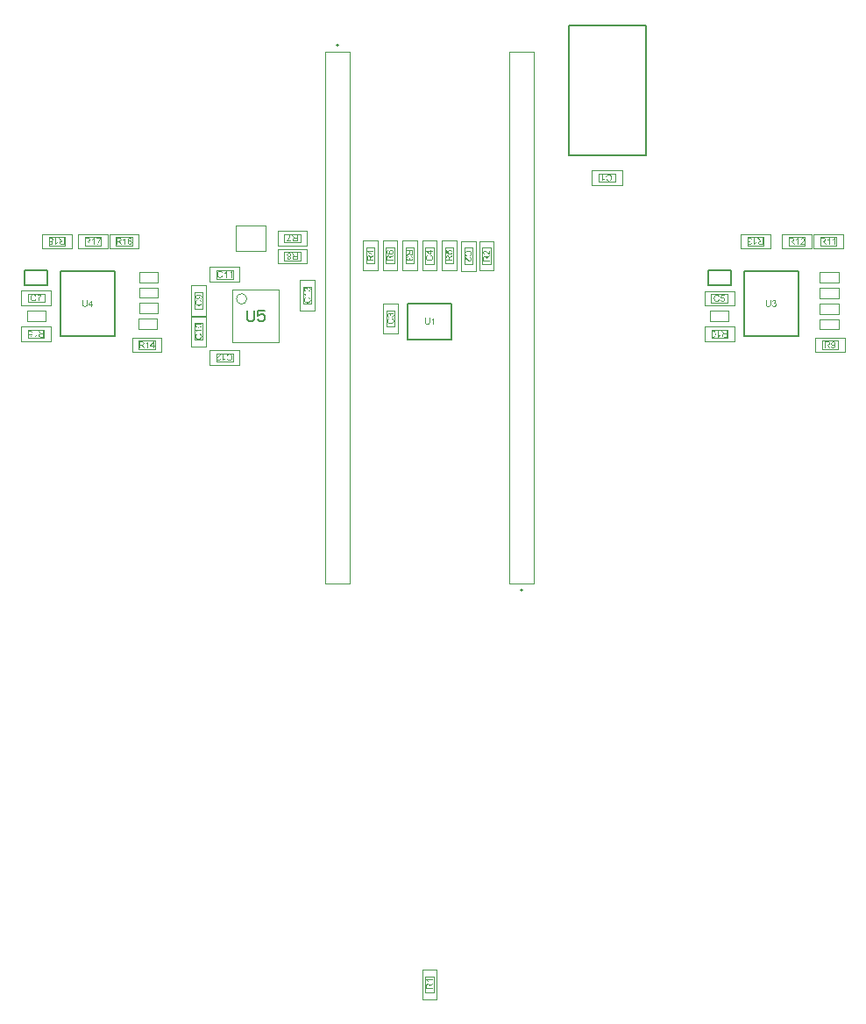
<source format=gbr>
%TF.GenerationSoftware,Altium Limited,Altium Designer,22.10.1 (41)*%
G04 Layer_Color=16711935*
%FSLAX45Y45*%
%MOMM*%
%TF.SameCoordinates,CC01BCFA-2ECF-4BF2-A349-93AF2CE8EC74*%
%TF.FilePolarity,Positive*%
%TF.FileFunction,Other,Top_Assembly*%
%TF.Part,Single*%
G01*
G75*
%TA.AperFunction,NonConductor*%
%ADD50C,0.20000*%
%ADD51C,0.10000*%
%ADD52C,0.12700*%
%ADD59C,0.07620*%
%ADD60C,0.01000*%
%ADD63C,0.05080*%
%ADD64C,0.17780*%
G36*
X-2229237Y9652874D02*
X-2228197D01*
X-2226949Y9652804D01*
X-2225631Y9652735D01*
X-2224175Y9652596D01*
X-2222650Y9652457D01*
X-2221055Y9652319D01*
X-2217796Y9651833D01*
X-2214606Y9651140D01*
X-2213150Y9650724D01*
X-2211694Y9650239D01*
X-2211624D01*
X-2211347Y9650100D01*
X-2211000Y9649961D01*
X-2210515Y9649753D01*
X-2209891Y9649476D01*
X-2209197Y9649129D01*
X-2208434Y9648713D01*
X-2207602Y9648297D01*
X-2205869Y9647187D01*
X-2203997Y9645801D01*
X-2202263Y9644206D01*
X-2201431Y9643304D01*
X-2200668Y9642334D01*
X-2200599Y9642264D01*
X-2200530Y9642125D01*
X-2200321Y9641779D01*
X-2200113Y9641432D01*
X-2199836Y9640877D01*
X-2199489Y9640323D01*
X-2199143Y9639629D01*
X-2198796Y9638797D01*
X-2198449Y9637965D01*
X-2198103Y9636994D01*
X-2197825Y9636023D01*
X-2197478Y9634914D01*
X-2197062Y9632556D01*
X-2196993Y9631308D01*
X-2196924Y9629991D01*
Y9629297D01*
X-2196993Y9628742D01*
X-2197062Y9628118D01*
X-2197132Y9627356D01*
X-2197270Y9626524D01*
X-2197478Y9625622D01*
X-2197964Y9623681D01*
X-2198311Y9622710D01*
X-2198657Y9621670D01*
X-2199143Y9620629D01*
X-2199697Y9619589D01*
X-2200321Y9618619D01*
X-2201084Y9617717D01*
X-2201154Y9617648D01*
X-2201292Y9617509D01*
X-2201500Y9617301D01*
X-2201847Y9616954D01*
X-2202263Y9616608D01*
X-2202818Y9616192D01*
X-2203442Y9615706D01*
X-2204135Y9615221D01*
X-2204898Y9614735D01*
X-2205799Y9614250D01*
X-2206770Y9613834D01*
X-2207810Y9613349D01*
X-2208920Y9612933D01*
X-2210099Y9612586D01*
X-2211416Y9612308D01*
X-2212803Y9612100D01*
X-2213427Y9619659D01*
X-2213358D01*
X-2213219Y9619728D01*
X-2212942D01*
X-2212526Y9619867D01*
X-2212110Y9619936D01*
X-2211624Y9620075D01*
X-2210445Y9620421D01*
X-2209197Y9620907D01*
X-2207949Y9621531D01*
X-2206770Y9622363D01*
X-2206216Y9622779D01*
X-2205730Y9623264D01*
X-2205661Y9623403D01*
X-2205383Y9623750D01*
X-2204967Y9624374D01*
X-2204551Y9625137D01*
X-2204135Y9626177D01*
X-2203719Y9627356D01*
X-2203442Y9628673D01*
X-2203373Y9630199D01*
Y9630823D01*
X-2203442Y9631516D01*
X-2203581Y9632348D01*
X-2203789Y9633319D01*
X-2204066Y9634359D01*
X-2204413Y9635469D01*
X-2204967Y9636509D01*
X-2205037Y9636647D01*
X-2205245Y9636994D01*
X-2205661Y9637480D01*
X-2206146Y9638104D01*
X-2206770Y9638797D01*
X-2207533Y9639560D01*
X-2208434Y9640323D01*
X-2209405Y9641016D01*
X-2209544Y9641085D01*
X-2209891Y9641293D01*
X-2210515Y9641640D01*
X-2211416Y9642056D01*
X-2212456Y9642472D01*
X-2213704Y9642958D01*
X-2215230Y9643443D01*
X-2216894Y9643928D01*
X-2216964D01*
X-2217102Y9643998D01*
X-2217380Y9644067D01*
X-2217726Y9644136D01*
X-2218142Y9644206D01*
X-2218628Y9644275D01*
X-2219252Y9644414D01*
X-2219876Y9644552D01*
X-2221332Y9644760D01*
X-2222927Y9644899D01*
X-2224661Y9645038D01*
X-2226463Y9645107D01*
X-2226602D01*
X-2226879D01*
X-2227365D01*
X-2227989D01*
X-2227920Y9644969D01*
X-2227712Y9644899D01*
X-2227434Y9644691D01*
X-2226741Y9644136D01*
X-2225909Y9643443D01*
X-2224938Y9642472D01*
X-2223898Y9641363D01*
X-2222927Y9640115D01*
X-2221956Y9638658D01*
Y9638589D01*
X-2221887Y9638450D01*
X-2221748Y9638242D01*
X-2221609Y9637965D01*
X-2221401Y9637549D01*
X-2221263Y9637133D01*
X-2220847Y9636023D01*
X-2220361Y9634706D01*
X-2220015Y9633180D01*
X-2219737Y9631516D01*
X-2219668Y9629783D01*
Y9629436D01*
X-2219737Y9629020D01*
Y9628465D01*
X-2219876Y9627772D01*
X-2219945Y9627009D01*
X-2220153Y9626107D01*
X-2220361Y9625137D01*
X-2220708Y9624097D01*
X-2221055Y9623056D01*
X-2221540Y9621947D01*
X-2222095Y9620838D01*
X-2222719Y9619659D01*
X-2223482Y9618549D01*
X-2224383Y9617440D01*
X-2225354Y9616400D01*
X-2225423Y9616330D01*
X-2225631Y9616192D01*
X-2225978Y9615914D01*
X-2226394Y9615568D01*
X-2226949Y9615151D01*
X-2227642Y9614666D01*
X-2228474Y9614181D01*
X-2229445Y9613695D01*
X-2230416Y9613141D01*
X-2231595Y9612655D01*
X-2232843Y9612170D01*
X-2234160Y9611754D01*
X-2235617Y9611407D01*
X-2237211Y9611130D01*
X-2238806Y9610991D01*
X-2240540Y9610922D01*
X-2240679D01*
X-2240956D01*
X-2241511Y9610991D01*
X-2242135D01*
X-2242967Y9611130D01*
X-2243938Y9611199D01*
X-2244978Y9611407D01*
X-2246157Y9611615D01*
X-2247335Y9611962D01*
X-2248653Y9612308D01*
X-2249970Y9612794D01*
X-2251219Y9613349D01*
X-2252536Y9613973D01*
X-2253854Y9614735D01*
X-2255032Y9615637D01*
X-2256211Y9616608D01*
X-2256280Y9616677D01*
X-2256489Y9616885D01*
X-2256766Y9617232D01*
X-2257113Y9617648D01*
X-2257598Y9618203D01*
X-2258083Y9618896D01*
X-2258638Y9619659D01*
X-2259193Y9620560D01*
X-2259748Y9621531D01*
X-2260302Y9622640D01*
X-2260788Y9623819D01*
X-2261273Y9625067D01*
X-2261620Y9626454D01*
X-2261897Y9627910D01*
X-2262105Y9629367D01*
X-2262175Y9630961D01*
Y9631586D01*
X-2262105Y9632002D01*
Y9632556D01*
X-2261967Y9633180D01*
X-2261897Y9633943D01*
X-2261758Y9634706D01*
X-2261342Y9636509D01*
X-2260718Y9638381D01*
X-2260372Y9639352D01*
X-2259886Y9640392D01*
X-2259401Y9641363D01*
X-2258777Y9642334D01*
X-2258707Y9642403D01*
X-2258638Y9642542D01*
X-2258430Y9642819D01*
X-2258153Y9643166D01*
X-2257806Y9643651D01*
X-2257390Y9644136D01*
X-2256905Y9644691D01*
X-2256350Y9645246D01*
X-2255726Y9645870D01*
X-2254963Y9646563D01*
X-2254200Y9647187D01*
X-2253368Y9647881D01*
X-2252397Y9648505D01*
X-2251427Y9649129D01*
X-2250317Y9649684D01*
X-2249208Y9650239D01*
X-2249138D01*
X-2248930Y9650377D01*
X-2248584Y9650516D01*
X-2248029Y9650655D01*
X-2247405Y9650863D01*
X-2246642Y9651071D01*
X-2245740Y9651348D01*
X-2244631Y9651625D01*
X-2243452Y9651833D01*
X-2242135Y9652111D01*
X-2240609Y9652319D01*
X-2239014Y9652527D01*
X-2237281Y9652665D01*
X-2235409Y9652804D01*
X-2233398Y9652943D01*
X-2231248D01*
X-2231109D01*
X-2230693D01*
X-2230069D01*
X-2229237Y9652874D01*
D02*
G37*
G36*
X-2217796Y9603502D02*
X-2217310Y9603363D01*
X-2216548Y9603086D01*
X-2215715Y9602809D01*
X-2214675Y9602393D01*
X-2213566Y9601976D01*
X-2212387Y9601422D01*
X-2211069Y9600798D01*
X-2209821Y9600104D01*
X-2208434Y9599341D01*
X-2207117Y9598440D01*
X-2205869Y9597469D01*
X-2204621Y9596429D01*
X-2203442Y9595250D01*
X-2202332Y9594002D01*
X-2202263Y9593933D01*
X-2202124Y9593655D01*
X-2201847Y9593309D01*
X-2201500Y9592754D01*
X-2201084Y9592130D01*
X-2200599Y9591298D01*
X-2200113Y9590396D01*
X-2199628Y9589287D01*
X-2199143Y9588108D01*
X-2198657Y9586860D01*
X-2198172Y9585473D01*
X-2197756Y9583948D01*
X-2197409Y9582353D01*
X-2197132Y9580688D01*
X-2196993Y9578955D01*
X-2196924Y9577083D01*
Y9576112D01*
X-2196993Y9575349D01*
X-2197062Y9574517D01*
X-2197132Y9573477D01*
X-2197270Y9572367D01*
X-2197478Y9571119D01*
X-2197686Y9569802D01*
X-2197964Y9568415D01*
X-2198311Y9567028D01*
X-2198657Y9565641D01*
X-2199143Y9564185D01*
X-2199697Y9562798D01*
X-2200321Y9561481D01*
X-2201084Y9560233D01*
X-2201154Y9560163D01*
X-2201292Y9559955D01*
X-2201500Y9559609D01*
X-2201847Y9559192D01*
X-2202332Y9558638D01*
X-2202818Y9558014D01*
X-2203442Y9557320D01*
X-2204205Y9556557D01*
X-2205037Y9555795D01*
X-2205938Y9554963D01*
X-2206909Y9554200D01*
X-2208018Y9553368D01*
X-2209197Y9552536D01*
X-2210445Y9551773D01*
X-2211832Y9551079D01*
X-2213288Y9550386D01*
X-2213358Y9550317D01*
X-2213635Y9550247D01*
X-2214121Y9550109D01*
X-2214675Y9549901D01*
X-2215438Y9549623D01*
X-2216270Y9549346D01*
X-2217310Y9549069D01*
X-2218420Y9548722D01*
X-2219668Y9548444D01*
X-2220985Y9548098D01*
X-2222372Y9547820D01*
X-2223898Y9547612D01*
X-2227087Y9547196D01*
X-2228752Y9547127D01*
X-2230416Y9547058D01*
X-2230555D01*
X-2230832D01*
X-2231387D01*
X-2232080Y9547127D01*
X-2232982Y9547196D01*
X-2234022Y9547266D01*
X-2235131Y9547404D01*
X-2236379Y9547543D01*
X-2237697Y9547751D01*
X-2239084Y9547959D01*
X-2242065Y9548652D01*
X-2243522Y9549138D01*
X-2244978Y9549623D01*
X-2246503Y9550178D01*
X-2247890Y9550871D01*
X-2247959Y9550941D01*
X-2248237Y9551079D01*
X-2248584Y9551287D01*
X-2249138Y9551565D01*
X-2249762Y9551981D01*
X-2250456Y9552466D01*
X-2251219Y9553021D01*
X-2252120Y9553645D01*
X-2252952Y9554408D01*
X-2253923Y9555171D01*
X-2254824Y9556072D01*
X-2255795Y9557043D01*
X-2256697Y9558083D01*
X-2257598Y9559192D01*
X-2258430Y9560441D01*
X-2259193Y9561689D01*
X-2259262Y9561758D01*
X-2259332Y9562035D01*
X-2259540Y9562382D01*
X-2259817Y9562937D01*
X-2260094Y9563561D01*
X-2260441Y9564393D01*
X-2260788Y9565295D01*
X-2261134Y9566265D01*
X-2261481Y9567375D01*
X-2261828Y9568623D01*
X-2262175Y9569871D01*
X-2262452Y9571258D01*
X-2262937Y9574101D01*
X-2263007Y9575627D01*
X-2263076Y9577221D01*
Y9578123D01*
X-2263007Y9578816D01*
X-2262937Y9579648D01*
X-2262799Y9580619D01*
X-2262660Y9581659D01*
X-2262452Y9582838D01*
X-2262175Y9584086D01*
X-2261897Y9585404D01*
X-2261481Y9586721D01*
X-2260996Y9588108D01*
X-2260441Y9589495D01*
X-2259748Y9590812D01*
X-2259054Y9592130D01*
X-2258153Y9593378D01*
X-2258083Y9593447D01*
X-2257945Y9593655D01*
X-2257667Y9594002D01*
X-2257251Y9594418D01*
X-2256766Y9594973D01*
X-2256142Y9595597D01*
X-2255448Y9596221D01*
X-2254616Y9596984D01*
X-2253715Y9597747D01*
X-2252675Y9598509D01*
X-2251565Y9599272D01*
X-2250317Y9599966D01*
X-2249000Y9600728D01*
X-2247543Y9601352D01*
X-2246018Y9601976D01*
X-2244423Y9602531D01*
X-2242481Y9594210D01*
X-2242551D01*
X-2242759Y9594071D01*
X-2243175Y9594002D01*
X-2243660Y9593794D01*
X-2244215Y9593586D01*
X-2244839Y9593239D01*
X-2246365Y9592546D01*
X-2248029Y9591645D01*
X-2249762Y9590466D01*
X-2251357Y9589218D01*
X-2252051Y9588455D01*
X-2252675Y9587692D01*
X-2252744Y9587623D01*
X-2252813Y9587484D01*
X-2252952Y9587276D01*
X-2253160Y9586929D01*
X-2253437Y9586513D01*
X-2253715Y9586028D01*
X-2253992Y9585473D01*
X-2254270Y9584780D01*
X-2254547Y9584017D01*
X-2254824Y9583254D01*
X-2255379Y9581451D01*
X-2255726Y9579371D01*
X-2255864Y9578262D01*
Y9576389D01*
X-2255795Y9575835D01*
X-2255726Y9575210D01*
X-2255656Y9574448D01*
X-2255587Y9573616D01*
X-2255448Y9572783D01*
X-2254963Y9570773D01*
X-2254339Y9568692D01*
X-2253923Y9567652D01*
X-2253437Y9566612D01*
X-2252883Y9565641D01*
X-2252259Y9564670D01*
X-2252189Y9564601D01*
X-2252120Y9564462D01*
X-2251912Y9564185D01*
X-2251635Y9563838D01*
X-2251288Y9563492D01*
X-2250802Y9563006D01*
X-2250317Y9562521D01*
X-2249762Y9561966D01*
X-2249069Y9561411D01*
X-2248375Y9560787D01*
X-2246781Y9559678D01*
X-2244908Y9558638D01*
X-2242759Y9557736D01*
X-2242689D01*
X-2242481Y9557667D01*
X-2242135Y9557528D01*
X-2241719Y9557459D01*
X-2241164Y9557320D01*
X-2240540Y9557112D01*
X-2239777Y9556974D01*
X-2239014Y9556765D01*
X-2238113Y9556557D01*
X-2237142Y9556419D01*
X-2235062Y9556072D01*
X-2232843Y9555864D01*
X-2230485Y9555795D01*
X-2230416D01*
X-2230139D01*
X-2229722D01*
X-2229098Y9555864D01*
X-2228405D01*
X-2227573Y9555933D01*
X-2226671Y9556003D01*
X-2225631Y9556072D01*
X-2224522Y9556211D01*
X-2223412Y9556349D01*
X-2220985Y9556765D01*
X-2218558Y9557390D01*
X-2216201Y9558152D01*
X-2216131D01*
X-2215923Y9558291D01*
X-2215646Y9558430D01*
X-2215230Y9558568D01*
X-2214675Y9558846D01*
X-2214121Y9559192D01*
X-2212803Y9559955D01*
X-2211278Y9560995D01*
X-2209821Y9562244D01*
X-2208365Y9563769D01*
X-2207741Y9564601D01*
X-2207117Y9565503D01*
Y9565572D01*
X-2206978Y9565711D01*
X-2206840Y9565988D01*
X-2206632Y9566404D01*
X-2206424Y9566889D01*
X-2206146Y9567444D01*
X-2205938Y9568068D01*
X-2205661Y9568762D01*
X-2205106Y9570357D01*
X-2204621Y9572229D01*
X-2204274Y9574240D01*
X-2204205Y9575280D01*
X-2204135Y9576389D01*
Y9577083D01*
X-2204205Y9577568D01*
X-2204274Y9578192D01*
X-2204343Y9578886D01*
X-2204482Y9579718D01*
X-2204621Y9580550D01*
X-2205106Y9582491D01*
X-2205453Y9583462D01*
X-2205869Y9584502D01*
X-2206354Y9585542D01*
X-2206909Y9586513D01*
X-2207533Y9587484D01*
X-2208226Y9588455D01*
X-2208296Y9588524D01*
X-2208434Y9588663D01*
X-2208643Y9588940D01*
X-2208989Y9589287D01*
X-2209405Y9589634D01*
X-2209960Y9590119D01*
X-2210584Y9590604D01*
X-2211278Y9591159D01*
X-2212110Y9591714D01*
X-2213011Y9592269D01*
X-2213982Y9592823D01*
X-2215091Y9593378D01*
X-2216270Y9593863D01*
X-2217588Y9594349D01*
X-2218974Y9594834D01*
X-2220431Y9595181D01*
X-2218281Y9603641D01*
X-2218142D01*
X-2217796Y9603502D01*
D02*
G37*
G36*
X-2226671Y9377559D02*
X-2225631Y9377490D01*
X-2224383Y9377420D01*
X-2223066Y9377351D01*
X-2221609Y9377212D01*
X-2220153Y9377074D01*
X-2217102Y9376658D01*
X-2214121Y9376034D01*
X-2212664Y9375687D01*
X-2211347Y9375271D01*
X-2211278D01*
X-2211069Y9375132D01*
X-2210653Y9375063D01*
X-2210237Y9374855D01*
X-2209613Y9374577D01*
X-2208989Y9374300D01*
X-2208226Y9373953D01*
X-2207394Y9373537D01*
X-2205661Y9372566D01*
X-2203927Y9371388D01*
X-2202194Y9370001D01*
X-2201431Y9369169D01*
X-2200668Y9368337D01*
X-2200599Y9368267D01*
X-2200530Y9368129D01*
X-2200321Y9367851D01*
X-2200113Y9367505D01*
X-2199836Y9367088D01*
X-2199489Y9366534D01*
X-2199143Y9365910D01*
X-2198796Y9365147D01*
X-2198449Y9364384D01*
X-2198103Y9363483D01*
X-2197825Y9362581D01*
X-2197478Y9361541D01*
X-2197270Y9360432D01*
X-2197062Y9359253D01*
X-2196993Y9358074D01*
X-2196924Y9356756D01*
Y9356340D01*
X-2196993Y9355855D01*
X-2197062Y9355231D01*
X-2197132Y9354468D01*
X-2197270Y9353567D01*
X-2197478Y9352596D01*
X-2197756Y9351487D01*
X-2198103Y9350377D01*
X-2198519Y9349198D01*
X-2199073Y9347950D01*
X-2199697Y9346771D01*
X-2200460Y9345592D01*
X-2201362Y9344414D01*
X-2202332Y9343304D01*
X-2203511Y9342264D01*
X-2203581Y9342195D01*
X-2203858Y9341987D01*
X-2204343Y9341709D01*
X-2205037Y9341293D01*
X-2205938Y9340808D01*
X-2206978Y9340253D01*
X-2208296Y9339698D01*
X-2209752Y9339144D01*
X-2211486Y9338520D01*
X-2213358Y9337965D01*
X-2215507Y9337410D01*
X-2217865Y9336925D01*
X-2220431Y9336509D01*
X-2223204Y9336231D01*
X-2226255Y9336023D01*
X-2229514Y9335954D01*
X-2229653D01*
X-2230000D01*
X-2230624D01*
X-2231387Y9336023D01*
X-2232357D01*
X-2233467Y9336093D01*
X-2234715Y9336162D01*
X-2236033Y9336231D01*
X-2237489Y9336370D01*
X-2238945Y9336509D01*
X-2241996Y9336925D01*
X-2244978Y9337479D01*
X-2246434Y9337826D01*
X-2247751Y9338242D01*
X-2247821D01*
X-2248029Y9338381D01*
X-2248445Y9338520D01*
X-2248930Y9338658D01*
X-2249485Y9338936D01*
X-2250178Y9339213D01*
X-2250872Y9339560D01*
X-2251704Y9339976D01*
X-2253437Y9340947D01*
X-2255171Y9342195D01*
X-2256905Y9343582D01*
X-2257667Y9344344D01*
X-2258430Y9345176D01*
X-2258499Y9345246D01*
X-2258569Y9345384D01*
X-2258777Y9345662D01*
X-2258985Y9346008D01*
X-2259332Y9346425D01*
X-2259609Y9346979D01*
X-2259956Y9347603D01*
X-2260302Y9348366D01*
X-2260649Y9349129D01*
X-2260996Y9350030D01*
X-2261342Y9351001D01*
X-2261620Y9351972D01*
X-2261828Y9353081D01*
X-2262036Y9354260D01*
X-2262105Y9355508D01*
X-2262175Y9356756D01*
Y9357589D01*
X-2262105Y9358074D01*
X-2262036Y9358559D01*
X-2261897Y9359808D01*
X-2261689Y9361194D01*
X-2261273Y9362720D01*
X-2260788Y9364245D01*
X-2260094Y9365771D01*
Y9365840D01*
X-2260025Y9365979D01*
X-2259886Y9366187D01*
X-2259678Y9366464D01*
X-2259262Y9367158D01*
X-2258569Y9368059D01*
X-2257737Y9369099D01*
X-2256697Y9370140D01*
X-2255448Y9371249D01*
X-2254062Y9372220D01*
X-2253992D01*
X-2253854Y9372358D01*
X-2253645Y9372428D01*
X-2253368Y9372636D01*
X-2253021Y9372844D01*
X-2252536Y9373121D01*
X-2251981Y9373329D01*
X-2251427Y9373676D01*
X-2250040Y9374300D01*
X-2248445Y9374924D01*
X-2246573Y9375618D01*
X-2244562Y9376172D01*
X-2244492D01*
X-2244284Y9376242D01*
X-2244007Y9376311D01*
X-2243522Y9376380D01*
X-2242967Y9376519D01*
X-2242273Y9376658D01*
X-2241511Y9376796D01*
X-2240609Y9376935D01*
X-2239569Y9377004D01*
X-2238460Y9377143D01*
X-2237211Y9377282D01*
X-2235894Y9377420D01*
X-2234438Y9377490D01*
X-2232912Y9377559D01*
X-2231248Y9377628D01*
X-2229514D01*
X-2229376D01*
X-2229029D01*
X-2228405D01*
X-2227642D01*
X-2226671Y9377559D01*
D02*
G37*
G36*
X-2197964Y9307940D02*
X-2247959D01*
X-2247821Y9307801D01*
X-2247474Y9307454D01*
X-2246989Y9306830D01*
X-2246295Y9305929D01*
X-2245463Y9304889D01*
X-2244562Y9303571D01*
X-2243591Y9302115D01*
X-2242551Y9300451D01*
Y9300381D01*
X-2242412Y9300243D01*
X-2242273Y9300035D01*
X-2242135Y9299688D01*
X-2241857Y9299272D01*
X-2241649Y9298787D01*
X-2241025Y9297677D01*
X-2240401Y9296429D01*
X-2239708Y9295042D01*
X-2239084Y9293586D01*
X-2238529Y9292199D01*
X-2246087D01*
X-2246157Y9292268D01*
X-2246226Y9292476D01*
X-2246434Y9292823D01*
X-2246642Y9293309D01*
X-2246919Y9293863D01*
X-2247335Y9294557D01*
X-2247751Y9295319D01*
X-2248167Y9296082D01*
X-2249277Y9297885D01*
X-2250594Y9299827D01*
X-2251981Y9301838D01*
X-2253576Y9303710D01*
X-2253645Y9303779D01*
X-2253784Y9303918D01*
X-2253992Y9304195D01*
X-2254339Y9304542D01*
X-2254755Y9304889D01*
X-2255171Y9305374D01*
X-2256350Y9306414D01*
X-2257598Y9307593D01*
X-2259054Y9308772D01*
X-2260580Y9309812D01*
X-2262175Y9310713D01*
Y9315775D01*
X-2197964D01*
Y9307940D01*
D02*
G37*
G36*
X-2217796Y9278816D02*
X-2217310Y9278677D01*
X-2216548Y9278400D01*
X-2215715Y9278123D01*
X-2214675Y9277707D01*
X-2213566Y9277291D01*
X-2212387Y9276736D01*
X-2211069Y9276112D01*
X-2209821Y9275418D01*
X-2208434Y9274656D01*
X-2207117Y9273754D01*
X-2205869Y9272783D01*
X-2204621Y9271743D01*
X-2203442Y9270564D01*
X-2202332Y9269316D01*
X-2202263Y9269247D01*
X-2202124Y9268970D01*
X-2201847Y9268623D01*
X-2201500Y9268068D01*
X-2201084Y9267444D01*
X-2200599Y9266612D01*
X-2200113Y9265710D01*
X-2199628Y9264601D01*
X-2199143Y9263422D01*
X-2198657Y9262174D01*
X-2198172Y9260787D01*
X-2197756Y9259262D01*
X-2197409Y9257667D01*
X-2197132Y9256003D01*
X-2196993Y9254269D01*
X-2196924Y9252397D01*
Y9251426D01*
X-2196993Y9250663D01*
X-2197062Y9249831D01*
X-2197132Y9248791D01*
X-2197270Y9247682D01*
X-2197478Y9246433D01*
X-2197686Y9245116D01*
X-2197964Y9243729D01*
X-2198311Y9242342D01*
X-2198657Y9240955D01*
X-2199143Y9239499D01*
X-2199697Y9238112D01*
X-2200321Y9236795D01*
X-2201084Y9235547D01*
X-2201154Y9235477D01*
X-2201292Y9235269D01*
X-2201500Y9234923D01*
X-2201847Y9234507D01*
X-2202332Y9233952D01*
X-2202818Y9233328D01*
X-2203442Y9232634D01*
X-2204205Y9231872D01*
X-2205037Y9231109D01*
X-2205938Y9230277D01*
X-2206909Y9229514D01*
X-2208018Y9228682D01*
X-2209197Y9227850D01*
X-2210445Y9227087D01*
X-2211832Y9226394D01*
X-2213288Y9225700D01*
X-2213358Y9225631D01*
X-2213635Y9225561D01*
X-2214121Y9225423D01*
X-2214675Y9225215D01*
X-2215438Y9224937D01*
X-2216270Y9224660D01*
X-2217310Y9224383D01*
X-2218420Y9224036D01*
X-2219668Y9223759D01*
X-2220985Y9223412D01*
X-2222372Y9223134D01*
X-2223898Y9222926D01*
X-2227087Y9222510D01*
X-2228752Y9222441D01*
X-2230416Y9222372D01*
X-2230555D01*
X-2230832D01*
X-2231387D01*
X-2232080Y9222441D01*
X-2232982Y9222510D01*
X-2234022Y9222580D01*
X-2235131Y9222718D01*
X-2236379Y9222857D01*
X-2237697Y9223065D01*
X-2239084Y9223273D01*
X-2242065Y9223967D01*
X-2243522Y9224452D01*
X-2244978Y9224937D01*
X-2246503Y9225492D01*
X-2247890Y9226186D01*
X-2247959Y9226255D01*
X-2248237Y9226394D01*
X-2248584Y9226602D01*
X-2249138Y9226879D01*
X-2249762Y9227295D01*
X-2250456Y9227780D01*
X-2251219Y9228335D01*
X-2252120Y9228959D01*
X-2252952Y9229722D01*
X-2253923Y9230485D01*
X-2254824Y9231386D01*
X-2255795Y9232357D01*
X-2256697Y9233397D01*
X-2257598Y9234507D01*
X-2258430Y9235755D01*
X-2259193Y9237003D01*
X-2259262Y9237072D01*
X-2259332Y9237350D01*
X-2259540Y9237696D01*
X-2259817Y9238251D01*
X-2260094Y9238875D01*
X-2260441Y9239707D01*
X-2260788Y9240609D01*
X-2261134Y9241579D01*
X-2261481Y9242689D01*
X-2261828Y9243937D01*
X-2262175Y9245185D01*
X-2262452Y9246572D01*
X-2262937Y9249415D01*
X-2263007Y9250941D01*
X-2263076Y9252535D01*
Y9253437D01*
X-2263007Y9254130D01*
X-2262937Y9254962D01*
X-2262799Y9255933D01*
X-2262660Y9256973D01*
X-2262452Y9258152D01*
X-2262175Y9259400D01*
X-2261897Y9260718D01*
X-2261481Y9262035D01*
X-2260996Y9263422D01*
X-2260441Y9264809D01*
X-2259748Y9266127D01*
X-2259054Y9267444D01*
X-2258153Y9268692D01*
X-2258083Y9268761D01*
X-2257945Y9268970D01*
X-2257667Y9269316D01*
X-2257251Y9269732D01*
X-2256766Y9270287D01*
X-2256142Y9270911D01*
X-2255448Y9271535D01*
X-2254616Y9272298D01*
X-2253715Y9273061D01*
X-2252675Y9273823D01*
X-2251565Y9274586D01*
X-2250317Y9275280D01*
X-2249000Y9276042D01*
X-2247543Y9276666D01*
X-2246018Y9277291D01*
X-2244423Y9277845D01*
X-2242481Y9269524D01*
X-2242551D01*
X-2242759Y9269386D01*
X-2243175Y9269316D01*
X-2243660Y9269108D01*
X-2244215Y9268900D01*
X-2244839Y9268553D01*
X-2246365Y9267860D01*
X-2248029Y9266959D01*
X-2249762Y9265780D01*
X-2251357Y9264532D01*
X-2252051Y9263769D01*
X-2252675Y9263006D01*
X-2252744Y9262937D01*
X-2252813Y9262798D01*
X-2252952Y9262590D01*
X-2253160Y9262243D01*
X-2253437Y9261827D01*
X-2253715Y9261342D01*
X-2253992Y9260787D01*
X-2254270Y9260094D01*
X-2254547Y9259331D01*
X-2254824Y9258568D01*
X-2255379Y9256765D01*
X-2255726Y9254685D01*
X-2255864Y9253576D01*
Y9251703D01*
X-2255795Y9251149D01*
X-2255726Y9250525D01*
X-2255656Y9249762D01*
X-2255587Y9248930D01*
X-2255448Y9248098D01*
X-2254963Y9246087D01*
X-2254339Y9244006D01*
X-2253923Y9242966D01*
X-2253437Y9241926D01*
X-2252883Y9240955D01*
X-2252259Y9239985D01*
X-2252189Y9239915D01*
X-2252120Y9239777D01*
X-2251912Y9239499D01*
X-2251635Y9239152D01*
X-2251288Y9238806D01*
X-2250802Y9238320D01*
X-2250317Y9237835D01*
X-2249762Y9237280D01*
X-2249069Y9236725D01*
X-2248375Y9236101D01*
X-2246781Y9234992D01*
X-2244908Y9233952D01*
X-2242759Y9233050D01*
X-2242689D01*
X-2242481Y9232981D01*
X-2242135Y9232842D01*
X-2241719Y9232773D01*
X-2241164Y9232634D01*
X-2240540Y9232426D01*
X-2239777Y9232288D01*
X-2239014Y9232080D01*
X-2238113Y9231872D01*
X-2237142Y9231733D01*
X-2235062Y9231386D01*
X-2232843Y9231178D01*
X-2230485Y9231109D01*
X-2230416D01*
X-2230139D01*
X-2229722D01*
X-2229098Y9231178D01*
X-2228405D01*
X-2227573Y9231247D01*
X-2226671Y9231317D01*
X-2225631Y9231386D01*
X-2224522Y9231525D01*
X-2223412Y9231664D01*
X-2220985Y9232080D01*
X-2218558Y9232704D01*
X-2216201Y9233466D01*
X-2216131D01*
X-2215923Y9233605D01*
X-2215646Y9233744D01*
X-2215230Y9233882D01*
X-2214675Y9234160D01*
X-2214121Y9234507D01*
X-2212803Y9235269D01*
X-2211278Y9236309D01*
X-2209821Y9237558D01*
X-2208365Y9239083D01*
X-2207741Y9239915D01*
X-2207117Y9240817D01*
Y9240886D01*
X-2206978Y9241025D01*
X-2206840Y9241302D01*
X-2206632Y9241718D01*
X-2206424Y9242204D01*
X-2206146Y9242758D01*
X-2205938Y9243382D01*
X-2205661Y9244076D01*
X-2205106Y9245671D01*
X-2204621Y9247543D01*
X-2204274Y9249554D01*
X-2204205Y9250594D01*
X-2204135Y9251703D01*
Y9252397D01*
X-2204205Y9252882D01*
X-2204274Y9253506D01*
X-2204343Y9254200D01*
X-2204482Y9255032D01*
X-2204621Y9255864D01*
X-2205106Y9257805D01*
X-2205453Y9258776D01*
X-2205869Y9259816D01*
X-2206354Y9260857D01*
X-2206909Y9261827D01*
X-2207533Y9262798D01*
X-2208226Y9263769D01*
X-2208296Y9263838D01*
X-2208434Y9263977D01*
X-2208643Y9264254D01*
X-2208989Y9264601D01*
X-2209405Y9264948D01*
X-2209960Y9265433D01*
X-2210584Y9265918D01*
X-2211278Y9266473D01*
X-2212110Y9267028D01*
X-2213011Y9267583D01*
X-2213982Y9268137D01*
X-2215091Y9268692D01*
X-2216270Y9269178D01*
X-2217588Y9269663D01*
X-2218974Y9270148D01*
X-2220431Y9270495D01*
X-2218281Y9278955D01*
X-2218142D01*
X-2217796Y9278816D01*
D02*
G37*
G36*
X-1166028Y9727663D02*
X-1165473D01*
X-1164710Y9727524D01*
X-1163878Y9727386D01*
X-1162977Y9727247D01*
X-1161936Y9726970D01*
X-1160827Y9726623D01*
X-1159718Y9726207D01*
X-1158539Y9725721D01*
X-1157360Y9725097D01*
X-1156112Y9724404D01*
X-1154933Y9723572D01*
X-1153754Y9722670D01*
X-1152645Y9721561D01*
X-1152575Y9721492D01*
X-1152367Y9721284D01*
X-1152090Y9720937D01*
X-1151743Y9720451D01*
X-1151327Y9719897D01*
X-1150842Y9719134D01*
X-1150287Y9718302D01*
X-1149802Y9717331D01*
X-1149247Y9716291D01*
X-1148692Y9715112D01*
X-1148207Y9713864D01*
X-1147791Y9712477D01*
X-1147444Y9711021D01*
X-1147167Y9709495D01*
X-1146959Y9707901D01*
X-1146889Y9706167D01*
Y9705820D01*
X-1146959Y9705335D01*
Y9704780D01*
X-1147028Y9704017D01*
X-1147167Y9703185D01*
X-1147305Y9702284D01*
X-1147513Y9701244D01*
X-1147791Y9700134D01*
X-1148137Y9699025D01*
X-1148484Y9697846D01*
X-1148970Y9696667D01*
X-1149594Y9695488D01*
X-1150218Y9694379D01*
X-1150980Y9693200D01*
X-1151882Y9692160D01*
X-1151951Y9692091D01*
X-1152090Y9691952D01*
X-1152367Y9691675D01*
X-1152783Y9691258D01*
X-1153269Y9690842D01*
X-1153893Y9690357D01*
X-1154586Y9689872D01*
X-1155418Y9689317D01*
X-1156250Y9688762D01*
X-1157291Y9688207D01*
X-1158331Y9687653D01*
X-1159509Y9687167D01*
X-1160758Y9686751D01*
X-1162075Y9686335D01*
X-1163462Y9686058D01*
X-1164918Y9685850D01*
X-1165958Y9693685D01*
X-1165889D01*
X-1165681Y9693755D01*
X-1165334Y9693824D01*
X-1164849Y9693963D01*
X-1164294Y9694102D01*
X-1163670Y9694240D01*
X-1162214Y9694726D01*
X-1160619Y9695350D01*
X-1159024Y9696112D01*
X-1157568Y9697083D01*
X-1156944Y9697638D01*
X-1156320Y9698193D01*
Y9698262D01*
X-1156181Y9698331D01*
X-1156042Y9698539D01*
X-1155834Y9698747D01*
X-1155418Y9699441D01*
X-1154864Y9700412D01*
X-1154309Y9701590D01*
X-1153893Y9702908D01*
X-1153546Y9704503D01*
X-1153407Y9706167D01*
Y9706722D01*
X-1153477Y9707138D01*
X-1153546Y9707554D01*
X-1153615Y9708178D01*
X-1153893Y9709426D01*
X-1154309Y9710952D01*
X-1155002Y9712546D01*
X-1155488Y9713309D01*
X-1155973Y9714072D01*
X-1156528Y9714835D01*
X-1157221Y9715598D01*
X-1157291Y9715667D01*
X-1157429Y9715736D01*
X-1157637Y9715944D01*
X-1157915Y9716222D01*
X-1158261Y9716499D01*
X-1158747Y9716776D01*
X-1159232Y9717123D01*
X-1159856Y9717539D01*
X-1161243Y9718233D01*
X-1162838Y9718787D01*
X-1164710Y9719273D01*
X-1165681Y9719342D01*
X-1166721Y9719411D01*
X-1166790D01*
X-1166929D01*
X-1167276D01*
X-1167623Y9719342D01*
X-1168108Y9719273D01*
X-1168593Y9719203D01*
X-1169841Y9718995D01*
X-1171298Y9718510D01*
X-1172754Y9717886D01*
X-1173517Y9717470D01*
X-1174210Y9716984D01*
X-1174903Y9716430D01*
X-1175597Y9715806D01*
X-1175666Y9715736D01*
X-1175736Y9715667D01*
X-1175944Y9715459D01*
X-1176152Y9715181D01*
X-1176429Y9714835D01*
X-1176706Y9714419D01*
X-1177400Y9713379D01*
X-1178024Y9712061D01*
X-1178579Y9710536D01*
X-1178995Y9708802D01*
X-1179064Y9707831D01*
X-1179133Y9706860D01*
Y9706444D01*
X-1179064Y9705959D01*
Y9705335D01*
X-1178925Y9704503D01*
X-1178787Y9703601D01*
X-1178579Y9702492D01*
X-1178301Y9701313D01*
X-1185166Y9702145D01*
Y9702284D01*
X-1185097Y9702631D01*
X-1185027Y9703047D01*
Y9703948D01*
X-1185097Y9704295D01*
Y9704780D01*
X-1185166Y9705266D01*
X-1185374Y9706444D01*
X-1185651Y9707831D01*
X-1186137Y9709357D01*
X-1186761Y9710952D01*
X-1187662Y9712477D01*
Y9712546D01*
X-1187801Y9712685D01*
X-1187940Y9712824D01*
X-1188148Y9713101D01*
X-1188772Y9713795D01*
X-1189673Y9714557D01*
X-1190783Y9715251D01*
X-1192170Y9715944D01*
X-1192932Y9716222D01*
X-1193834Y9716360D01*
X-1194735Y9716499D01*
X-1195706Y9716568D01*
X-1195775D01*
X-1195914D01*
X-1196122D01*
X-1196469Y9716499D01*
X-1197232Y9716430D01*
X-1198272Y9716222D01*
X-1199381Y9715875D01*
X-1200560Y9715320D01*
X-1201808Y9714557D01*
X-1202363Y9714141D01*
X-1202918Y9713587D01*
X-1203056Y9713448D01*
X-1203334Y9713032D01*
X-1203819Y9712408D01*
X-1204374Y9711576D01*
X-1204859Y9710466D01*
X-1205345Y9709149D01*
X-1205622Y9707693D01*
X-1205761Y9706028D01*
Y9705612D01*
X-1205691Y9705266D01*
Y9704850D01*
X-1205622Y9704433D01*
X-1205414Y9703324D01*
X-1205067Y9702145D01*
X-1204512Y9700828D01*
X-1203819Y9699580D01*
X-1202848Y9698331D01*
X-1202710Y9698193D01*
X-1202294Y9697846D01*
X-1201669Y9697291D01*
X-1200699Y9696737D01*
X-1199520Y9696043D01*
X-1197994Y9695419D01*
X-1196261Y9694864D01*
X-1194250Y9694448D01*
X-1195637Y9686613D01*
X-1195706D01*
X-1195983Y9686682D01*
X-1196399Y9686751D01*
X-1196954Y9686890D01*
X-1197578Y9687098D01*
X-1198341Y9687306D01*
X-1199173Y9687583D01*
X-1200075Y9687930D01*
X-1202085Y9688832D01*
X-1203056Y9689317D01*
X-1204096Y9689941D01*
X-1205067Y9690634D01*
X-1206038Y9691397D01*
X-1207009Y9692229D01*
X-1207841Y9693131D01*
X-1207910Y9693200D01*
X-1208049Y9693339D01*
X-1208257Y9693685D01*
X-1208534Y9694032D01*
X-1208881Y9694587D01*
X-1209228Y9695142D01*
X-1209644Y9695835D01*
X-1210060Y9696667D01*
X-1210407Y9697499D01*
X-1210823Y9698470D01*
X-1211169Y9699510D01*
X-1211516Y9700620D01*
X-1211793Y9701868D01*
X-1212001Y9703116D01*
X-1212140Y9704433D01*
X-1212209Y9705820D01*
Y9706722D01*
X-1212140Y9707207D01*
X-1212071Y9707693D01*
X-1211932Y9709010D01*
X-1211655Y9710466D01*
X-1211239Y9712130D01*
X-1210684Y9713795D01*
X-1209921Y9715459D01*
Y9715528D01*
X-1209852Y9715667D01*
X-1209713Y9715875D01*
X-1209505Y9716222D01*
X-1209020Y9716984D01*
X-1208326Y9717955D01*
X-1207425Y9719065D01*
X-1206385Y9720174D01*
X-1205206Y9721284D01*
X-1203819Y9722254D01*
X-1203750D01*
X-1203680Y9722324D01*
X-1203403Y9722462D01*
X-1203126Y9722601D01*
X-1202779Y9722809D01*
X-1202363Y9723017D01*
X-1201323Y9723433D01*
X-1200075Y9723849D01*
X-1198688Y9724265D01*
X-1197162Y9724543D01*
X-1195567Y9724612D01*
X-1195498D01*
X-1195359D01*
X-1195151D01*
X-1194874D01*
X-1194042Y9724473D01*
X-1193071Y9724335D01*
X-1191892Y9724057D01*
X-1190644Y9723641D01*
X-1189327Y9723086D01*
X-1188009Y9722324D01*
X-1187940D01*
X-1187870Y9722254D01*
X-1187454Y9721908D01*
X-1186830Y9721422D01*
X-1186067Y9720660D01*
X-1185166Y9719758D01*
X-1184265Y9718579D01*
X-1183432Y9717262D01*
X-1182600Y9715736D01*
Y9715806D01*
X-1182531Y9716014D01*
X-1182462Y9716291D01*
X-1182323Y9716707D01*
X-1182184Y9717123D01*
X-1181976Y9717678D01*
X-1181422Y9718995D01*
X-1180659Y9720382D01*
X-1179757Y9721838D01*
X-1178579Y9723294D01*
X-1177122Y9724543D01*
X-1177053Y9724612D01*
X-1176914Y9724681D01*
X-1176706Y9724820D01*
X-1176360Y9725028D01*
X-1176013Y9725305D01*
X-1175527Y9725583D01*
X-1174973Y9725860D01*
X-1174279Y9726138D01*
X-1173586Y9726415D01*
X-1172823Y9726692D01*
X-1171090Y9727247D01*
X-1169079Y9727594D01*
X-1167969Y9727732D01*
X-1166860D01*
X-1166790D01*
X-1166513D01*
X-1166028Y9727663D01*
D02*
G37*
G36*
X-1147999Y9657836D02*
X-1197994D01*
X-1197856Y9657697D01*
X-1197509Y9657350D01*
X-1197024Y9656726D01*
X-1196330Y9655825D01*
X-1195498Y9654785D01*
X-1194597Y9653467D01*
X-1193626Y9652011D01*
X-1192586Y9650347D01*
Y9650277D01*
X-1192447Y9650139D01*
X-1192308Y9649931D01*
X-1192170Y9649584D01*
X-1191892Y9649168D01*
X-1191684Y9648683D01*
X-1191060Y9647573D01*
X-1190436Y9646325D01*
X-1189743Y9644938D01*
X-1189119Y9643482D01*
X-1188564Y9642095D01*
X-1196122D01*
X-1196191Y9642164D01*
X-1196261Y9642372D01*
X-1196469Y9642719D01*
X-1196677Y9643204D01*
X-1196954Y9643759D01*
X-1197370Y9644453D01*
X-1197786Y9645215D01*
X-1198202Y9645978D01*
X-1199312Y9647781D01*
X-1200629Y9649723D01*
X-1202016Y9651734D01*
X-1203611Y9653606D01*
X-1203680Y9653675D01*
X-1203819Y9653814D01*
X-1204027Y9654091D01*
X-1204374Y9654438D01*
X-1204790Y9654785D01*
X-1205206Y9655270D01*
X-1206385Y9656310D01*
X-1207633Y9657489D01*
X-1209089Y9658668D01*
X-1210615Y9659708D01*
X-1212209Y9660609D01*
Y9665671D01*
X-1147999D01*
Y9657836D01*
D02*
G37*
G36*
X-1167831Y9628712D02*
X-1167345Y9628573D01*
X-1166582Y9628296D01*
X-1165750Y9628019D01*
X-1164710Y9627603D01*
X-1163601Y9627186D01*
X-1162422Y9626632D01*
X-1161104Y9626008D01*
X-1159856Y9625314D01*
X-1158469Y9624551D01*
X-1157152Y9623650D01*
X-1155904Y9622679D01*
X-1154656Y9621639D01*
X-1153477Y9620460D01*
X-1152367Y9619212D01*
X-1152298Y9619143D01*
X-1152159Y9618865D01*
X-1151882Y9618519D01*
X-1151535Y9617964D01*
X-1151119Y9617340D01*
X-1150634Y9616508D01*
X-1150148Y9615606D01*
X-1149663Y9614497D01*
X-1149178Y9613318D01*
X-1148692Y9612070D01*
X-1148207Y9610683D01*
X-1147791Y9609158D01*
X-1147444Y9607563D01*
X-1147167Y9605898D01*
X-1147028Y9604165D01*
X-1146959Y9602293D01*
Y9601322D01*
X-1147028Y9600559D01*
X-1147097Y9599727D01*
X-1147167Y9598687D01*
X-1147305Y9597577D01*
X-1147513Y9596329D01*
X-1147721Y9595012D01*
X-1147999Y9593625D01*
X-1148345Y9592238D01*
X-1148692Y9590851D01*
X-1149178Y9589395D01*
X-1149732Y9588008D01*
X-1150356Y9586691D01*
X-1151119Y9585443D01*
X-1151188Y9585373D01*
X-1151327Y9585165D01*
X-1151535Y9584819D01*
X-1151882Y9584402D01*
X-1152367Y9583848D01*
X-1152853Y9583224D01*
X-1153477Y9582530D01*
X-1154239Y9581767D01*
X-1155072Y9581005D01*
X-1155973Y9580173D01*
X-1156944Y9579410D01*
X-1158053Y9578578D01*
X-1159232Y9577746D01*
X-1160480Y9576983D01*
X-1161867Y9576289D01*
X-1163323Y9575596D01*
X-1163393Y9575527D01*
X-1163670Y9575457D01*
X-1164155Y9575319D01*
X-1164710Y9575111D01*
X-1165473Y9574833D01*
X-1166305Y9574556D01*
X-1167345Y9574279D01*
X-1168455Y9573932D01*
X-1169703Y9573654D01*
X-1171020Y9573308D01*
X-1172407Y9573030D01*
X-1173933Y9572822D01*
X-1177122Y9572406D01*
X-1178787Y9572337D01*
X-1180451Y9572268D01*
X-1180589D01*
X-1180867D01*
X-1181422D01*
X-1182115Y9572337D01*
X-1183016Y9572406D01*
X-1184057Y9572476D01*
X-1185166Y9572614D01*
X-1186414Y9572753D01*
X-1187732Y9572961D01*
X-1189119Y9573169D01*
X-1192100Y9573862D01*
X-1193556Y9574348D01*
X-1195013Y9574833D01*
X-1196538Y9575388D01*
X-1197925Y9576081D01*
X-1197994Y9576151D01*
X-1198272Y9576289D01*
X-1198618Y9576497D01*
X-1199173Y9576775D01*
X-1199797Y9577191D01*
X-1200491Y9577676D01*
X-1201253Y9578231D01*
X-1202155Y9578855D01*
X-1202987Y9579618D01*
X-1203958Y9580381D01*
X-1204859Y9581282D01*
X-1205830Y9582253D01*
X-1206731Y9583293D01*
X-1207633Y9584402D01*
X-1208465Y9585651D01*
X-1209228Y9586899D01*
X-1209297Y9586968D01*
X-1209366Y9587245D01*
X-1209574Y9587592D01*
X-1209852Y9588147D01*
X-1210129Y9588771D01*
X-1210476Y9589603D01*
X-1210823Y9590505D01*
X-1211169Y9591475D01*
X-1211516Y9592585D01*
X-1211863Y9593833D01*
X-1212209Y9595081D01*
X-1212487Y9596468D01*
X-1212972Y9599311D01*
X-1213042Y9600837D01*
X-1213111Y9602431D01*
Y9603333D01*
X-1213042Y9604026D01*
X-1212972Y9604858D01*
X-1212833Y9605829D01*
X-1212695Y9606869D01*
X-1212487Y9608048D01*
X-1212209Y9609296D01*
X-1211932Y9610614D01*
X-1211516Y9611931D01*
X-1211031Y9613318D01*
X-1210476Y9614705D01*
X-1209782Y9616022D01*
X-1209089Y9617340D01*
X-1208188Y9618588D01*
X-1208118Y9618657D01*
X-1207980Y9618865D01*
X-1207702Y9619212D01*
X-1207286Y9619628D01*
X-1206801Y9620183D01*
X-1206177Y9620807D01*
X-1205483Y9621431D01*
X-1204651Y9622194D01*
X-1203750Y9622957D01*
X-1202710Y9623719D01*
X-1201600Y9624482D01*
X-1200352Y9625176D01*
X-1199034Y9625938D01*
X-1197578Y9626562D01*
X-1196053Y9627186D01*
X-1194458Y9627741D01*
X-1192516Y9619420D01*
X-1192586D01*
X-1192794Y9619281D01*
X-1193210Y9619212D01*
X-1193695Y9619004D01*
X-1194250Y9618796D01*
X-1194874Y9618449D01*
X-1196399Y9617756D01*
X-1198064Y9616855D01*
X-1199797Y9615676D01*
X-1201392Y9614428D01*
X-1202085Y9613665D01*
X-1202710Y9612902D01*
X-1202779Y9612833D01*
X-1202848Y9612694D01*
X-1202987Y9612486D01*
X-1203195Y9612139D01*
X-1203472Y9611723D01*
X-1203750Y9611238D01*
X-1204027Y9610683D01*
X-1204304Y9609990D01*
X-1204582Y9609227D01*
X-1204859Y9608464D01*
X-1205414Y9606661D01*
X-1205761Y9604581D01*
X-1205899Y9603472D01*
Y9601599D01*
X-1205830Y9601045D01*
X-1205761Y9600420D01*
X-1205691Y9599658D01*
X-1205622Y9598826D01*
X-1205483Y9597994D01*
X-1204998Y9595983D01*
X-1204374Y9593902D01*
X-1203958Y9592862D01*
X-1203472Y9591822D01*
X-1202918Y9590851D01*
X-1202294Y9589880D01*
X-1202224Y9589811D01*
X-1202155Y9589672D01*
X-1201947Y9589395D01*
X-1201669Y9589048D01*
X-1201323Y9588702D01*
X-1200837Y9588216D01*
X-1200352Y9587731D01*
X-1199797Y9587176D01*
X-1199104Y9586621D01*
X-1198410Y9585997D01*
X-1196815Y9584888D01*
X-1194943Y9583848D01*
X-1192794Y9582946D01*
X-1192724D01*
X-1192516Y9582877D01*
X-1192170Y9582738D01*
X-1191754Y9582669D01*
X-1191199Y9582530D01*
X-1190575Y9582322D01*
X-1189812Y9582184D01*
X-1189049Y9581976D01*
X-1188148Y9581767D01*
X-1187177Y9581629D01*
X-1185097Y9581282D01*
X-1182878Y9581074D01*
X-1180520Y9581005D01*
X-1180451D01*
X-1180173D01*
X-1179757D01*
X-1179133Y9581074D01*
X-1178440D01*
X-1177608Y9581143D01*
X-1176706Y9581213D01*
X-1175666Y9581282D01*
X-1174557Y9581421D01*
X-1173447Y9581559D01*
X-1171020Y9581976D01*
X-1168593Y9582600D01*
X-1166236Y9583362D01*
X-1166166D01*
X-1165958Y9583501D01*
X-1165681Y9583640D01*
X-1165265Y9583778D01*
X-1164710Y9584056D01*
X-1164155Y9584402D01*
X-1162838Y9585165D01*
X-1161312Y9586205D01*
X-1159856Y9587454D01*
X-1158400Y9588979D01*
X-1157776Y9589811D01*
X-1157152Y9590713D01*
Y9590782D01*
X-1157013Y9590921D01*
X-1156874Y9591198D01*
X-1156666Y9591614D01*
X-1156458Y9592099D01*
X-1156181Y9592654D01*
X-1155973Y9593278D01*
X-1155696Y9593972D01*
X-1155141Y9595567D01*
X-1154656Y9597439D01*
X-1154309Y9599450D01*
X-1154239Y9600490D01*
X-1154170Y9601599D01*
Y9602293D01*
X-1154239Y9602778D01*
X-1154309Y9603402D01*
X-1154378Y9604096D01*
X-1154517Y9604928D01*
X-1154656Y9605760D01*
X-1155141Y9607701D01*
X-1155488Y9608672D01*
X-1155904Y9609712D01*
X-1156389Y9610752D01*
X-1156944Y9611723D01*
X-1157568Y9612694D01*
X-1158261Y9613665D01*
X-1158331Y9613734D01*
X-1158469Y9613873D01*
X-1158677Y9614150D01*
X-1159024Y9614497D01*
X-1159440Y9614844D01*
X-1159995Y9615329D01*
X-1160619Y9615814D01*
X-1161312Y9616369D01*
X-1162144Y9616924D01*
X-1163046Y9617479D01*
X-1164017Y9618033D01*
X-1165126Y9618588D01*
X-1166305Y9619073D01*
X-1167623Y9619559D01*
X-1169009Y9620044D01*
X-1170466Y9620391D01*
X-1168316Y9628851D01*
X-1168177D01*
X-1167831Y9628712D01*
D02*
G37*
G36*
X-2019802Y9883007D02*
X-2018970Y9882938D01*
X-2017999Y9882799D01*
X-2016959Y9882660D01*
X-2015780Y9882452D01*
X-2014532Y9882175D01*
X-2013215Y9881897D01*
X-2011897Y9881481D01*
X-2010510Y9880996D01*
X-2009123Y9880441D01*
X-2007806Y9879748D01*
X-2006488Y9879054D01*
X-2005240Y9878153D01*
X-2005171Y9878084D01*
X-2004963Y9877945D01*
X-2004616Y9877668D01*
X-2004200Y9877252D01*
X-2003645Y9876766D01*
X-2003021Y9876142D01*
X-2002397Y9875449D01*
X-2001635Y9874617D01*
X-2000872Y9873715D01*
X-2000109Y9872675D01*
X-1999346Y9871565D01*
X-1998653Y9870317D01*
X-1997890Y9869000D01*
X-1997266Y9867544D01*
X-1996642Y9866018D01*
X-1996087Y9864423D01*
X-2004408Y9862482D01*
Y9862551D01*
X-2004547Y9862759D01*
X-2004616Y9863175D01*
X-2004824Y9863660D01*
X-2005032Y9864215D01*
X-2005379Y9864839D01*
X-2006072Y9866365D01*
X-2006974Y9868029D01*
X-2008153Y9869763D01*
X-2009401Y9871357D01*
X-2010164Y9872051D01*
X-2010926Y9872675D01*
X-2010996Y9872744D01*
X-2011134Y9872814D01*
X-2011342Y9872952D01*
X-2011689Y9873160D01*
X-2012105Y9873438D01*
X-2012591Y9873715D01*
X-2013145Y9873992D01*
X-2013839Y9874270D01*
X-2014602Y9874547D01*
X-2015364Y9874825D01*
X-2017167Y9875379D01*
X-2019247Y9875726D01*
X-2020357Y9875865D01*
X-2022229D01*
X-2022784Y9875795D01*
X-2023408Y9875726D01*
X-2024171Y9875657D01*
X-2025003Y9875587D01*
X-2025835Y9875449D01*
X-2027846Y9874963D01*
X-2029926Y9874339D01*
X-2030966Y9873923D01*
X-2032006Y9873438D01*
X-2032977Y9872883D01*
X-2033948Y9872259D01*
X-2034017Y9872190D01*
X-2034156Y9872120D01*
X-2034433Y9871912D01*
X-2034780Y9871635D01*
X-2035127Y9871288D01*
X-2035612Y9870803D01*
X-2036098Y9870317D01*
X-2036652Y9869763D01*
X-2037207Y9869069D01*
X-2037831Y9868376D01*
X-2038941Y9866781D01*
X-2039981Y9864909D01*
X-2040882Y9862759D01*
Y9862690D01*
X-2040951Y9862482D01*
X-2041090Y9862135D01*
X-2041159Y9861719D01*
X-2041298Y9861164D01*
X-2041506Y9860540D01*
X-2041645Y9859777D01*
X-2041853Y9859015D01*
X-2042061Y9858113D01*
X-2042200Y9857142D01*
X-2042546Y9855062D01*
X-2042754Y9852843D01*
X-2042824Y9850486D01*
Y9850416D01*
Y9850139D01*
Y9849723D01*
X-2042754Y9849099D01*
Y9848405D01*
X-2042685Y9847573D01*
X-2042616Y9846672D01*
X-2042546Y9845632D01*
X-2042408Y9844522D01*
X-2042269Y9843413D01*
X-2041853Y9840986D01*
X-2041229Y9838559D01*
X-2040466Y9836201D01*
Y9836132D01*
X-2040327Y9835924D01*
X-2040189Y9835646D01*
X-2040050Y9835230D01*
X-2039773Y9834676D01*
X-2039426Y9834121D01*
X-2038663Y9832803D01*
X-2037623Y9831278D01*
X-2036375Y9829822D01*
X-2034849Y9828365D01*
X-2034017Y9827741D01*
X-2033116Y9827117D01*
X-2033046D01*
X-2032908Y9826979D01*
X-2032630Y9826840D01*
X-2032214Y9826632D01*
X-2031729Y9826424D01*
X-2031174Y9826146D01*
X-2030550Y9825938D01*
X-2029857Y9825661D01*
X-2028262Y9825106D01*
X-2026390Y9824621D01*
X-2024379Y9824274D01*
X-2023339Y9824205D01*
X-2022229Y9824136D01*
X-2021536D01*
X-2021050Y9824205D01*
X-2020426Y9824274D01*
X-2019733Y9824344D01*
X-2018901Y9824482D01*
X-2018069Y9824621D01*
X-2016127Y9825106D01*
X-2015156Y9825453D01*
X-2014116Y9825869D01*
X-2013076Y9826354D01*
X-2012105Y9826909D01*
X-2011134Y9827533D01*
X-2010164Y9828227D01*
X-2010094Y9828296D01*
X-2009956Y9828435D01*
X-2009678Y9828643D01*
X-2009332Y9828989D01*
X-2008985Y9829406D01*
X-2008499Y9829960D01*
X-2008014Y9830584D01*
X-2007459Y9831278D01*
X-2006905Y9832110D01*
X-2006350Y9833011D01*
X-2005795Y9833982D01*
X-2005240Y9835092D01*
X-2004755Y9836270D01*
X-2004270Y9837588D01*
X-2003784Y9838975D01*
X-2003437Y9840431D01*
X-1994978Y9838281D01*
Y9838143D01*
X-1995116Y9837796D01*
X-1995255Y9837311D01*
X-1995532Y9836548D01*
X-1995810Y9835716D01*
X-1996226Y9834676D01*
X-1996642Y9833566D01*
X-1997197Y9832387D01*
X-1997821Y9831070D01*
X-1998514Y9829822D01*
X-1999277Y9828435D01*
X-2000178Y9827117D01*
X-2001149Y9825869D01*
X-2002189Y9824621D01*
X-2003368Y9823442D01*
X-2004616Y9822333D01*
X-2004686Y9822263D01*
X-2004963Y9822125D01*
X-2005310Y9821847D01*
X-2005864Y9821501D01*
X-2006488Y9821084D01*
X-2007321Y9820599D01*
X-2008222Y9820114D01*
X-2009332Y9819628D01*
X-2010510Y9819143D01*
X-2011758Y9818658D01*
X-2013145Y9818172D01*
X-2014671Y9817756D01*
X-2016266Y9817409D01*
X-2017930Y9817132D01*
X-2019663Y9816993D01*
X-2021536Y9816924D01*
X-2022506D01*
X-2023269Y9816993D01*
X-2024101Y9817063D01*
X-2025141Y9817132D01*
X-2026251Y9817271D01*
X-2027499Y9817479D01*
X-2028817Y9817687D01*
X-2030203Y9817964D01*
X-2031590Y9818311D01*
X-2032977Y9818658D01*
X-2034433Y9819143D01*
X-2035820Y9819698D01*
X-2037138Y9820322D01*
X-2038386Y9821084D01*
X-2038455Y9821154D01*
X-2038663Y9821293D01*
X-2039010Y9821501D01*
X-2039426Y9821847D01*
X-2039981Y9822333D01*
X-2040605Y9822818D01*
X-2041298Y9823442D01*
X-2042061Y9824205D01*
X-2042824Y9825037D01*
X-2043656Y9825938D01*
X-2044419Y9826909D01*
X-2045251Y9828019D01*
X-2046083Y9829198D01*
X-2046846Y9830446D01*
X-2047539Y9831833D01*
X-2048232Y9833289D01*
X-2048302Y9833358D01*
X-2048371Y9833635D01*
X-2048510Y9834121D01*
X-2048718Y9834676D01*
X-2048995Y9835438D01*
X-2049273Y9836270D01*
X-2049550Y9837311D01*
X-2049897Y9838420D01*
X-2050174Y9839668D01*
X-2050521Y9840986D01*
X-2050798Y9842372D01*
X-2051006Y9843898D01*
X-2051422Y9847088D01*
X-2051491Y9848752D01*
X-2051561Y9850416D01*
Y9850555D01*
Y9850832D01*
Y9851387D01*
X-2051491Y9852080D01*
X-2051422Y9852982D01*
X-2051353Y9854022D01*
X-2051214Y9855131D01*
X-2051075Y9856380D01*
X-2050867Y9857697D01*
X-2050659Y9859084D01*
X-2049966Y9862066D01*
X-2049481Y9863522D01*
X-2048995Y9864978D01*
X-2048440Y9866504D01*
X-2047747Y9867890D01*
X-2047678Y9867960D01*
X-2047539Y9868237D01*
X-2047331Y9868584D01*
X-2047054Y9869139D01*
X-2046638Y9869763D01*
X-2046152Y9870456D01*
X-2045597Y9871219D01*
X-2044973Y9872120D01*
X-2044211Y9872952D01*
X-2043448Y9873923D01*
X-2042546Y9874825D01*
X-2041576Y9875795D01*
X-2040535Y9876697D01*
X-2039426Y9877598D01*
X-2038178Y9878430D01*
X-2036930Y9879193D01*
X-2036860Y9879262D01*
X-2036583Y9879332D01*
X-2036236Y9879540D01*
X-2035681Y9879817D01*
X-2035057Y9880095D01*
X-2034225Y9880441D01*
X-2033324Y9880788D01*
X-2032353Y9881135D01*
X-2031244Y9881481D01*
X-2029995Y9881828D01*
X-2028747Y9882175D01*
X-2027360Y9882452D01*
X-2024517Y9882938D01*
X-2022992Y9883007D01*
X-2021397Y9883076D01*
X-2020496D01*
X-2019802Y9883007D01*
D02*
G37*
G36*
X-1908439Y9817964D02*
X-1916275D01*
Y9867960D01*
X-1916413Y9867821D01*
X-1916760Y9867474D01*
X-1917384Y9866989D01*
X-1918285Y9866295D01*
X-1919326Y9865463D01*
X-1920643Y9864562D01*
X-1922099Y9863591D01*
X-1923763Y9862551D01*
X-1923833D01*
X-1923972Y9862412D01*
X-1924180Y9862274D01*
X-1924526Y9862135D01*
X-1924942Y9861858D01*
X-1925428Y9861650D01*
X-1926537Y9861025D01*
X-1927785Y9860401D01*
X-1929172Y9859708D01*
X-1930628Y9859084D01*
X-1932015Y9858529D01*
Y9866087D01*
X-1931946Y9866157D01*
X-1931738Y9866226D01*
X-1931391Y9866434D01*
X-1930906Y9866642D01*
X-1930351Y9866920D01*
X-1929658Y9867336D01*
X-1928895Y9867752D01*
X-1928132Y9868168D01*
X-1926329Y9869277D01*
X-1924388Y9870595D01*
X-1922377Y9871982D01*
X-1920504Y9873576D01*
X-1920435Y9873646D01*
X-1920296Y9873784D01*
X-1920019Y9873992D01*
X-1919672Y9874339D01*
X-1919326Y9874755D01*
X-1918840Y9875171D01*
X-1917800Y9876350D01*
X-1916621Y9877598D01*
X-1915442Y9879054D01*
X-1914402Y9880580D01*
X-1913501Y9882175D01*
X-1908439D01*
Y9817964D01*
D02*
G37*
G36*
X-1958157D02*
X-1965993D01*
Y9867960D01*
X-1966131Y9867821D01*
X-1966478Y9867474D01*
X-1967102Y9866989D01*
X-1968004Y9866295D01*
X-1969044Y9865463D01*
X-1970361Y9864562D01*
X-1971817Y9863591D01*
X-1973482Y9862551D01*
X-1973551D01*
X-1973690Y9862412D01*
X-1973898Y9862274D01*
X-1974244Y9862135D01*
X-1974661Y9861858D01*
X-1975146Y9861650D01*
X-1976255Y9861025D01*
X-1977504Y9860401D01*
X-1978890Y9859708D01*
X-1980347Y9859084D01*
X-1981733Y9858529D01*
Y9866087D01*
X-1981664Y9866157D01*
X-1981456Y9866226D01*
X-1981109Y9866434D01*
X-1980624Y9866642D01*
X-1980069Y9866920D01*
X-1979376Y9867336D01*
X-1978613Y9867752D01*
X-1977850Y9868168D01*
X-1976047Y9869277D01*
X-1974106Y9870595D01*
X-1972095Y9871982D01*
X-1970223Y9873576D01*
X-1970153Y9873646D01*
X-1970015Y9873784D01*
X-1969737Y9873992D01*
X-1969391Y9874339D01*
X-1969044Y9874755D01*
X-1968558Y9875171D01*
X-1967518Y9876350D01*
X-1966339Y9877598D01*
X-1965161Y9879054D01*
X-1964121Y9880580D01*
X-1963219Y9882175D01*
X-1958157D01*
Y9817964D01*
D02*
G37*
G36*
X-1930871Y9083007D02*
X-1930039Y9082937D01*
X-1928999Y9082868D01*
X-1927889Y9082729D01*
X-1926641Y9082521D01*
X-1925324Y9082313D01*
X-1923937Y9082036D01*
X-1922550Y9081689D01*
X-1921163Y9081343D01*
X-1919707Y9080857D01*
X-1918320Y9080302D01*
X-1917003Y9079678D01*
X-1915755Y9078916D01*
X-1915685Y9078846D01*
X-1915477Y9078708D01*
X-1915131Y9078499D01*
X-1914714Y9078153D01*
X-1914160Y9077667D01*
X-1913536Y9077182D01*
X-1912842Y9076558D01*
X-1912079Y9075795D01*
X-1911317Y9074963D01*
X-1910485Y9074062D01*
X-1909722Y9073091D01*
X-1908890Y9071981D01*
X-1908058Y9070803D01*
X-1907295Y9069554D01*
X-1906601Y9068168D01*
X-1905908Y9066711D01*
X-1905839Y9066642D01*
X-1905769Y9066365D01*
X-1905631Y9065879D01*
X-1905423Y9065325D01*
X-1905145Y9064562D01*
X-1904868Y9063730D01*
X-1904591Y9062690D01*
X-1904244Y9061580D01*
X-1903966Y9060332D01*
X-1903620Y9059014D01*
X-1903342Y9057628D01*
X-1903134Y9056102D01*
X-1902718Y9052912D01*
X-1902649Y9051248D01*
X-1902580Y9049584D01*
Y9049445D01*
Y9049168D01*
Y9048613D01*
X-1902649Y9047920D01*
X-1902718Y9047018D01*
X-1902788Y9045978D01*
X-1902926Y9044869D01*
X-1903065Y9043620D01*
X-1903273Y9042303D01*
X-1903481Y9040916D01*
X-1904174Y9037934D01*
X-1904660Y9036478D01*
X-1905145Y9035022D01*
X-1905700Y9033497D01*
X-1906393Y9032110D01*
X-1906463Y9032040D01*
X-1906601Y9031763D01*
X-1906809Y9031416D01*
X-1907087Y9030862D01*
X-1907503Y9030237D01*
X-1907988Y9029544D01*
X-1908543Y9028781D01*
X-1909167Y9027880D01*
X-1909930Y9027048D01*
X-1910693Y9026077D01*
X-1911594Y9025175D01*
X-1912565Y9024205D01*
X-1913605Y9023303D01*
X-1914714Y9022402D01*
X-1915963Y9021570D01*
X-1917211Y9020807D01*
X-1917280Y9020738D01*
X-1917558Y9020668D01*
X-1917904Y9020460D01*
X-1918459Y9020183D01*
X-1919083Y9019906D01*
X-1919915Y9019559D01*
X-1920817Y9019212D01*
X-1921787Y9018865D01*
X-1922897Y9018519D01*
X-1924145Y9018172D01*
X-1925393Y9017825D01*
X-1926780Y9017548D01*
X-1929623Y9017062D01*
X-1931149Y9016993D01*
X-1932743Y9016924D01*
X-1933645D01*
X-1934338Y9016993D01*
X-1935170Y9017062D01*
X-1936141Y9017201D01*
X-1937181Y9017340D01*
X-1938360Y9017548D01*
X-1939608Y9017825D01*
X-1940926Y9018103D01*
X-1942243Y9018519D01*
X-1943630Y9019004D01*
X-1945017Y9019559D01*
X-1946334Y9020252D01*
X-1947652Y9020946D01*
X-1948900Y9021847D01*
X-1948969Y9021916D01*
X-1949177Y9022055D01*
X-1949524Y9022332D01*
X-1949940Y9022749D01*
X-1950495Y9023234D01*
X-1951119Y9023858D01*
X-1951743Y9024551D01*
X-1952506Y9025384D01*
X-1953269Y9026285D01*
X-1954031Y9027325D01*
X-1954794Y9028435D01*
X-1955488Y9029683D01*
X-1956250Y9031000D01*
X-1956874Y9032456D01*
X-1957498Y9033982D01*
X-1958053Y9035577D01*
X-1949732Y9037518D01*
Y9037449D01*
X-1949594Y9037241D01*
X-1949524Y9036825D01*
X-1949316Y9036340D01*
X-1949108Y9035785D01*
X-1948761Y9035161D01*
X-1948068Y9033635D01*
X-1947167Y9031971D01*
X-1945988Y9030237D01*
X-1944740Y9028643D01*
X-1943977Y9027949D01*
X-1943214Y9027325D01*
X-1943145Y9027256D01*
X-1943006Y9027186D01*
X-1942798Y9027048D01*
X-1942451Y9026840D01*
X-1942035Y9026562D01*
X-1941550Y9026285D01*
X-1940995Y9026008D01*
X-1940302Y9025730D01*
X-1939539Y9025453D01*
X-1938776Y9025175D01*
X-1936973Y9024621D01*
X-1934893Y9024274D01*
X-1933784Y9024135D01*
X-1931911D01*
X-1931357Y9024205D01*
X-1930732Y9024274D01*
X-1929970Y9024343D01*
X-1929138Y9024413D01*
X-1928306Y9024551D01*
X-1926295Y9025037D01*
X-1924214Y9025661D01*
X-1923174Y9026077D01*
X-1922134Y9026562D01*
X-1921163Y9027117D01*
X-1920193Y9027741D01*
X-1920123Y9027810D01*
X-1919984Y9027880D01*
X-1919707Y9028088D01*
X-1919360Y9028365D01*
X-1919014Y9028712D01*
X-1918528Y9029197D01*
X-1918043Y9029683D01*
X-1917488Y9030237D01*
X-1916933Y9030931D01*
X-1916309Y9031624D01*
X-1915200Y9033219D01*
X-1914160Y9035091D01*
X-1913258Y9037241D01*
Y9037310D01*
X-1913189Y9037518D01*
X-1913050Y9037865D01*
X-1912981Y9038281D01*
X-1912842Y9038836D01*
X-1912634Y9039460D01*
X-1912496Y9040223D01*
X-1912288Y9040985D01*
X-1912079Y9041887D01*
X-1911941Y9042858D01*
X-1911594Y9044938D01*
X-1911386Y9047157D01*
X-1911317Y9049515D01*
Y9049584D01*
Y9049861D01*
Y9050277D01*
X-1911386Y9050901D01*
Y9051595D01*
X-1911455Y9052427D01*
X-1911525Y9053328D01*
X-1911594Y9054368D01*
X-1911733Y9055478D01*
X-1911871Y9056587D01*
X-1912288Y9059014D01*
X-1912912Y9061441D01*
X-1913674Y9063799D01*
Y9063868D01*
X-1913813Y9064076D01*
X-1913952Y9064354D01*
X-1914090Y9064770D01*
X-1914368Y9065325D01*
X-1914714Y9065879D01*
X-1915477Y9067197D01*
X-1916517Y9068722D01*
X-1917766Y9070178D01*
X-1919291Y9071635D01*
X-1920123Y9072259D01*
X-1921025Y9072883D01*
X-1921094D01*
X-1921233Y9073021D01*
X-1921510Y9073160D01*
X-1921926Y9073368D01*
X-1922411Y9073576D01*
X-1922966Y9073854D01*
X-1923590Y9074062D01*
X-1924284Y9074339D01*
X-1925879Y9074894D01*
X-1927751Y9075379D01*
X-1929762Y9075726D01*
X-1930802Y9075795D01*
X-1931911Y9075865D01*
X-1932605D01*
X-1933090Y9075795D01*
X-1933714Y9075726D01*
X-1934408Y9075656D01*
X-1935240Y9075518D01*
X-1936072Y9075379D01*
X-1938013Y9074894D01*
X-1938984Y9074547D01*
X-1940024Y9074131D01*
X-1941064Y9073646D01*
X-1942035Y9073091D01*
X-1943006Y9072467D01*
X-1943977Y9071773D01*
X-1944046Y9071704D01*
X-1944185Y9071565D01*
X-1944462Y9071357D01*
X-1944809Y9071011D01*
X-1945156Y9070595D01*
X-1945641Y9070040D01*
X-1946126Y9069416D01*
X-1946681Y9068722D01*
X-1947236Y9067890D01*
X-1947791Y9066989D01*
X-1948345Y9066018D01*
X-1948900Y9064908D01*
X-1949385Y9063730D01*
X-1949871Y9062412D01*
X-1950356Y9061025D01*
X-1950703Y9059569D01*
X-1959163Y9061719D01*
Y9061857D01*
X-1959024Y9062204D01*
X-1958885Y9062690D01*
X-1958608Y9063452D01*
X-1958331Y9064284D01*
X-1957915Y9065325D01*
X-1957498Y9066434D01*
X-1956944Y9067613D01*
X-1956320Y9068930D01*
X-1955626Y9070178D01*
X-1954864Y9071565D01*
X-1953962Y9072883D01*
X-1952991Y9074131D01*
X-1951951Y9075379D01*
X-1950772Y9076558D01*
X-1949524Y9077667D01*
X-1949455Y9077737D01*
X-1949177Y9077875D01*
X-1948831Y9078153D01*
X-1948276Y9078499D01*
X-1947652Y9078916D01*
X-1946820Y9079401D01*
X-1945918Y9079886D01*
X-1944809Y9080372D01*
X-1943630Y9080857D01*
X-1942382Y9081343D01*
X-1940995Y9081828D01*
X-1939470Y9082244D01*
X-1937875Y9082591D01*
X-1936211Y9082868D01*
X-1934477Y9083007D01*
X-1932605Y9083076D01*
X-1931634D01*
X-1930871Y9083007D01*
D02*
G37*
G36*
X-1988148Y9032040D02*
X-1988009Y9032179D01*
X-1987662Y9032526D01*
X-1987038Y9033011D01*
X-1986137Y9033705D01*
X-1985097Y9034537D01*
X-1983779Y9035438D01*
X-1982323Y9036409D01*
X-1980659Y9037449D01*
X-1980589D01*
X-1980451Y9037588D01*
X-1980243Y9037726D01*
X-1979896Y9037865D01*
X-1979480Y9038142D01*
X-1978995Y9038350D01*
X-1977885Y9038975D01*
X-1976637Y9039599D01*
X-1975250Y9040292D01*
X-1973794Y9040916D01*
X-1972407Y9041471D01*
Y9033913D01*
X-1972476Y9033843D01*
X-1972684Y9033774D01*
X-1973031Y9033566D01*
X-1973516Y9033358D01*
X-1974071Y9033080D01*
X-1974765Y9032664D01*
X-1975527Y9032248D01*
X-1976290Y9031832D01*
X-1978093Y9030723D01*
X-1980035Y9029405D01*
X-1982046Y9028019D01*
X-1983918Y9026424D01*
X-1983987Y9026354D01*
X-1984126Y9026216D01*
X-1984403Y9026008D01*
X-1984750Y9025661D01*
X-1985097Y9025245D01*
X-1985582Y9024829D01*
X-1986622Y9023650D01*
X-1987801Y9022402D01*
X-1988980Y9020946D01*
X-1990020Y9019420D01*
X-1990921Y9017825D01*
X-1995983D01*
Y9082036D01*
X-1988148D01*
Y9032040D01*
D02*
G37*
G36*
X-2015052Y9081897D02*
Y9081551D01*
Y9080996D01*
X-2015122Y9080302D01*
X-2015191Y9079470D01*
X-2015399Y9078569D01*
X-2015607Y9077598D01*
X-2015954Y9076627D01*
Y9076558D01*
X-2016023Y9076419D01*
X-2016092Y9076211D01*
X-2016231Y9075865D01*
X-2016439Y9075518D01*
X-2016647Y9075032D01*
X-2017202Y9073923D01*
X-2017895Y9072605D01*
X-2018797Y9071149D01*
X-2019837Y9069624D01*
X-2021085Y9068098D01*
X-2021154Y9068029D01*
X-2021224Y9067890D01*
X-2021432Y9067682D01*
X-2021779Y9067335D01*
X-2022125Y9066989D01*
X-2022611Y9066503D01*
X-2023096Y9065949D01*
X-2023720Y9065325D01*
X-2024414Y9064631D01*
X-2025176Y9063938D01*
X-2026008Y9063106D01*
X-2026979Y9062273D01*
X-2027950Y9061372D01*
X-2029059Y9060471D01*
X-2030169Y9059500D01*
X-2031417Y9058460D01*
X-2031556Y9058390D01*
X-2031902Y9058044D01*
X-2032388Y9057628D01*
X-2033081Y9057003D01*
X-2033913Y9056310D01*
X-2034884Y9055478D01*
X-2035994Y9054577D01*
X-2037103Y9053536D01*
X-2039461Y9051387D01*
X-2041749Y9049098D01*
X-2042859Y9047989D01*
X-2043899Y9046880D01*
X-2044800Y9045839D01*
X-2045563Y9044869D01*
X-2045632Y9044799D01*
X-2045702Y9044661D01*
X-2045910Y9044383D01*
X-2046118Y9044037D01*
X-2046464Y9043551D01*
X-2046742Y9043066D01*
X-2047435Y9041818D01*
X-2048128Y9040361D01*
X-2048753Y9038767D01*
X-2049169Y9037102D01*
X-2049238Y9036270D01*
X-2049307Y9035438D01*
Y9035369D01*
Y9035230D01*
Y9034953D01*
X-2049238Y9034675D01*
Y9034259D01*
X-2049099Y9033774D01*
X-2048891Y9032734D01*
X-2048475Y9031486D01*
X-2047851Y9030168D01*
X-2047504Y9029475D01*
X-2047019Y9028851D01*
X-2046534Y9028227D01*
X-2045910Y9027602D01*
X-2045840Y9027533D01*
X-2045771Y9027464D01*
X-2045563Y9027325D01*
X-2045285Y9027117D01*
X-2044939Y9026840D01*
X-2044523Y9026562D01*
X-2043552Y9025938D01*
X-2042234Y9025384D01*
X-2040778Y9024829D01*
X-2039045Y9024482D01*
X-2038074Y9024343D01*
X-2036548D01*
X-2036132Y9024413D01*
X-2035647D01*
X-2035092Y9024551D01*
X-2033844Y9024759D01*
X-2032388Y9025175D01*
X-2030862Y9025800D01*
X-2030100Y9026216D01*
X-2029337Y9026632D01*
X-2028643Y9027186D01*
X-2027950Y9027810D01*
X-2027881Y9027880D01*
X-2027811Y9027949D01*
X-2027673Y9028157D01*
X-2027395Y9028435D01*
X-2027187Y9028781D01*
X-2026910Y9029197D01*
X-2026563Y9029683D01*
X-2026286Y9030237D01*
X-2025939Y9030862D01*
X-2025662Y9031555D01*
X-2025107Y9033219D01*
X-2024691Y9035022D01*
X-2024622Y9036062D01*
X-2024552Y9037172D01*
X-2016509Y9036340D01*
Y9036201D01*
X-2016578Y9035924D01*
X-2016647Y9035507D01*
X-2016717Y9034883D01*
X-2016855Y9034121D01*
X-2017063Y9033219D01*
X-2017271Y9032248D01*
X-2017618Y9031208D01*
X-2017965Y9030168D01*
X-2018381Y9028989D01*
X-2018936Y9027880D01*
X-2019490Y9026770D01*
X-2020184Y9025592D01*
X-2020946Y9024551D01*
X-2021779Y9023511D01*
X-2022749Y9022610D01*
X-2022819Y9022541D01*
X-2023027Y9022402D01*
X-2023304Y9022194D01*
X-2023720Y9021847D01*
X-2024275Y9021500D01*
X-2024968Y9021084D01*
X-2025731Y9020668D01*
X-2026632Y9020183D01*
X-2027603Y9019767D01*
X-2028713Y9019351D01*
X-2029892Y9018935D01*
X-2031209Y9018588D01*
X-2032596Y9018241D01*
X-2034052Y9018033D01*
X-2035647Y9017895D01*
X-2037311Y9017825D01*
X-2038213D01*
X-2038837Y9017895D01*
X-2039599Y9017964D01*
X-2040501Y9018103D01*
X-2041541Y9018241D01*
X-2042581Y9018449D01*
X-2043760Y9018727D01*
X-2044939Y9019073D01*
X-2046187Y9019489D01*
X-2047366Y9019975D01*
X-2048614Y9020599D01*
X-2049793Y9021292D01*
X-2050902Y9022055D01*
X-2051942Y9022957D01*
X-2052012Y9023026D01*
X-2052150Y9023165D01*
X-2052428Y9023511D01*
X-2052774Y9023858D01*
X-2053190Y9024343D01*
X-2053676Y9024967D01*
X-2054161Y9025661D01*
X-2054647Y9026493D01*
X-2055132Y9027325D01*
X-2055617Y9028296D01*
X-2056103Y9029336D01*
X-2056519Y9030445D01*
X-2056866Y9031694D01*
X-2057143Y9032942D01*
X-2057282Y9034259D01*
X-2057351Y9035646D01*
Y9035715D01*
Y9035785D01*
Y9035993D01*
Y9036270D01*
X-2057282Y9037033D01*
X-2057143Y9038004D01*
X-2056935Y9039183D01*
X-2056658Y9040431D01*
X-2056311Y9041818D01*
X-2055756Y9043204D01*
Y9043274D01*
X-2055687Y9043343D01*
X-2055617Y9043551D01*
X-2055479Y9043828D01*
X-2055063Y9044591D01*
X-2054508Y9045562D01*
X-2053745Y9046741D01*
X-2052844Y9048058D01*
X-2051804Y9049445D01*
X-2050486Y9050971D01*
X-2050417Y9051040D01*
X-2050347Y9051179D01*
X-2050070Y9051387D01*
X-2049793Y9051733D01*
X-2049377Y9052150D01*
X-2048891Y9052635D01*
X-2048337Y9053259D01*
X-2047643Y9053883D01*
X-2046811Y9054646D01*
X-2045910Y9055478D01*
X-2044939Y9056449D01*
X-2043829Y9057420D01*
X-2042650Y9058529D01*
X-2041333Y9059638D01*
X-2039877Y9060887D01*
X-2038351Y9062204D01*
X-2038282Y9062273D01*
X-2038074Y9062481D01*
X-2037658Y9062759D01*
X-2037242Y9063175D01*
X-2036618Y9063660D01*
X-2035994Y9064215D01*
X-2034537Y9065463D01*
X-2033012Y9066781D01*
X-2031556Y9068168D01*
X-2030862Y9068792D01*
X-2030238Y9069346D01*
X-2029684Y9069901D01*
X-2029267Y9070317D01*
X-2029198Y9070386D01*
X-2028921Y9070664D01*
X-2028574Y9071080D01*
X-2028089Y9071635D01*
X-2027534Y9072259D01*
X-2026979Y9072952D01*
X-2025870Y9074478D01*
X-2057420D01*
Y9082036D01*
X-2015052D01*
Y9081897D01*
D02*
G37*
G36*
X3331065Y9602590D02*
X3331551Y9602521D01*
X3332868Y9602382D01*
X3334324Y9602105D01*
X3335989Y9601689D01*
X3337653Y9601134D01*
X3339317Y9600371D01*
X3339386D01*
X3339525Y9600302D01*
X3339733Y9600163D01*
X3340080Y9599955D01*
X3340842Y9599470D01*
X3341813Y9598777D01*
X3342923Y9597875D01*
X3344032Y9596835D01*
X3345142Y9595656D01*
X3346112Y9594269D01*
Y9594200D01*
X3346182Y9594131D01*
X3346320Y9593853D01*
X3346459Y9593576D01*
X3346667Y9593229D01*
X3346875Y9592813D01*
X3347291Y9591773D01*
X3347707Y9590525D01*
X3348123Y9589138D01*
X3348401Y9587613D01*
X3348470Y9586018D01*
Y9585948D01*
Y9585810D01*
Y9585602D01*
Y9585324D01*
X3348331Y9584492D01*
X3348193Y9583521D01*
X3347915Y9582343D01*
X3347499Y9581094D01*
X3346945Y9579777D01*
X3346182Y9578459D01*
Y9578390D01*
X3346112Y9578321D01*
X3345766Y9577905D01*
X3345280Y9577281D01*
X3344518Y9576518D01*
X3343616Y9575616D01*
X3342437Y9574715D01*
X3341120Y9573883D01*
X3339594Y9573051D01*
X3339664D01*
X3339872Y9572981D01*
X3340149Y9572912D01*
X3340565Y9572773D01*
X3340981Y9572635D01*
X3341536Y9572427D01*
X3342853Y9571872D01*
X3344240Y9571109D01*
X3345696Y9570208D01*
X3347153Y9569029D01*
X3348401Y9567573D01*
X3348470Y9567503D01*
X3348539Y9567365D01*
X3348678Y9567157D01*
X3348886Y9566810D01*
X3349163Y9566463D01*
X3349441Y9565978D01*
X3349718Y9565423D01*
X3349996Y9564730D01*
X3350273Y9564036D01*
X3350550Y9563273D01*
X3351105Y9561540D01*
X3351452Y9559529D01*
X3351590Y9558420D01*
Y9557310D01*
Y9557241D01*
Y9556963D01*
X3351521Y9556478D01*
Y9555923D01*
X3351382Y9555160D01*
X3351244Y9554328D01*
X3351105Y9553427D01*
X3350828Y9552387D01*
X3350481Y9551277D01*
X3350065Y9550168D01*
X3349580Y9548989D01*
X3348955Y9547810D01*
X3348262Y9546562D01*
X3347430Y9545383D01*
X3346528Y9544204D01*
X3345419Y9543095D01*
X3345350Y9543026D01*
X3345142Y9542818D01*
X3344795Y9542540D01*
X3344310Y9542194D01*
X3343755Y9541777D01*
X3342992Y9541292D01*
X3342160Y9540737D01*
X3341189Y9540252D01*
X3340149Y9539697D01*
X3338970Y9539142D01*
X3337722Y9538657D01*
X3336335Y9538241D01*
X3334879Y9537894D01*
X3333354Y9537617D01*
X3331759Y9537409D01*
X3330025Y9537340D01*
X3329678D01*
X3329193Y9537409D01*
X3328638D01*
X3327875Y9537478D01*
X3327043Y9537617D01*
X3326142Y9537756D01*
X3325102Y9537964D01*
X3323992Y9538241D01*
X3322883Y9538588D01*
X3321704Y9538934D01*
X3320525Y9539420D01*
X3319346Y9540044D01*
X3318237Y9540668D01*
X3317058Y9541431D01*
X3316018Y9542332D01*
X3315949Y9542402D01*
X3315810Y9542540D01*
X3315533Y9542818D01*
X3315117Y9543234D01*
X3314701Y9543719D01*
X3314215Y9544343D01*
X3313730Y9545037D01*
X3313175Y9545869D01*
X3312620Y9546701D01*
X3312066Y9547741D01*
X3311511Y9548781D01*
X3311025Y9549960D01*
X3310609Y9551208D01*
X3310193Y9552525D01*
X3309916Y9553912D01*
X3309708Y9555368D01*
X3317544Y9556409D01*
Y9556339D01*
X3317613Y9556131D01*
X3317682Y9555785D01*
X3317821Y9555299D01*
X3317960Y9554744D01*
X3318098Y9554120D01*
X3318584Y9552664D01*
X3319208Y9551069D01*
X3319971Y9549474D01*
X3320941Y9548018D01*
X3321496Y9547394D01*
X3322051Y9546770D01*
X3322120D01*
X3322189Y9546631D01*
X3322397Y9546493D01*
X3322605Y9546285D01*
X3323299Y9545869D01*
X3324270Y9545314D01*
X3325449Y9544759D01*
X3326766Y9544343D01*
X3328361Y9543996D01*
X3330025Y9543858D01*
X3330580D01*
X3330996Y9543927D01*
X3331412Y9543996D01*
X3332036Y9544066D01*
X3333284Y9544343D01*
X3334810Y9544759D01*
X3336405Y9545453D01*
X3337167Y9545938D01*
X3337930Y9546423D01*
X3338693Y9546978D01*
X3339456Y9547672D01*
X3339525Y9547741D01*
X3339594Y9547880D01*
X3339802Y9548088D01*
X3340080Y9548365D01*
X3340357Y9548712D01*
X3340634Y9549197D01*
X3340981Y9549682D01*
X3341397Y9550307D01*
X3342091Y9551693D01*
X3342645Y9553288D01*
X3343131Y9555160D01*
X3343200Y9556131D01*
X3343269Y9557171D01*
Y9557241D01*
Y9557379D01*
Y9557726D01*
X3343200Y9558073D01*
X3343131Y9558558D01*
X3343061Y9559044D01*
X3342853Y9560292D01*
X3342368Y9561748D01*
X3341744Y9563204D01*
X3341328Y9563967D01*
X3340842Y9564660D01*
X3340288Y9565354D01*
X3339664Y9566047D01*
X3339594Y9566117D01*
X3339525Y9566186D01*
X3339317Y9566394D01*
X3339040Y9566602D01*
X3338693Y9566879D01*
X3338277Y9567157D01*
X3337237Y9567850D01*
X3335919Y9568474D01*
X3334394Y9569029D01*
X3332660Y9569445D01*
X3331689Y9569514D01*
X3330719Y9569584D01*
X3330302D01*
X3329817Y9569514D01*
X3329193D01*
X3328361Y9569376D01*
X3327459Y9569237D01*
X3326350Y9569029D01*
X3325171Y9568751D01*
X3326003Y9575616D01*
X3326142D01*
X3326489Y9575547D01*
X3326905Y9575478D01*
X3327806D01*
X3328153Y9575547D01*
X3328638D01*
X3329124Y9575616D01*
X3330302Y9575824D01*
X3331689Y9576102D01*
X3333215Y9576587D01*
X3334810Y9577211D01*
X3336335Y9578113D01*
X3336405D01*
X3336543Y9578251D01*
X3336682Y9578390D01*
X3336959Y9578598D01*
X3337653Y9579222D01*
X3338415Y9580124D01*
X3339109Y9581233D01*
X3339802Y9582620D01*
X3340080Y9583383D01*
X3340218Y9584284D01*
X3340357Y9585186D01*
X3340426Y9586156D01*
Y9586226D01*
Y9586364D01*
Y9586572D01*
X3340357Y9586919D01*
X3340288Y9587682D01*
X3340080Y9588722D01*
X3339733Y9589831D01*
X3339178Y9591010D01*
X3338415Y9592258D01*
X3337999Y9592813D01*
X3337445Y9593368D01*
X3337306Y9593507D01*
X3336890Y9593784D01*
X3336266Y9594269D01*
X3335434Y9594824D01*
X3334324Y9595309D01*
X3333007Y9595795D01*
X3331551Y9596072D01*
X3329886Y9596211D01*
X3329470D01*
X3329124Y9596142D01*
X3328708D01*
X3328292Y9596072D01*
X3327182Y9595864D01*
X3326003Y9595518D01*
X3324686Y9594963D01*
X3323438Y9594269D01*
X3322189Y9593299D01*
X3322051Y9593160D01*
X3321704Y9592744D01*
X3321149Y9592120D01*
X3320595Y9591149D01*
X3319901Y9589970D01*
X3319277Y9588445D01*
X3318722Y9586711D01*
X3318306Y9584700D01*
X3310471Y9586087D01*
Y9586156D01*
X3310540Y9586434D01*
X3310609Y9586850D01*
X3310748Y9587404D01*
X3310956Y9588029D01*
X3311164Y9588791D01*
X3311441Y9589623D01*
X3311788Y9590525D01*
X3312690Y9592536D01*
X3313175Y9593507D01*
X3313799Y9594547D01*
X3314492Y9595518D01*
X3315255Y9596488D01*
X3316087Y9597459D01*
X3316989Y9598291D01*
X3317058Y9598361D01*
X3317197Y9598499D01*
X3317544Y9598707D01*
X3317890Y9598985D01*
X3318445Y9599331D01*
X3319000Y9599678D01*
X3319693Y9600094D01*
X3320525Y9600510D01*
X3321357Y9600857D01*
X3322328Y9601273D01*
X3323368Y9601620D01*
X3324478Y9601966D01*
X3325726Y9602244D01*
X3326974Y9602452D01*
X3328292Y9602590D01*
X3329678Y9602660D01*
X3330580D01*
X3331065Y9602590D01*
D02*
G37*
G36*
X3298752Y9565492D02*
Y9565354D01*
Y9565076D01*
Y9564591D01*
Y9563898D01*
X3298683Y9563065D01*
X3298613Y9562164D01*
X3298544Y9561124D01*
X3298474Y9559945D01*
X3298197Y9557518D01*
X3297850Y9554952D01*
X3297296Y9552456D01*
X3296949Y9551277D01*
X3296533Y9550168D01*
Y9550099D01*
X3296464Y9549890D01*
X3296325Y9549613D01*
X3296117Y9549197D01*
X3295839Y9548712D01*
X3295562Y9548157D01*
X3294730Y9546909D01*
X3294245Y9546146D01*
X3293690Y9545453D01*
X3292996Y9544620D01*
X3292303Y9543858D01*
X3291471Y9543095D01*
X3290639Y9542332D01*
X3289668Y9541639D01*
X3288628Y9540945D01*
X3288559Y9540876D01*
X3288351Y9540807D01*
X3288073Y9540599D01*
X3287588Y9540391D01*
X3287033Y9540113D01*
X3286340Y9539836D01*
X3285577Y9539489D01*
X3284606Y9539212D01*
X3283635Y9538865D01*
X3282526Y9538518D01*
X3281278Y9538241D01*
X3279960Y9537964D01*
X3278504Y9537756D01*
X3276978Y9537548D01*
X3275384Y9537478D01*
X3273719Y9537409D01*
X3272818D01*
X3272194Y9537478D01*
X3271431D01*
X3270599Y9537548D01*
X3269559Y9537686D01*
X3268519Y9537825D01*
X3266161Y9538172D01*
X3263665Y9538726D01*
X3261238Y9539489D01*
X3260059Y9539905D01*
X3258950Y9540460D01*
X3258880Y9540529D01*
X3258672Y9540599D01*
X3258395Y9540807D01*
X3258048Y9541015D01*
X3257563Y9541361D01*
X3257008Y9541777D01*
X3256453Y9542194D01*
X3255829Y9542748D01*
X3254442Y9543996D01*
X3253125Y9545522D01*
X3251877Y9547325D01*
X3251322Y9548365D01*
X3250837Y9549405D01*
Y9549474D01*
X3250767Y9549682D01*
X3250628Y9550029D01*
X3250490Y9550515D01*
X3250282Y9551069D01*
X3250074Y9551832D01*
X3249866Y9552664D01*
X3249658Y9553635D01*
X3249380Y9554744D01*
X3249172Y9555923D01*
X3248964Y9557241D01*
X3248826Y9558697D01*
X3248618Y9560222D01*
X3248548Y9561887D01*
X3248410Y9563620D01*
Y9565492D01*
Y9602452D01*
X3256869D01*
Y9565492D01*
Y9565423D01*
Y9565146D01*
Y9564730D01*
Y9564106D01*
X3256939Y9563412D01*
Y9562649D01*
X3257008Y9561748D01*
X3257077Y9560847D01*
X3257216Y9558836D01*
X3257493Y9556825D01*
X3257909Y9554883D01*
X3258117Y9553982D01*
X3258395Y9553219D01*
Y9553150D01*
X3258464Y9553080D01*
X3258533Y9552872D01*
X3258672Y9552595D01*
X3259088Y9551832D01*
X3259643Y9551000D01*
X3260336Y9549960D01*
X3261238Y9548989D01*
X3262347Y9548018D01*
X3263665Y9547117D01*
X3263734D01*
X3263873Y9547047D01*
X3264081Y9546909D01*
X3264358Y9546770D01*
X3264705Y9546631D01*
X3265190Y9546493D01*
X3265676Y9546285D01*
X3266230Y9546077D01*
X3267617Y9545730D01*
X3269212Y9545383D01*
X3271015Y9545106D01*
X3272957Y9545037D01*
X3273858D01*
X3274482Y9545106D01*
X3275245Y9545175D01*
X3276146Y9545245D01*
X3277117Y9545383D01*
X3278157Y9545591D01*
X3280307Y9546077D01*
X3281416Y9546423D01*
X3282526Y9546839D01*
X3283566Y9547325D01*
X3284537Y9547880D01*
X3285438Y9548504D01*
X3286270Y9549266D01*
X3286340Y9549336D01*
X3286478Y9549474D01*
X3286617Y9549752D01*
X3286894Y9550099D01*
X3287172Y9550584D01*
X3287518Y9551208D01*
X3287934Y9551971D01*
X3288281Y9552872D01*
X3288628Y9553912D01*
X3289044Y9555091D01*
X3289391Y9556409D01*
X3289668Y9557865D01*
X3289945Y9559529D01*
X3290153Y9561332D01*
X3290223Y9563343D01*
X3290292Y9565492D01*
Y9602452D01*
X3298752D01*
Y9565492D01*
D02*
G37*
G36*
X3900918Y9202556D02*
X3901473D01*
X3902097Y9202417D01*
X3902860Y9202348D01*
X3903622Y9202209D01*
X3905425Y9201793D01*
X3907297Y9201169D01*
X3908268Y9200822D01*
X3909308Y9200337D01*
X3910279Y9199852D01*
X3911250Y9199227D01*
X3911319Y9199158D01*
X3911458Y9199089D01*
X3911735Y9198881D01*
X3912082Y9198603D01*
X3912567Y9198257D01*
X3913053Y9197841D01*
X3913608Y9197355D01*
X3914162Y9196801D01*
X3914786Y9196176D01*
X3915480Y9195414D01*
X3916104Y9194651D01*
X3916797Y9193819D01*
X3917421Y9192848D01*
X3918046Y9191877D01*
X3918600Y9190768D01*
X3919155Y9189658D01*
Y9189589D01*
X3919294Y9189381D01*
X3919432Y9189034D01*
X3919571Y9188479D01*
X3919779Y9187855D01*
X3919987Y9187093D01*
X3920264Y9186191D01*
X3920542Y9185082D01*
X3920750Y9183903D01*
X3921027Y9182585D01*
X3921235Y9181060D01*
X3921443Y9179465D01*
X3921582Y9177731D01*
X3921721Y9175859D01*
X3921859Y9173848D01*
Y9171699D01*
Y9171560D01*
Y9171144D01*
Y9170520D01*
X3921790Y9169688D01*
Y9168648D01*
X3921721Y9167399D01*
X3921651Y9166082D01*
X3921513Y9164626D01*
X3921374Y9163100D01*
X3921235Y9161505D01*
X3920750Y9158246D01*
X3920056Y9155057D01*
X3919640Y9153600D01*
X3919155Y9152144D01*
Y9152075D01*
X3919016Y9151798D01*
X3918878Y9151451D01*
X3918670Y9150965D01*
X3918392Y9150341D01*
X3918046Y9149648D01*
X3917629Y9148885D01*
X3917213Y9148053D01*
X3916104Y9146320D01*
X3914717Y9144447D01*
X3913122Y9142714D01*
X3912221Y9141882D01*
X3911250Y9141119D01*
X3911181Y9141050D01*
X3911042Y9140980D01*
X3910695Y9140772D01*
X3910349Y9140564D01*
X3909794Y9140287D01*
X3909239Y9139940D01*
X3908546Y9139593D01*
X3907714Y9139247D01*
X3906881Y9138900D01*
X3905911Y9138553D01*
X3904940Y9138276D01*
X3903830Y9137929D01*
X3901473Y9137513D01*
X3900225Y9137444D01*
X3898907Y9137374D01*
X3898214D01*
X3897659Y9137444D01*
X3897035Y9137513D01*
X3896272Y9137582D01*
X3895440Y9137721D01*
X3894539Y9137929D01*
X3892597Y9138415D01*
X3891626Y9138761D01*
X3890586Y9139108D01*
X3889546Y9139593D01*
X3888506Y9140148D01*
X3887535Y9140772D01*
X3886634Y9141535D01*
X3886564Y9141604D01*
X3886426Y9141743D01*
X3886218Y9141951D01*
X3885871Y9142298D01*
X3885524Y9142714D01*
X3885108Y9143268D01*
X3884623Y9143893D01*
X3884137Y9144586D01*
X3883652Y9145349D01*
X3883166Y9146250D01*
X3882750Y9147221D01*
X3882265Y9148261D01*
X3881849Y9149371D01*
X3881502Y9150549D01*
X3881225Y9151867D01*
X3881017Y9153254D01*
X3888575Y9153878D01*
Y9153808D01*
X3888644Y9153670D01*
Y9153392D01*
X3888783Y9152976D01*
X3888853Y9152560D01*
X3888991Y9152075D01*
X3889338Y9150896D01*
X3889823Y9149648D01*
X3890447Y9148400D01*
X3891279Y9147221D01*
X3891696Y9146666D01*
X3892181Y9146181D01*
X3892320Y9146112D01*
X3892666Y9145834D01*
X3893290Y9145418D01*
X3894053Y9145002D01*
X3895093Y9144586D01*
X3896272Y9144170D01*
X3897590Y9143893D01*
X3899115Y9143823D01*
X3899739D01*
X3900433Y9143893D01*
X3901265Y9144031D01*
X3902236Y9144239D01*
X3903276Y9144517D01*
X3904385Y9144863D01*
X3905425Y9145418D01*
X3905564Y9145487D01*
X3905911Y9145695D01*
X3906396Y9146112D01*
X3907020Y9146597D01*
X3907714Y9147221D01*
X3908476Y9147984D01*
X3909239Y9148885D01*
X3909932Y9149856D01*
X3910002Y9149995D01*
X3910210Y9150341D01*
X3910557Y9150965D01*
X3910973Y9151867D01*
X3911389Y9152907D01*
X3911874Y9154155D01*
X3912359Y9155681D01*
X3912845Y9157345D01*
Y9157414D01*
X3912914Y9157553D01*
X3912984Y9157830D01*
X3913053Y9158177D01*
X3913122Y9158593D01*
X3913192Y9159078D01*
X3913330Y9159703D01*
X3913469Y9160327D01*
X3913677Y9161783D01*
X3913816Y9163378D01*
X3913954Y9165111D01*
X3914024Y9166914D01*
Y9167053D01*
Y9167330D01*
Y9167816D01*
Y9168440D01*
X3913885Y9168370D01*
X3913816Y9168162D01*
X3913608Y9167885D01*
X3913053Y9167191D01*
X3912359Y9166359D01*
X3911389Y9165389D01*
X3910279Y9164348D01*
X3909031Y9163378D01*
X3907575Y9162407D01*
X3907506D01*
X3907367Y9162338D01*
X3907159Y9162199D01*
X3906881Y9162060D01*
X3906465Y9161852D01*
X3906049Y9161713D01*
X3904940Y9161297D01*
X3903622Y9160812D01*
X3902097Y9160465D01*
X3900433Y9160188D01*
X3898699Y9160119D01*
X3898352D01*
X3897936Y9160188D01*
X3897382D01*
X3896688Y9160327D01*
X3895925Y9160396D01*
X3895024Y9160604D01*
X3894053Y9160812D01*
X3893013Y9161159D01*
X3891973Y9161505D01*
X3890863Y9161991D01*
X3889754Y9162546D01*
X3888575Y9163170D01*
X3887466Y9163932D01*
X3886356Y9164834D01*
X3885316Y9165805D01*
X3885247Y9165874D01*
X3885108Y9166082D01*
X3884831Y9166429D01*
X3884484Y9166845D01*
X3884068Y9167399D01*
X3883583Y9168093D01*
X3883097Y9168925D01*
X3882612Y9169896D01*
X3882057Y9170867D01*
X3881572Y9172045D01*
X3881086Y9173294D01*
X3880670Y9174611D01*
X3880323Y9176067D01*
X3880046Y9177662D01*
X3879907Y9179257D01*
X3879838Y9180991D01*
Y9181129D01*
Y9181407D01*
X3879907Y9181961D01*
Y9182585D01*
X3880046Y9183417D01*
X3880115Y9184388D01*
X3880323Y9185428D01*
X3880531Y9186607D01*
X3880878Y9187786D01*
X3881225Y9189104D01*
X3881710Y9190421D01*
X3882265Y9191669D01*
X3882889Y9192987D01*
X3883652Y9194304D01*
X3884553Y9195483D01*
X3885524Y9196662D01*
X3885593Y9196731D01*
X3885801Y9196939D01*
X3886148Y9197217D01*
X3886564Y9197563D01*
X3887119Y9198049D01*
X3887812Y9198534D01*
X3888575Y9199089D01*
X3889477Y9199644D01*
X3890447Y9200198D01*
X3891557Y9200753D01*
X3892736Y9201238D01*
X3893984Y9201724D01*
X3895371Y9202070D01*
X3896827Y9202348D01*
X3898283Y9202556D01*
X3899878Y9202625D01*
X3900502D01*
X3900918Y9202556D01*
D02*
G37*
G36*
X3849050Y9202348D02*
X3849813D01*
X3850714Y9202279D01*
X3851755Y9202209D01*
X3853835Y9202001D01*
X3855984Y9201654D01*
X3858065Y9201238D01*
X3858966Y9200961D01*
X3859868Y9200684D01*
X3859937D01*
X3860076Y9200614D01*
X3860284Y9200476D01*
X3860630Y9200337D01*
X3861462Y9199921D01*
X3862433Y9199297D01*
X3863612Y9198465D01*
X3864791Y9197355D01*
X3865970Y9196107D01*
X3867010Y9194582D01*
Y9194512D01*
X3867148Y9194374D01*
X3867287Y9194166D01*
X3867426Y9193819D01*
X3867634Y9193403D01*
X3867842Y9192917D01*
X3868119Y9192363D01*
X3868397Y9191739D01*
X3868882Y9190282D01*
X3869298Y9188687D01*
X3869575Y9186885D01*
X3869714Y9184943D01*
Y9184874D01*
Y9184666D01*
Y9184250D01*
X3869645Y9183834D01*
X3869575Y9183209D01*
X3869506Y9182516D01*
X3869367Y9181753D01*
X3869159Y9180921D01*
X3868605Y9179118D01*
X3868258Y9178148D01*
X3867842Y9177177D01*
X3867357Y9176206D01*
X3866732Y9175235D01*
X3866039Y9174334D01*
X3865276Y9173432D01*
X3865207Y9173363D01*
X3865068Y9173224D01*
X3864791Y9173016D01*
X3864444Y9172669D01*
X3863959Y9172323D01*
X3863404Y9171907D01*
X3862711Y9171421D01*
X3861878Y9170936D01*
X3860977Y9170451D01*
X3860006Y9169965D01*
X3858897Y9169480D01*
X3857649Y9168994D01*
X3856331Y9168578D01*
X3854875Y9168162D01*
X3853280Y9167816D01*
X3851616Y9167538D01*
X3851685D01*
X3851755Y9167469D01*
X3852171Y9167261D01*
X3852795Y9166914D01*
X3853557Y9166498D01*
X3854390Y9166013D01*
X3855222Y9165527D01*
X3856054Y9164903D01*
X3856747Y9164348D01*
X3856817Y9164279D01*
X3856886Y9164210D01*
X3857094Y9164002D01*
X3857371Y9163724D01*
X3857718Y9163378D01*
X3858134Y9162962D01*
X3859035Y9161991D01*
X3860076Y9160743D01*
X3861254Y9159286D01*
X3862503Y9157622D01*
X3863751Y9155819D01*
X3874845Y9138415D01*
X3864236D01*
X3855776Y9151728D01*
X3855707Y9151798D01*
X3855638Y9152006D01*
X3855430Y9152283D01*
X3855152Y9152699D01*
X3854875Y9153184D01*
X3854459Y9153739D01*
X3853627Y9154987D01*
X3852656Y9156443D01*
X3851685Y9157900D01*
X3850645Y9159286D01*
X3849674Y9160535D01*
Y9160604D01*
X3849536Y9160673D01*
X3849258Y9161020D01*
X3848842Y9161575D01*
X3848218Y9162199D01*
X3847594Y9162892D01*
X3846831Y9163586D01*
X3846069Y9164279D01*
X3845375Y9164764D01*
X3845306Y9164834D01*
X3845028Y9164973D01*
X3844682Y9165181D01*
X3844196Y9165458D01*
X3843572Y9165735D01*
X3842948Y9166013D01*
X3842255Y9166290D01*
X3841492Y9166498D01*
X3841423D01*
X3841215Y9166567D01*
X3840868Y9166637D01*
X3840382Y9166706D01*
X3839689D01*
X3838857Y9166775D01*
X3837886Y9166845D01*
X3826999D01*
Y9138415D01*
X3818540D01*
Y9202417D01*
X3848287D01*
X3849050Y9202348D01*
D02*
G37*
G36*
X3920278Y10137894D02*
X3912443D01*
Y10187890D01*
X3912304Y10187751D01*
X3911957Y10187405D01*
X3911333Y10186919D01*
X3910432Y10186226D01*
X3909391Y10185394D01*
X3908074Y10184492D01*
X3906618Y10183521D01*
X3904954Y10182481D01*
X3904884D01*
X3904746Y10182343D01*
X3904538Y10182204D01*
X3904191Y10182065D01*
X3903775Y10181788D01*
X3903289Y10181580D01*
X3902180Y10180956D01*
X3900932Y10180332D01*
X3899545Y10179638D01*
X3898089Y10179014D01*
X3896702Y10178459D01*
Y10186018D01*
X3896771Y10186087D01*
X3896979Y10186156D01*
X3897326Y10186364D01*
X3897811Y10186572D01*
X3898366Y10186850D01*
X3899060Y10187266D01*
X3899822Y10187682D01*
X3900585Y10188098D01*
X3902388Y10189207D01*
X3904330Y10190525D01*
X3906340Y10191912D01*
X3908213Y10193507D01*
X3908282Y10193576D01*
X3908421Y10193715D01*
X3908698Y10193923D01*
X3909045Y10194269D01*
X3909391Y10194685D01*
X3909877Y10195102D01*
X3910917Y10196280D01*
X3912096Y10197528D01*
X3913275Y10198985D01*
X3914315Y10200510D01*
X3915216Y10202105D01*
X3920278D01*
Y10137894D01*
D02*
G37*
G36*
X3870560D02*
X3862724D01*
Y10187890D01*
X3862586Y10187751D01*
X3862239Y10187405D01*
X3861615Y10186919D01*
X3860713Y10186226D01*
X3859673Y10185394D01*
X3858356Y10184492D01*
X3856900Y10183521D01*
X3855235Y10182481D01*
X3855166D01*
X3855027Y10182343D01*
X3854819Y10182204D01*
X3854473Y10182065D01*
X3854057Y10181788D01*
X3853571Y10181580D01*
X3852462Y10180956D01*
X3851214Y10180332D01*
X3849827Y10179638D01*
X3848371Y10179014D01*
X3846984Y10178459D01*
Y10186018D01*
X3847053Y10186087D01*
X3847261Y10186156D01*
X3847608Y10186364D01*
X3848093Y10186572D01*
X3848648Y10186850D01*
X3849341Y10187266D01*
X3850104Y10187682D01*
X3850867Y10188098D01*
X3852670Y10189207D01*
X3854611Y10190525D01*
X3856622Y10191912D01*
X3858494Y10193507D01*
X3858564Y10193576D01*
X3858702Y10193715D01*
X3858980Y10193923D01*
X3859327Y10194269D01*
X3859673Y10194685D01*
X3860159Y10195102D01*
X3861199Y10196280D01*
X3862378Y10197528D01*
X3863556Y10198985D01*
X3864597Y10200510D01*
X3865498Y10202105D01*
X3870560D01*
Y10137894D01*
D02*
G37*
G36*
X3810232Y10201828D02*
X3810995D01*
X3811897Y10201758D01*
X3812937Y10201689D01*
X3815017Y10201481D01*
X3817167Y10201134D01*
X3819247Y10200718D01*
X3820148Y10200441D01*
X3821050Y10200163D01*
X3821119D01*
X3821258Y10200094D01*
X3821466Y10199955D01*
X3821813Y10199817D01*
X3822645Y10199401D01*
X3823615Y10198777D01*
X3824794Y10197945D01*
X3825973Y10196835D01*
X3827152Y10195587D01*
X3828192Y10194061D01*
Y10193992D01*
X3828331Y10193853D01*
X3828469Y10193645D01*
X3828608Y10193299D01*
X3828816Y10192883D01*
X3829024Y10192397D01*
X3829301Y10191842D01*
X3829579Y10191218D01*
X3830064Y10189762D01*
X3830480Y10188167D01*
X3830758Y10186364D01*
X3830896Y10184423D01*
Y10184354D01*
Y10184145D01*
Y10183729D01*
X3830827Y10183313D01*
X3830758Y10182689D01*
X3830688Y10181996D01*
X3830550Y10181233D01*
X3830342Y10180401D01*
X3829787Y10178598D01*
X3829440Y10177627D01*
X3829024Y10176657D01*
X3828539Y10175686D01*
X3827915Y10174715D01*
X3827221Y10173814D01*
X3826458Y10172912D01*
X3826389Y10172843D01*
X3826250Y10172704D01*
X3825973Y10172496D01*
X3825626Y10172149D01*
X3825141Y10171803D01*
X3824586Y10171387D01*
X3823893Y10170901D01*
X3823061Y10170416D01*
X3822159Y10169930D01*
X3821188Y10169445D01*
X3820079Y10168960D01*
X3818831Y10168474D01*
X3817513Y10168058D01*
X3816057Y10167642D01*
X3814462Y10167295D01*
X3812798Y10167018D01*
X3812867D01*
X3812937Y10166949D01*
X3813353Y10166741D01*
X3813977Y10166394D01*
X3814740Y10165978D01*
X3815572Y10165492D01*
X3816404Y10165007D01*
X3817236Y10164383D01*
X3817929Y10163828D01*
X3817999Y10163759D01*
X3818068Y10163690D01*
X3818276Y10163482D01*
X3818553Y10163204D01*
X3818900Y10162857D01*
X3819316Y10162441D01*
X3820218Y10161471D01*
X3821258Y10160223D01*
X3822437Y10158766D01*
X3823685Y10157102D01*
X3824933Y10155299D01*
X3836028Y10137894D01*
X3825418D01*
X3816959Y10151208D01*
X3816889Y10151277D01*
X3816820Y10151485D01*
X3816612Y10151763D01*
X3816335Y10152179D01*
X3816057Y10152664D01*
X3815641Y10153219D01*
X3814809Y10154467D01*
X3813838Y10155923D01*
X3812867Y10157379D01*
X3811827Y10158766D01*
X3810856Y10160014D01*
Y10160084D01*
X3810718Y10160153D01*
X3810440Y10160500D01*
X3810024Y10161055D01*
X3809400Y10161679D01*
X3808776Y10162372D01*
X3808013Y10163066D01*
X3807251Y10163759D01*
X3806557Y10164244D01*
X3806488Y10164314D01*
X3806211Y10164452D01*
X3805864Y10164660D01*
X3805378Y10164938D01*
X3804754Y10165215D01*
X3804130Y10165492D01*
X3803437Y10165770D01*
X3802674Y10165978D01*
X3802605D01*
X3802397Y10166047D01*
X3802050Y10166117D01*
X3801565Y10166186D01*
X3800871D01*
X3800039Y10166255D01*
X3799068Y10166325D01*
X3788182D01*
Y10137894D01*
X3779722D01*
Y10201897D01*
X3809470D01*
X3810232Y10201828D01*
D02*
G37*
G36*
X2876345Y9242582D02*
X2846597D01*
X2845835Y9242652D01*
X2845072D01*
X2844170Y9242721D01*
X2843130Y9242791D01*
X2841050Y9242999D01*
X2838900Y9243345D01*
X2836820Y9243761D01*
X2835919Y9244039D01*
X2835017Y9244316D01*
X2834948D01*
X2834809Y9244385D01*
X2834601Y9244524D01*
X2834254Y9244663D01*
X2833422Y9245079D01*
X2832452Y9245703D01*
X2831273Y9246535D01*
X2830094Y9247644D01*
X2828915Y9248893D01*
X2827875Y9250418D01*
Y9250487D01*
X2827736Y9250626D01*
X2827598Y9250834D01*
X2827459Y9251181D01*
X2827251Y9251597D01*
X2827043Y9252082D01*
X2826765Y9252637D01*
X2826488Y9253261D01*
X2826003Y9254717D01*
X2825587Y9256312D01*
X2825309Y9258115D01*
X2825171Y9260057D01*
Y9260126D01*
Y9260334D01*
Y9260750D01*
X2825240Y9261166D01*
X2825309Y9261790D01*
X2825379Y9262484D01*
X2825517Y9263246D01*
X2825725Y9264078D01*
X2826280Y9265881D01*
X2826627Y9266852D01*
X2827043Y9267823D01*
X2827528Y9268794D01*
X2828152Y9269765D01*
X2828846Y9270666D01*
X2829609Y9271567D01*
X2829678Y9271637D01*
X2829817Y9271775D01*
X2830094Y9271983D01*
X2830441Y9272330D01*
X2830926Y9272677D01*
X2831481Y9273093D01*
X2832174Y9273578D01*
X2833006Y9274064D01*
X2833908Y9274549D01*
X2834879Y9275035D01*
X2835988Y9275520D01*
X2837236Y9276005D01*
X2838554Y9276421D01*
X2840010Y9276837D01*
X2841605Y9277184D01*
X2843269Y9277462D01*
X2843200D01*
X2843130Y9277531D01*
X2842714Y9277739D01*
X2842090Y9278086D01*
X2841327Y9278502D01*
X2840495Y9278987D01*
X2839663Y9279472D01*
X2838831Y9280097D01*
X2838138Y9280651D01*
X2838068Y9280721D01*
X2837999Y9280790D01*
X2837791Y9280998D01*
X2837514Y9281275D01*
X2837167Y9281622D01*
X2836751Y9282038D01*
X2835849Y9283009D01*
X2834809Y9284257D01*
X2833630Y9285713D01*
X2832382Y9287377D01*
X2831134Y9289180D01*
X2820039Y9306585D01*
X2830649D01*
X2839108Y9293271D01*
X2839178Y9293202D01*
X2839247Y9292994D01*
X2839455Y9292717D01*
X2839732Y9292301D01*
X2840010Y9291815D01*
X2840426Y9291261D01*
X2841258Y9290012D01*
X2842229Y9288556D01*
X2843200Y9287100D01*
X2844240Y9285713D01*
X2845210Y9284465D01*
Y9284396D01*
X2845349Y9284326D01*
X2845627Y9283980D01*
X2846043Y9283425D01*
X2846667Y9282801D01*
X2847291Y9282107D01*
X2848053Y9281414D01*
X2848816Y9280721D01*
X2849510Y9280235D01*
X2849579Y9280166D01*
X2849856Y9280027D01*
X2850203Y9279819D01*
X2850688Y9279542D01*
X2851313Y9279264D01*
X2851937Y9278987D01*
X2852630Y9278710D01*
X2853393Y9278502D01*
X2853462D01*
X2853670Y9278432D01*
X2854017Y9278363D01*
X2854502Y9278294D01*
X2855196D01*
X2856028Y9278224D01*
X2856999Y9278155D01*
X2867885D01*
Y9306585D01*
X2876345D01*
Y9242582D01*
D02*
G37*
G36*
X2793343Y9256590D02*
X2793481Y9256728D01*
X2793828Y9257075D01*
X2794452Y9257560D01*
X2795354Y9258254D01*
X2796394Y9259086D01*
X2797711Y9259987D01*
X2799167Y9260958D01*
X2800832Y9261998D01*
X2800901D01*
X2801040Y9262137D01*
X2801248Y9262276D01*
X2801594Y9262414D01*
X2802010Y9262692D01*
X2802496Y9262900D01*
X2803605Y9263524D01*
X2804853Y9264148D01*
X2806240Y9264841D01*
X2807696Y9265465D01*
X2809083Y9266020D01*
Y9258462D01*
X2809014Y9258392D01*
X2808806Y9258323D01*
X2808459Y9258115D01*
X2807974Y9257907D01*
X2807419Y9257630D01*
X2806726Y9257214D01*
X2805963Y9256798D01*
X2805200Y9256382D01*
X2803397Y9255272D01*
X2801456Y9253955D01*
X2799445Y9252568D01*
X2797573Y9250973D01*
X2797503Y9250904D01*
X2797364Y9250765D01*
X2797087Y9250557D01*
X2796740Y9250210D01*
X2796394Y9249794D01*
X2795908Y9249378D01*
X2794868Y9248199D01*
X2793689Y9246951D01*
X2792511Y9245495D01*
X2791470Y9243969D01*
X2790569Y9242374D01*
X2785507D01*
Y9306585D01*
X2793343D01*
Y9256590D01*
D02*
G37*
G36*
X2745427Y9307556D02*
X2746051Y9307487D01*
X2746814Y9307417D01*
X2747716Y9307279D01*
X2748686Y9307071D01*
X2749796Y9306793D01*
X2750905Y9306446D01*
X2752084Y9306030D01*
X2753332Y9305476D01*
X2754511Y9304852D01*
X2755690Y9304089D01*
X2756869Y9303187D01*
X2757978Y9302217D01*
X2759018Y9301038D01*
X2759088Y9300968D01*
X2759296Y9300691D01*
X2759573Y9300206D01*
X2759989Y9299512D01*
X2760475Y9298611D01*
X2761029Y9297571D01*
X2761584Y9296253D01*
X2762139Y9294797D01*
X2762763Y9293063D01*
X2763318Y9291191D01*
X2763872Y9289042D01*
X2764358Y9286684D01*
X2764774Y9284118D01*
X2765051Y9281345D01*
X2765259Y9278294D01*
X2765328Y9275035D01*
Y9274896D01*
Y9274549D01*
Y9273925D01*
X2765259Y9273162D01*
Y9272192D01*
X2765190Y9271082D01*
X2765120Y9269834D01*
X2765051Y9268516D01*
X2764912Y9267060D01*
X2764774Y9265604D01*
X2764358Y9262553D01*
X2763803Y9259571D01*
X2763456Y9258115D01*
X2763040Y9256798D01*
Y9256728D01*
X2762902Y9256520D01*
X2762763Y9256104D01*
X2762624Y9255619D01*
X2762347Y9255064D01*
X2762069Y9254371D01*
X2761723Y9253677D01*
X2761307Y9252845D01*
X2760336Y9251112D01*
X2759088Y9249378D01*
X2757701Y9247644D01*
X2756938Y9246882D01*
X2756106Y9246119D01*
X2756037Y9246050D01*
X2755898Y9245980D01*
X2755621Y9245772D01*
X2755274Y9245564D01*
X2754858Y9245217D01*
X2754303Y9244940D01*
X2753679Y9244593D01*
X2752916Y9244247D01*
X2752153Y9243900D01*
X2751252Y9243553D01*
X2750281Y9243207D01*
X2749310Y9242929D01*
X2748201Y9242721D01*
X2747022Y9242513D01*
X2745774Y9242444D01*
X2744526Y9242374D01*
X2743694D01*
X2743208Y9242444D01*
X2742723Y9242513D01*
X2741475Y9242652D01*
X2740088Y9242860D01*
X2738562Y9243276D01*
X2737037Y9243761D01*
X2735511Y9244455D01*
X2735442D01*
X2735303Y9244524D01*
X2735095Y9244663D01*
X2734818Y9244871D01*
X2734125Y9245287D01*
X2733223Y9245980D01*
X2732183Y9246812D01*
X2731143Y9247852D01*
X2730033Y9249101D01*
X2729063Y9250487D01*
Y9250557D01*
X2728924Y9250695D01*
X2728855Y9250904D01*
X2728647Y9251181D01*
X2728439Y9251528D01*
X2728161Y9252013D01*
X2727953Y9252568D01*
X2727606Y9253122D01*
X2726982Y9254509D01*
X2726358Y9256104D01*
X2725665Y9257976D01*
X2725110Y9259987D01*
Y9260057D01*
X2725041Y9260265D01*
X2724971Y9260542D01*
X2724902Y9261027D01*
X2724763Y9261582D01*
X2724625Y9262276D01*
X2724486Y9263038D01*
X2724347Y9263940D01*
X2724278Y9264980D01*
X2724139Y9266089D01*
X2724001Y9267338D01*
X2723862Y9268655D01*
X2723793Y9270111D01*
X2723723Y9271637D01*
X2723654Y9273301D01*
Y9275035D01*
Y9275173D01*
Y9275520D01*
Y9276144D01*
Y9276907D01*
X2723723Y9277878D01*
X2723793Y9278918D01*
X2723862Y9280166D01*
X2723931Y9281483D01*
X2724070Y9282940D01*
X2724209Y9284396D01*
X2724625Y9287447D01*
X2725249Y9290428D01*
X2725596Y9291885D01*
X2726012Y9293202D01*
Y9293271D01*
X2726150Y9293480D01*
X2726220Y9293896D01*
X2726428Y9294312D01*
X2726705Y9294936D01*
X2726982Y9295560D01*
X2727329Y9296323D01*
X2727745Y9297155D01*
X2728716Y9298888D01*
X2729895Y9300622D01*
X2731282Y9302355D01*
X2732114Y9303118D01*
X2732946Y9303881D01*
X2733015Y9303950D01*
X2733154Y9304019D01*
X2733431Y9304228D01*
X2733778Y9304436D01*
X2734194Y9304713D01*
X2734749Y9305060D01*
X2735373Y9305406D01*
X2736135Y9305753D01*
X2736898Y9306100D01*
X2737800Y9306446D01*
X2738701Y9306724D01*
X2739741Y9307071D01*
X2740851Y9307279D01*
X2742030Y9307487D01*
X2743208Y9307556D01*
X2744526Y9307625D01*
X2744942D01*
X2745427Y9307556D01*
D02*
G37*
G36*
X2778643Y9653007D02*
X2779475Y9652937D01*
X2780446Y9652799D01*
X2781486Y9652660D01*
X2782664Y9652452D01*
X2783913Y9652174D01*
X2785230Y9651897D01*
X2786548Y9651481D01*
X2787934Y9650996D01*
X2789321Y9650441D01*
X2790639Y9649748D01*
X2791956Y9649054D01*
X2793204Y9648153D01*
X2793274Y9648083D01*
X2793482Y9647945D01*
X2793829Y9647667D01*
X2794245Y9647251D01*
X2794799Y9646766D01*
X2795423Y9646142D01*
X2796047Y9645448D01*
X2796810Y9644616D01*
X2797573Y9643715D01*
X2798336Y9642675D01*
X2799099Y9641565D01*
X2799792Y9640317D01*
X2800555Y9639000D01*
X2801179Y9637543D01*
X2801803Y9636018D01*
X2802358Y9634423D01*
X2794037Y9632481D01*
Y9632551D01*
X2793898Y9632759D01*
X2793829Y9633175D01*
X2793621Y9633660D01*
X2793412Y9634215D01*
X2793066Y9634839D01*
X2792372Y9636365D01*
X2791471Y9638029D01*
X2790292Y9639762D01*
X2789044Y9641357D01*
X2788281Y9642051D01*
X2787518Y9642675D01*
X2787449Y9642744D01*
X2787310Y9642813D01*
X2787102Y9642952D01*
X2786756Y9643160D01*
X2786340Y9643437D01*
X2785854Y9643715D01*
X2785299Y9643992D01*
X2784606Y9644270D01*
X2783843Y9644547D01*
X2783081Y9644824D01*
X2781278Y9645379D01*
X2779197Y9645726D01*
X2778088Y9645864D01*
X2776216D01*
X2775661Y9645795D01*
X2775037Y9645726D01*
X2774274Y9645656D01*
X2773442Y9645587D01*
X2772610Y9645448D01*
X2770599Y9644963D01*
X2768519Y9644339D01*
X2767479Y9643923D01*
X2766438Y9643437D01*
X2765468Y9642883D01*
X2764497Y9642259D01*
X2764428Y9642189D01*
X2764289Y9642120D01*
X2764011Y9641912D01*
X2763665Y9641635D01*
X2763318Y9641288D01*
X2762833Y9640802D01*
X2762347Y9640317D01*
X2761793Y9639762D01*
X2761238Y9639069D01*
X2760614Y9638375D01*
X2759504Y9636781D01*
X2758464Y9634908D01*
X2757563Y9632759D01*
Y9632689D01*
X2757493Y9632481D01*
X2757355Y9632135D01*
X2757285Y9631719D01*
X2757147Y9631164D01*
X2756939Y9630540D01*
X2756800Y9629777D01*
X2756592Y9629014D01*
X2756384Y9628113D01*
X2756245Y9627142D01*
X2755898Y9625062D01*
X2755690Y9622843D01*
X2755621Y9620485D01*
Y9620416D01*
Y9620138D01*
Y9619722D01*
X2755690Y9619098D01*
Y9618405D01*
X2755760Y9617573D01*
X2755829Y9616671D01*
X2755898Y9615631D01*
X2756037Y9614522D01*
X2756176Y9613412D01*
X2756592Y9610985D01*
X2757216Y9608558D01*
X2757979Y9606201D01*
Y9606131D01*
X2758117Y9605923D01*
X2758256Y9605646D01*
X2758395Y9605230D01*
X2758672Y9604675D01*
X2759019Y9604120D01*
X2759782Y9602803D01*
X2760822Y9601277D01*
X2762070Y9599821D01*
X2763595Y9598365D01*
X2764428Y9597741D01*
X2765329Y9597117D01*
X2765398D01*
X2765537Y9596978D01*
X2765814Y9596840D01*
X2766230Y9596632D01*
X2766716Y9596424D01*
X2767271Y9596146D01*
X2767895Y9595938D01*
X2768588Y9595661D01*
X2770183Y9595106D01*
X2772055Y9594621D01*
X2774066Y9594274D01*
X2775106Y9594205D01*
X2776216Y9594135D01*
X2776909D01*
X2777394Y9594205D01*
X2778019Y9594274D01*
X2778712Y9594343D01*
X2779544Y9594482D01*
X2780376Y9594621D01*
X2782318Y9595106D01*
X2783289Y9595453D01*
X2784329Y9595869D01*
X2785369Y9596354D01*
X2786340Y9596909D01*
X2787310Y9597533D01*
X2788281Y9598226D01*
X2788351Y9598296D01*
X2788489Y9598434D01*
X2788767Y9598642D01*
X2789113Y9598989D01*
X2789460Y9599405D01*
X2789945Y9599960D01*
X2790431Y9600584D01*
X2790986Y9601277D01*
X2791540Y9602110D01*
X2792095Y9603011D01*
X2792650Y9603982D01*
X2793204Y9605091D01*
X2793690Y9606270D01*
X2794175Y9607588D01*
X2794661Y9608974D01*
X2795007Y9610431D01*
X2803467Y9608281D01*
Y9608142D01*
X2803328Y9607796D01*
X2803190Y9607310D01*
X2802912Y9606547D01*
X2802635Y9605715D01*
X2802219Y9604675D01*
X2801803Y9603566D01*
X2801248Y9602387D01*
X2800624Y9601069D01*
X2799931Y9599821D01*
X2799168Y9598434D01*
X2798266Y9597117D01*
X2797296Y9595869D01*
X2796256Y9594621D01*
X2795077Y9593442D01*
X2793829Y9592332D01*
X2793759Y9592263D01*
X2793482Y9592124D01*
X2793135Y9591847D01*
X2792580Y9591500D01*
X2791956Y9591084D01*
X2791124Y9590599D01*
X2790223Y9590113D01*
X2789113Y9589628D01*
X2787934Y9589143D01*
X2786686Y9588657D01*
X2785299Y9588172D01*
X2783774Y9587756D01*
X2782179Y9587409D01*
X2780515Y9587132D01*
X2778781Y9586993D01*
X2776909Y9586924D01*
X2775938D01*
X2775176Y9586993D01*
X2774343Y9587062D01*
X2773303Y9587132D01*
X2772194Y9587270D01*
X2770946Y9587478D01*
X2769628Y9587686D01*
X2768241Y9587964D01*
X2766855Y9588311D01*
X2765468Y9588657D01*
X2764011Y9589143D01*
X2762625Y9589697D01*
X2761307Y9590321D01*
X2760059Y9591084D01*
X2759990Y9591154D01*
X2759782Y9591292D01*
X2759435Y9591500D01*
X2759019Y9591847D01*
X2758464Y9592332D01*
X2757840Y9592818D01*
X2757147Y9593442D01*
X2756384Y9594205D01*
X2755621Y9595037D01*
X2754789Y9595938D01*
X2754026Y9596909D01*
X2753194Y9598018D01*
X2752362Y9599197D01*
X2751599Y9600445D01*
X2750906Y9601832D01*
X2750212Y9603288D01*
X2750143Y9603358D01*
X2750074Y9603635D01*
X2749935Y9604120D01*
X2749727Y9604675D01*
X2749450Y9605438D01*
X2749172Y9606270D01*
X2748895Y9607310D01*
X2748548Y9608420D01*
X2748271Y9609668D01*
X2747924Y9610985D01*
X2747647Y9612372D01*
X2747439Y9613898D01*
X2747023Y9617087D01*
X2746953Y9618752D01*
X2746884Y9620416D01*
Y9620555D01*
Y9620832D01*
Y9621387D01*
X2746953Y9622080D01*
X2747023Y9622982D01*
X2747092Y9624022D01*
X2747231Y9625131D01*
X2747369Y9626379D01*
X2747577Y9627697D01*
X2747785Y9629084D01*
X2748479Y9632065D01*
X2748964Y9633521D01*
X2749450Y9634978D01*
X2750004Y9636503D01*
X2750698Y9637890D01*
X2750767Y9637959D01*
X2750906Y9638237D01*
X2751114Y9638583D01*
X2751391Y9639138D01*
X2751807Y9639762D01*
X2752293Y9640456D01*
X2752847Y9641218D01*
X2753472Y9642120D01*
X2754234Y9642952D01*
X2754997Y9643923D01*
X2755898Y9644824D01*
X2756869Y9645795D01*
X2757909Y9646696D01*
X2759019Y9647598D01*
X2760267Y9648430D01*
X2761515Y9649193D01*
X2761585Y9649262D01*
X2761862Y9649331D01*
X2762209Y9649540D01*
X2762763Y9649817D01*
X2763387Y9650094D01*
X2764220Y9650441D01*
X2765121Y9650788D01*
X2766092Y9651134D01*
X2767201Y9651481D01*
X2768449Y9651828D01*
X2769698Y9652174D01*
X2771084Y9652452D01*
X2773927Y9652937D01*
X2775453Y9653007D01*
X2777048Y9653076D01*
X2777949D01*
X2778643Y9653007D01*
D02*
G37*
G36*
X2850134Y9643645D02*
X2824547D01*
X2821149Y9626449D01*
X2821219Y9626518D01*
X2821427Y9626657D01*
X2821704Y9626795D01*
X2822120Y9627073D01*
X2822675Y9627350D01*
X2823299Y9627697D01*
X2823992Y9628113D01*
X2824824Y9628460D01*
X2825657Y9628806D01*
X2826627Y9629222D01*
X2828638Y9629846D01*
X2829748Y9630124D01*
X2830857Y9630332D01*
X2832036Y9630401D01*
X2833215Y9630470D01*
X2833562D01*
X2834047Y9630401D01*
X2834602D01*
X2835295Y9630262D01*
X2836127Y9630193D01*
X2837098Y9629985D01*
X2838069Y9629777D01*
X2839178Y9629430D01*
X2840288Y9629084D01*
X2841467Y9628598D01*
X2842645Y9628043D01*
X2843824Y9627350D01*
X2845003Y9626587D01*
X2846182Y9625686D01*
X2847291Y9624646D01*
X2847361Y9624576D01*
X2847569Y9624368D01*
X2847846Y9624022D01*
X2848193Y9623606D01*
X2848678Y9623051D01*
X2849163Y9622288D01*
X2849649Y9621525D01*
X2850204Y9620624D01*
X2850758Y9619584D01*
X2851244Y9618405D01*
X2851798Y9617226D01*
X2852215Y9615839D01*
X2852561Y9614452D01*
X2852839Y9612927D01*
X2853047Y9611332D01*
X2853116Y9609668D01*
Y9609599D01*
Y9609252D01*
Y9608836D01*
X2853047Y9608212D01*
X2852977Y9607449D01*
X2852839Y9606617D01*
X2852700Y9605646D01*
X2852492Y9604537D01*
X2852215Y9603427D01*
X2851868Y9602179D01*
X2851452Y9600931D01*
X2850966Y9599683D01*
X2850412Y9598434D01*
X2849718Y9597117D01*
X2848955Y9595869D01*
X2848054Y9594690D01*
X2847985Y9594621D01*
X2847777Y9594343D01*
X2847430Y9593997D01*
X2846945Y9593511D01*
X2846320Y9592887D01*
X2845558Y9592263D01*
X2844656Y9591500D01*
X2843616Y9590807D01*
X2842507Y9590113D01*
X2841258Y9589351D01*
X2839872Y9588727D01*
X2838346Y9588172D01*
X2836751Y9587617D01*
X2835018Y9587270D01*
X2833215Y9586993D01*
X2831273Y9586924D01*
X2830441D01*
X2829817Y9586993D01*
X2829054Y9587062D01*
X2828222Y9587201D01*
X2827251Y9587340D01*
X2826211Y9587548D01*
X2825102Y9587756D01*
X2823923Y9588102D01*
X2822744Y9588519D01*
X2821565Y9589004D01*
X2820387Y9589559D01*
X2819208Y9590183D01*
X2818098Y9590946D01*
X2816989Y9591778D01*
X2816919Y9591847D01*
X2816781Y9591986D01*
X2816503Y9592263D01*
X2816157Y9592679D01*
X2815671Y9593164D01*
X2815186Y9593719D01*
X2814700Y9594413D01*
X2814146Y9595245D01*
X2813591Y9596077D01*
X2813036Y9597048D01*
X2812551Y9598157D01*
X2812065Y9599267D01*
X2811580Y9600515D01*
X2811233Y9601832D01*
X2810956Y9603288D01*
X2810748Y9604745D01*
X2819000Y9605369D01*
Y9605299D01*
X2819069Y9605091D01*
X2819138Y9604814D01*
X2819208Y9604398D01*
X2819277Y9603912D01*
X2819485Y9603288D01*
X2819832Y9601971D01*
X2820387Y9600515D01*
X2821149Y9598989D01*
X2822051Y9597602D01*
X2822605Y9596978D01*
X2823160Y9596354D01*
X2823230D01*
X2823299Y9596216D01*
X2823507Y9596077D01*
X2823784Y9595869D01*
X2824478Y9595383D01*
X2825449Y9594898D01*
X2826627Y9594343D01*
X2828014Y9593858D01*
X2829540Y9593511D01*
X2830372Y9593442D01*
X2831273Y9593372D01*
X2831828D01*
X2832244Y9593442D01*
X2832729Y9593511D01*
X2833284Y9593581D01*
X2834602Y9593927D01*
X2836127Y9594413D01*
X2836890Y9594759D01*
X2837722Y9595175D01*
X2838554Y9595661D01*
X2839317Y9596216D01*
X2840080Y9596840D01*
X2840842Y9597602D01*
X2840912Y9597672D01*
X2840981Y9597810D01*
X2841189Y9598018D01*
X2841467Y9598365D01*
X2841744Y9598850D01*
X2842091Y9599336D01*
X2842437Y9599960D01*
X2842853Y9600653D01*
X2843200Y9601416D01*
X2843547Y9602248D01*
X2843893Y9603219D01*
X2844171Y9604190D01*
X2844448Y9605299D01*
X2844656Y9606478D01*
X2844726Y9607657D01*
X2844795Y9608974D01*
Y9609044D01*
Y9609252D01*
Y9609599D01*
X2844726Y9610084D01*
X2844656Y9610639D01*
X2844587Y9611332D01*
X2844448Y9612025D01*
X2844310Y9612858D01*
X2843893Y9614522D01*
X2843200Y9616325D01*
X2842784Y9617157D01*
X2842229Y9617989D01*
X2841675Y9618821D01*
X2840981Y9619584D01*
X2840912Y9619653D01*
X2840842Y9619722D01*
X2840565Y9619930D01*
X2840288Y9620208D01*
X2839941Y9620485D01*
X2839456Y9620832D01*
X2838970Y9621179D01*
X2838346Y9621595D01*
X2837653Y9621941D01*
X2836959Y9622288D01*
X2835226Y9622912D01*
X2834324Y9623190D01*
X2833284Y9623398D01*
X2832244Y9623467D01*
X2831135Y9623536D01*
X2830510D01*
X2829748Y9623467D01*
X2828846Y9623328D01*
X2827737Y9623120D01*
X2826558Y9622773D01*
X2825379Y9622357D01*
X2824200Y9621733D01*
X2824062Y9621664D01*
X2823715Y9621456D01*
X2823160Y9621040D01*
X2822467Y9620555D01*
X2821773Y9619861D01*
X2820941Y9619098D01*
X2820179Y9618197D01*
X2819485Y9617226D01*
X2812135Y9618266D01*
X2818306Y9651134D01*
X2850134D01*
Y9643645D01*
D02*
G37*
G36*
X3095948Y10202590D02*
X3096503D01*
X3097265Y10202521D01*
X3098097Y10202382D01*
X3098999Y10202244D01*
X3100039Y10202036D01*
X3101148Y10201758D01*
X3102258Y10201412D01*
X3103437Y10201065D01*
X3104616Y10200580D01*
X3105794Y10199955D01*
X3106904Y10199331D01*
X3108083Y10198569D01*
X3109123Y10197667D01*
X3109192Y10197598D01*
X3109331Y10197459D01*
X3109608Y10197182D01*
X3110024Y10196766D01*
X3110440Y10196280D01*
X3110926Y10195656D01*
X3111411Y10194963D01*
X3111966Y10194131D01*
X3112521Y10193299D01*
X3113075Y10192259D01*
X3113630Y10191218D01*
X3114115Y10190040D01*
X3114531Y10188791D01*
X3114948Y10187474D01*
X3115225Y10186087D01*
X3115433Y10184631D01*
X3107597Y10183591D01*
Y10183660D01*
X3107528Y10183868D01*
X3107459Y10184215D01*
X3107320Y10184700D01*
X3107181Y10185255D01*
X3107043Y10185879D01*
X3106557Y10187335D01*
X3105933Y10188930D01*
X3105170Y10190525D01*
X3104200Y10191981D01*
X3103645Y10192605D01*
X3103090Y10193229D01*
X3103021D01*
X3102951Y10193368D01*
X3102743Y10193507D01*
X3102535Y10193715D01*
X3101842Y10194131D01*
X3100871Y10194685D01*
X3099692Y10195240D01*
X3098375Y10195656D01*
X3096780Y10196003D01*
X3095116Y10196142D01*
X3094561D01*
X3094145Y10196072D01*
X3093729Y10196003D01*
X3093105Y10195934D01*
X3091857Y10195656D01*
X3090331Y10195240D01*
X3088736Y10194547D01*
X3087974Y10194061D01*
X3087211Y10193576D01*
X3086448Y10193021D01*
X3085685Y10192328D01*
X3085616Y10192259D01*
X3085547Y10192120D01*
X3085339Y10191912D01*
X3085061Y10191634D01*
X3084784Y10191288D01*
X3084506Y10190802D01*
X3084160Y10190317D01*
X3083744Y10189693D01*
X3083050Y10188306D01*
X3082495Y10186711D01*
X3082010Y10184839D01*
X3081941Y10183868D01*
X3081871Y10182828D01*
Y10182759D01*
Y10182620D01*
Y10182273D01*
X3081941Y10181927D01*
X3082010Y10181441D01*
X3082079Y10180956D01*
X3082287Y10179708D01*
X3082773Y10178251D01*
X3083397Y10176795D01*
X3083813Y10176032D01*
X3084298Y10175339D01*
X3084853Y10174646D01*
X3085477Y10173952D01*
X3085547Y10173883D01*
X3085616Y10173814D01*
X3085824Y10173606D01*
X3086101Y10173397D01*
X3086448Y10173120D01*
X3086864Y10172843D01*
X3087904Y10172149D01*
X3089222Y10171525D01*
X3090747Y10170971D01*
X3092481Y10170554D01*
X3093452Y10170485D01*
X3094422Y10170416D01*
X3094838D01*
X3095324Y10170485D01*
X3095948D01*
X3096780Y10170624D01*
X3097681Y10170762D01*
X3098791Y10170971D01*
X3099970Y10171248D01*
X3099138Y10164383D01*
X3098999D01*
X3098652Y10164452D01*
X3098236Y10164522D01*
X3097335D01*
X3096988Y10164452D01*
X3096503D01*
X3096017Y10164383D01*
X3094838Y10164175D01*
X3093452Y10163898D01*
X3091926Y10163412D01*
X3090331Y10162788D01*
X3088806Y10161887D01*
X3088736D01*
X3088598Y10161748D01*
X3088459Y10161609D01*
X3088182Y10161401D01*
X3087488Y10160777D01*
X3086725Y10159876D01*
X3086032Y10158766D01*
X3085339Y10157379D01*
X3085061Y10156617D01*
X3084922Y10155715D01*
X3084784Y10154814D01*
X3084714Y10153843D01*
Y10153774D01*
Y10153635D01*
Y10153427D01*
X3084784Y10153080D01*
X3084853Y10152318D01*
X3085061Y10151277D01*
X3085408Y10150168D01*
X3085963Y10148989D01*
X3086725Y10147741D01*
X3087141Y10147186D01*
X3087696Y10146631D01*
X3087835Y10146493D01*
X3088251Y10146215D01*
X3088875Y10145730D01*
X3089707Y10145175D01*
X3090817Y10144690D01*
X3092134Y10144205D01*
X3093590Y10143927D01*
X3095254Y10143788D01*
X3095670D01*
X3096017Y10143858D01*
X3096433D01*
X3096849Y10143927D01*
X3097959Y10144135D01*
X3099138Y10144482D01*
X3100455Y10145037D01*
X3101703Y10145730D01*
X3102951Y10146701D01*
X3103090Y10146839D01*
X3103437Y10147256D01*
X3103992Y10147880D01*
X3104546Y10148850D01*
X3105240Y10150029D01*
X3105864Y10151555D01*
X3106418Y10153288D01*
X3106835Y10155299D01*
X3114670Y10153912D01*
Y10153843D01*
X3114601Y10153566D01*
X3114531Y10153150D01*
X3114393Y10152595D01*
X3114185Y10151971D01*
X3113977Y10151208D01*
X3113699Y10150376D01*
X3113353Y10149474D01*
X3112451Y10147464D01*
X3111966Y10146493D01*
X3111342Y10145453D01*
X3110648Y10144482D01*
X3109886Y10143511D01*
X3109053Y10142540D01*
X3108152Y10141708D01*
X3108083Y10141639D01*
X3107944Y10141500D01*
X3107597Y10141292D01*
X3107251Y10141015D01*
X3106696Y10140668D01*
X3106141Y10140321D01*
X3105448Y10139905D01*
X3104616Y10139489D01*
X3103783Y10139143D01*
X3102813Y10138726D01*
X3101773Y10138380D01*
X3100663Y10138033D01*
X3099415Y10137756D01*
X3098167Y10137548D01*
X3096849Y10137409D01*
X3095462Y10137340D01*
X3094561D01*
X3094076Y10137409D01*
X3093590Y10137478D01*
X3092273Y10137617D01*
X3090817Y10137894D01*
X3089152Y10138310D01*
X3087488Y10138865D01*
X3085824Y10139628D01*
X3085755D01*
X3085616Y10139697D01*
X3085408Y10139836D01*
X3085061Y10140044D01*
X3084298Y10140529D01*
X3083328Y10141223D01*
X3082218Y10142124D01*
X3081109Y10143164D01*
X3079999Y10144343D01*
X3079028Y10145730D01*
Y10145799D01*
X3078959Y10145869D01*
X3078820Y10146146D01*
X3078682Y10146423D01*
X3078474Y10146770D01*
X3078266Y10147186D01*
X3077850Y10148226D01*
X3077434Y10149474D01*
X3077017Y10150861D01*
X3076740Y10152387D01*
X3076671Y10153982D01*
Y10154051D01*
Y10154190D01*
Y10154398D01*
Y10154675D01*
X3076809Y10155507D01*
X3076948Y10156478D01*
X3077225Y10157657D01*
X3077642Y10158905D01*
X3078196Y10160223D01*
X3078959Y10161540D01*
Y10161609D01*
X3079028Y10161679D01*
X3079375Y10162095D01*
X3079860Y10162719D01*
X3080623Y10163482D01*
X3081525Y10164383D01*
X3082704Y10165284D01*
X3084021Y10166117D01*
X3085547Y10166949D01*
X3085477D01*
X3085269Y10167018D01*
X3084992Y10167087D01*
X3084576Y10167226D01*
X3084160Y10167365D01*
X3083605Y10167573D01*
X3082287Y10168127D01*
X3080901Y10168890D01*
X3079444Y10169792D01*
X3077988Y10170971D01*
X3076740Y10172427D01*
X3076671Y10172496D01*
X3076601Y10172635D01*
X3076463Y10172843D01*
X3076255Y10173189D01*
X3075977Y10173536D01*
X3075700Y10174022D01*
X3075423Y10174576D01*
X3075145Y10175270D01*
X3074868Y10175963D01*
X3074590Y10176726D01*
X3074036Y10178459D01*
X3073689Y10180470D01*
X3073550Y10181580D01*
Y10182689D01*
Y10182759D01*
Y10183036D01*
X3073620Y10183521D01*
Y10184076D01*
X3073758Y10184839D01*
X3073897Y10185671D01*
X3074036Y10186572D01*
X3074313Y10187613D01*
X3074660Y10188722D01*
X3075076Y10189832D01*
X3075561Y10191010D01*
X3076185Y10192189D01*
X3076879Y10193437D01*
X3077711Y10194616D01*
X3078612Y10195795D01*
X3079722Y10196904D01*
X3079791Y10196974D01*
X3079999Y10197182D01*
X3080346Y10197459D01*
X3080831Y10197806D01*
X3081386Y10198222D01*
X3082149Y10198707D01*
X3082981Y10199262D01*
X3083952Y10199747D01*
X3084992Y10200302D01*
X3086171Y10200857D01*
X3087419Y10201342D01*
X3088806Y10201758D01*
X3090262Y10202105D01*
X3091787Y10202382D01*
X3093382Y10202590D01*
X3095116Y10202660D01*
X3095462D01*
X3095948Y10202590D01*
D02*
G37*
G36*
X3226449Y10137548D02*
X3196702D01*
X3195939Y10137617D01*
X3195176D01*
X3194275Y10137686D01*
X3193235Y10137756D01*
X3191154Y10137964D01*
X3189005Y10138310D01*
X3186925Y10138726D01*
X3186023Y10139004D01*
X3185122Y10139281D01*
X3185052D01*
X3184914Y10139351D01*
X3184706Y10139489D01*
X3184359Y10139628D01*
X3183527Y10140044D01*
X3182556Y10140668D01*
X3181377Y10141500D01*
X3180198Y10142610D01*
X3179020Y10143858D01*
X3177979Y10145383D01*
Y10145453D01*
X3177841Y10145591D01*
X3177702Y10145799D01*
X3177563Y10146146D01*
X3177355Y10146562D01*
X3177147Y10147048D01*
X3176870Y10147602D01*
X3176593Y10148226D01*
X3176107Y10149683D01*
X3175691Y10151277D01*
X3175414Y10153080D01*
X3175275Y10155022D01*
Y10155091D01*
Y10155299D01*
Y10155715D01*
X3175344Y10156131D01*
X3175414Y10156755D01*
X3175483Y10157449D01*
X3175622Y10158212D01*
X3175830Y10159044D01*
X3176385Y10160847D01*
X3176731Y10161817D01*
X3177147Y10162788D01*
X3177633Y10163759D01*
X3178257Y10164730D01*
X3178950Y10165631D01*
X3179713Y10166533D01*
X3179782Y10166602D01*
X3179921Y10166741D01*
X3180198Y10166949D01*
X3180545Y10167295D01*
X3181030Y10167642D01*
X3181585Y10168058D01*
X3182279Y10168544D01*
X3183111Y10169029D01*
X3184012Y10169514D01*
X3184983Y10170000D01*
X3186092Y10170485D01*
X3187341Y10170971D01*
X3188658Y10171387D01*
X3190114Y10171803D01*
X3191709Y10172149D01*
X3193373Y10172427D01*
X3193304D01*
X3193235Y10172496D01*
X3192819Y10172704D01*
X3192195Y10173051D01*
X3191432Y10173467D01*
X3190600Y10173952D01*
X3189768Y10174438D01*
X3188935Y10175062D01*
X3188242Y10175616D01*
X3188173Y10175686D01*
X3188103Y10175755D01*
X3187895Y10175963D01*
X3187618Y10176241D01*
X3187271Y10176587D01*
X3186855Y10177003D01*
X3185954Y10177974D01*
X3184914Y10179222D01*
X3183735Y10180678D01*
X3182487Y10182343D01*
X3181238Y10184145D01*
X3170144Y10201550D01*
X3180753D01*
X3189213Y10188237D01*
X3189282Y10188167D01*
X3189352Y10187959D01*
X3189560Y10187682D01*
X3189837Y10187266D01*
X3190114Y10186780D01*
X3190530Y10186226D01*
X3191362Y10184978D01*
X3192333Y10183521D01*
X3193304Y10182065D01*
X3194344Y10180678D01*
X3195315Y10179430D01*
Y10179361D01*
X3195454Y10179292D01*
X3195731Y10178945D01*
X3196147Y10178390D01*
X3196771Y10177766D01*
X3197395Y10177073D01*
X3198158Y10176379D01*
X3198921Y10175686D01*
X3199614Y10175200D01*
X3199683Y10175131D01*
X3199961Y10174992D01*
X3200308Y10174784D01*
X3200793Y10174507D01*
X3201417Y10174230D01*
X3202041Y10173952D01*
X3202735Y10173675D01*
X3203497Y10173467D01*
X3203567D01*
X3203775Y10173397D01*
X3204121Y10173328D01*
X3204607Y10173259D01*
X3205300D01*
X3206132Y10173189D01*
X3207103Y10173120D01*
X3217990D01*
Y10201550D01*
X3226449D01*
Y10137548D01*
D02*
G37*
G36*
X3143447Y10151555D02*
X3143586Y10151693D01*
X3143932Y10152040D01*
X3144557Y10152526D01*
X3145458Y10153219D01*
X3146498Y10154051D01*
X3147816Y10154953D01*
X3149272Y10155923D01*
X3150936Y10156963D01*
X3151005D01*
X3151144Y10157102D01*
X3151352Y10157241D01*
X3151699Y10157379D01*
X3152115Y10157657D01*
X3152600Y10157865D01*
X3153710Y10158489D01*
X3154958Y10159113D01*
X3156345Y10159806D01*
X3157801Y10160431D01*
X3159188Y10160985D01*
Y10153427D01*
X3159118Y10153358D01*
X3158910Y10153288D01*
X3158564Y10153080D01*
X3158078Y10152872D01*
X3157524Y10152595D01*
X3156830Y10152179D01*
X3156067Y10151763D01*
X3155305Y10151347D01*
X3153502Y10150237D01*
X3151560Y10148920D01*
X3149549Y10147533D01*
X3147677Y10145938D01*
X3147608Y10145869D01*
X3147469Y10145730D01*
X3147192Y10145522D01*
X3146845Y10145175D01*
X3146498Y10144759D01*
X3146013Y10144343D01*
X3144973Y10143164D01*
X3143794Y10141916D01*
X3142615Y10140460D01*
X3141575Y10138935D01*
X3140673Y10137340D01*
X3135611D01*
Y10201550D01*
X3143447D01*
Y10151555D01*
D02*
G37*
G36*
X3607554Y10202036D02*
X3608317Y10201966D01*
X3609218Y10201828D01*
X3610258Y10201689D01*
X3611298Y10201481D01*
X3612477Y10201204D01*
X3613656Y10200857D01*
X3614904Y10200441D01*
X3616083Y10199955D01*
X3617331Y10199331D01*
X3618510Y10198638D01*
X3619619Y10197875D01*
X3620660Y10196974D01*
X3620729Y10196904D01*
X3620868Y10196766D01*
X3621145Y10196419D01*
X3621492Y10196072D01*
X3621908Y10195587D01*
X3622393Y10194963D01*
X3622878Y10194269D01*
X3623364Y10193437D01*
X3623849Y10192605D01*
X3624335Y10191634D01*
X3624820Y10190594D01*
X3625236Y10189485D01*
X3625583Y10188237D01*
X3625860Y10186989D01*
X3625999Y10185671D01*
X3626068Y10184284D01*
Y10184215D01*
Y10184145D01*
Y10183937D01*
Y10183660D01*
X3625999Y10182897D01*
X3625860Y10181927D01*
X3625652Y10180748D01*
X3625375Y10179500D01*
X3625028Y10178113D01*
X3624473Y10176726D01*
Y10176657D01*
X3624404Y10176587D01*
X3624335Y10176379D01*
X3624196Y10176102D01*
X3623780Y10175339D01*
X3623225Y10174368D01*
X3622462Y10173189D01*
X3621561Y10171872D01*
X3620521Y10170485D01*
X3619203Y10168960D01*
X3619134Y10168890D01*
X3619065Y10168752D01*
X3618787Y10168544D01*
X3618510Y10168197D01*
X3618094Y10167781D01*
X3617608Y10167295D01*
X3617054Y10166671D01*
X3616360Y10166047D01*
X3615528Y10165284D01*
X3614627Y10164452D01*
X3613656Y10163482D01*
X3612546Y10162511D01*
X3611368Y10161401D01*
X3610050Y10160292D01*
X3608594Y10159044D01*
X3607068Y10157726D01*
X3606999Y10157657D01*
X3606791Y10157449D01*
X3606375Y10157171D01*
X3605959Y10156755D01*
X3605335Y10156270D01*
X3604711Y10155715D01*
X3603255Y10154467D01*
X3601729Y10153150D01*
X3600273Y10151763D01*
X3599580Y10151139D01*
X3598955Y10150584D01*
X3598401Y10150029D01*
X3597985Y10149613D01*
X3597915Y10149544D01*
X3597638Y10149266D01*
X3597291Y10148850D01*
X3596806Y10148296D01*
X3596251Y10147672D01*
X3595696Y10146978D01*
X3594587Y10145453D01*
X3626138D01*
Y10137894D01*
X3583770D01*
Y10138033D01*
Y10138380D01*
Y10138935D01*
X3583839Y10139628D01*
X3583908Y10140460D01*
X3584116Y10141361D01*
X3584324Y10142332D01*
X3584671Y10143303D01*
Y10143372D01*
X3584740Y10143511D01*
X3584810Y10143719D01*
X3584948Y10144066D01*
X3585156Y10144413D01*
X3585364Y10144898D01*
X3585919Y10146007D01*
X3586613Y10147325D01*
X3587514Y10148781D01*
X3588554Y10150307D01*
X3589802Y10151832D01*
X3589872Y10151901D01*
X3589941Y10152040D01*
X3590149Y10152248D01*
X3590496Y10152595D01*
X3590842Y10152942D01*
X3591328Y10153427D01*
X3591813Y10153982D01*
X3592437Y10154606D01*
X3593131Y10155299D01*
X3593893Y10155993D01*
X3594726Y10156825D01*
X3595696Y10157657D01*
X3596667Y10158558D01*
X3597777Y10159460D01*
X3598886Y10160431D01*
X3600134Y10161471D01*
X3600273Y10161540D01*
X3600620Y10161887D01*
X3601105Y10162303D01*
X3601798Y10162927D01*
X3602631Y10163620D01*
X3603601Y10164452D01*
X3604711Y10165354D01*
X3605820Y10166394D01*
X3608178Y10168544D01*
X3610466Y10170832D01*
X3611576Y10171941D01*
X3612616Y10173051D01*
X3613517Y10174091D01*
X3614280Y10175062D01*
X3614349Y10175131D01*
X3614419Y10175270D01*
X3614627Y10175547D01*
X3614835Y10175894D01*
X3615181Y10176379D01*
X3615459Y10176865D01*
X3616152Y10178113D01*
X3616846Y10179569D01*
X3617470Y10181164D01*
X3617886Y10182828D01*
X3617955Y10183660D01*
X3618025Y10184492D01*
Y10184562D01*
Y10184700D01*
Y10184978D01*
X3617955Y10185255D01*
Y10185671D01*
X3617816Y10186156D01*
X3617608Y10187197D01*
X3617192Y10188445D01*
X3616568Y10189762D01*
X3616222Y10190456D01*
X3615736Y10191080D01*
X3615251Y10191704D01*
X3614627Y10192328D01*
X3614557Y10192397D01*
X3614488Y10192467D01*
X3614280Y10192605D01*
X3614003Y10192813D01*
X3613656Y10193091D01*
X3613240Y10193368D01*
X3612269Y10193992D01*
X3610952Y10194547D01*
X3609495Y10195102D01*
X3607762Y10195448D01*
X3606791Y10195587D01*
X3605266D01*
X3604850Y10195518D01*
X3604364D01*
X3603809Y10195379D01*
X3602561Y10195171D01*
X3601105Y10194755D01*
X3599580Y10194131D01*
X3598817Y10193715D01*
X3598054Y10193299D01*
X3597361Y10192744D01*
X3596667Y10192120D01*
X3596598Y10192050D01*
X3596528Y10191981D01*
X3596390Y10191773D01*
X3596112Y10191496D01*
X3595904Y10191149D01*
X3595627Y10190733D01*
X3595280Y10190248D01*
X3595003Y10189693D01*
X3594656Y10189069D01*
X3594379Y10188375D01*
X3593824Y10186711D01*
X3593408Y10184908D01*
X3593339Y10183868D01*
X3593269Y10182759D01*
X3585226Y10183591D01*
Y10183729D01*
X3585295Y10184007D01*
X3585364Y10184423D01*
X3585434Y10185047D01*
X3585572Y10185810D01*
X3585780Y10186711D01*
X3585989Y10187682D01*
X3586335Y10188722D01*
X3586682Y10189762D01*
X3587098Y10190941D01*
X3587653Y10192050D01*
X3588207Y10193160D01*
X3588901Y10194339D01*
X3589664Y10195379D01*
X3590496Y10196419D01*
X3591467Y10197320D01*
X3591536Y10197390D01*
X3591744Y10197528D01*
X3592021Y10197737D01*
X3592437Y10198083D01*
X3592992Y10198430D01*
X3593685Y10198846D01*
X3594448Y10199262D01*
X3595350Y10199747D01*
X3596320Y10200163D01*
X3597430Y10200580D01*
X3598609Y10200996D01*
X3599926Y10201342D01*
X3601313Y10201689D01*
X3602769Y10201897D01*
X3604364Y10202036D01*
X3606028Y10202105D01*
X3606930D01*
X3607554Y10202036D01*
D02*
G37*
G36*
X3564701Y10137894D02*
X3556865D01*
Y10187890D01*
X3556726Y10187751D01*
X3556379Y10187405D01*
X3555755Y10186919D01*
X3554854Y10186226D01*
X3553814Y10185394D01*
X3552496Y10184492D01*
X3551040Y10183521D01*
X3549376Y10182481D01*
X3549307D01*
X3549168Y10182343D01*
X3548960Y10182204D01*
X3548613Y10182065D01*
X3548197Y10181788D01*
X3547712Y10181580D01*
X3546602Y10180956D01*
X3545354Y10180332D01*
X3543967Y10179638D01*
X3542511Y10179014D01*
X3541124Y10178459D01*
Y10186018D01*
X3541194Y10186087D01*
X3541402Y10186156D01*
X3541748Y10186364D01*
X3542234Y10186572D01*
X3542788Y10186850D01*
X3543482Y10187266D01*
X3544245Y10187682D01*
X3545007Y10188098D01*
X3546810Y10189207D01*
X3548752Y10190525D01*
X3550763Y10191912D01*
X3552635Y10193507D01*
X3552704Y10193576D01*
X3552843Y10193715D01*
X3553120Y10193923D01*
X3553467Y10194269D01*
X3553814Y10194685D01*
X3554299Y10195102D01*
X3555339Y10196280D01*
X3556518Y10197528D01*
X3557697Y10198985D01*
X3558737Y10200510D01*
X3559639Y10202105D01*
X3564701D01*
Y10137894D01*
D02*
G37*
G36*
X3504373Y10201828D02*
X3505136D01*
X3506037Y10201758D01*
X3507077Y10201689D01*
X3509158Y10201481D01*
X3511307Y10201134D01*
X3513387Y10200718D01*
X3514289Y10200441D01*
X3515190Y10200163D01*
X3515260D01*
X3515398Y10200094D01*
X3515606Y10199955D01*
X3515953Y10199817D01*
X3516785Y10199401D01*
X3517756Y10198777D01*
X3518935Y10197945D01*
X3520114Y10196835D01*
X3521292Y10195587D01*
X3522333Y10194061D01*
Y10193992D01*
X3522471Y10193853D01*
X3522610Y10193645D01*
X3522749Y10193299D01*
X3522957Y10192883D01*
X3523165Y10192397D01*
X3523442Y10191842D01*
X3523719Y10191218D01*
X3524205Y10189762D01*
X3524621Y10188167D01*
X3524898Y10186364D01*
X3525037Y10184423D01*
Y10184354D01*
Y10184145D01*
Y10183729D01*
X3524968Y10183313D01*
X3524898Y10182689D01*
X3524829Y10181996D01*
X3524690Y10181233D01*
X3524482Y10180401D01*
X3523927Y10178598D01*
X3523581Y10177627D01*
X3523165Y10176657D01*
X3522679Y10175686D01*
X3522055Y10174715D01*
X3521362Y10173814D01*
X3520599Y10172912D01*
X3520530Y10172843D01*
X3520391Y10172704D01*
X3520114Y10172496D01*
X3519767Y10172149D01*
X3519282Y10171803D01*
X3518727Y10171387D01*
X3518033Y10170901D01*
X3517201Y10170416D01*
X3516300Y10169930D01*
X3515329Y10169445D01*
X3514220Y10168960D01*
X3512971Y10168474D01*
X3511654Y10168058D01*
X3510198Y10167642D01*
X3508603Y10167295D01*
X3506939Y10167018D01*
X3507008D01*
X3507077Y10166949D01*
X3507493Y10166741D01*
X3508117Y10166394D01*
X3508880Y10165978D01*
X3509712Y10165492D01*
X3510544Y10165007D01*
X3511377Y10164383D01*
X3512070Y10163828D01*
X3512139Y10163759D01*
X3512209Y10163690D01*
X3512417Y10163482D01*
X3512694Y10163204D01*
X3513041Y10162857D01*
X3513457Y10162441D01*
X3514358Y10161471D01*
X3515398Y10160223D01*
X3516577Y10158766D01*
X3517825Y10157102D01*
X3519073Y10155299D01*
X3530168Y10137894D01*
X3519559D01*
X3511099Y10151208D01*
X3511030Y10151277D01*
X3510960Y10151485D01*
X3510752Y10151763D01*
X3510475Y10152179D01*
X3510198Y10152664D01*
X3509782Y10153219D01*
X3508950Y10154467D01*
X3507979Y10155923D01*
X3507008Y10157379D01*
X3505968Y10158766D01*
X3504997Y10160014D01*
Y10160084D01*
X3504858Y10160153D01*
X3504581Y10160500D01*
X3504165Y10161055D01*
X3503541Y10161679D01*
X3502917Y10162372D01*
X3502154Y10163066D01*
X3501391Y10163759D01*
X3500698Y10164244D01*
X3500629Y10164314D01*
X3500351Y10164452D01*
X3500004Y10164660D01*
X3499519Y10164938D01*
X3498895Y10165215D01*
X3498271Y10165492D01*
X3497577Y10165770D01*
X3496815Y10165978D01*
X3496745D01*
X3496537Y10166047D01*
X3496191Y10166117D01*
X3495705Y10166186D01*
X3495012D01*
X3494180Y10166255D01*
X3493209Y10166325D01*
X3482322D01*
Y10137894D01*
X3473862D01*
Y10201897D01*
X3503610D01*
X3504373Y10201828D01*
D02*
G37*
G36*
X1733410Y10815507D02*
X1734242Y10815437D01*
X1735283Y10815368D01*
X1736392Y10815229D01*
X1737640Y10815021D01*
X1738958Y10814813D01*
X1740344Y10814536D01*
X1741731Y10814189D01*
X1743118Y10813842D01*
X1744574Y10813357D01*
X1745961Y10812802D01*
X1747279Y10812178D01*
X1748527Y10811416D01*
X1748596Y10811346D01*
X1748804Y10811207D01*
X1749151Y10810999D01*
X1749567Y10810653D01*
X1750122Y10810167D01*
X1750746Y10809682D01*
X1751439Y10809058D01*
X1752202Y10808295D01*
X1752965Y10807463D01*
X1753797Y10806562D01*
X1754560Y10805591D01*
X1755392Y10804481D01*
X1756224Y10803302D01*
X1756987Y10802054D01*
X1757680Y10800668D01*
X1758373Y10799211D01*
X1758443Y10799142D01*
X1758512Y10798865D01*
X1758651Y10798379D01*
X1758859Y10797824D01*
X1759136Y10797062D01*
X1759414Y10796230D01*
X1759691Y10795189D01*
X1760038Y10794080D01*
X1760315Y10792832D01*
X1760662Y10791514D01*
X1760939Y10790128D01*
X1761147Y10788602D01*
X1761563Y10785412D01*
X1761632Y10783748D01*
X1761702Y10782084D01*
Y10781945D01*
Y10781668D01*
Y10781113D01*
X1761632Y10780420D01*
X1761563Y10779518D01*
X1761494Y10778478D01*
X1761355Y10777369D01*
X1761216Y10776120D01*
X1761008Y10774803D01*
X1760800Y10773416D01*
X1760107Y10770434D01*
X1759622Y10768978D01*
X1759136Y10767522D01*
X1758581Y10765997D01*
X1757888Y10764610D01*
X1757819Y10764540D01*
X1757680Y10764263D01*
X1757472Y10763916D01*
X1757195Y10763362D01*
X1756779Y10762737D01*
X1756293Y10762044D01*
X1755738Y10761281D01*
X1755114Y10760380D01*
X1754352Y10759548D01*
X1753589Y10758577D01*
X1752687Y10757675D01*
X1751717Y10756705D01*
X1750676Y10755803D01*
X1749567Y10754902D01*
X1748319Y10754070D01*
X1747071Y10753307D01*
X1747001Y10753238D01*
X1746724Y10753168D01*
X1746377Y10752960D01*
X1745823Y10752683D01*
X1745198Y10752405D01*
X1744366Y10752059D01*
X1743465Y10751712D01*
X1742494Y10751365D01*
X1741385Y10751019D01*
X1740136Y10750672D01*
X1738888Y10750325D01*
X1737501Y10750048D01*
X1734658Y10749562D01*
X1733133Y10749493D01*
X1731538Y10749424D01*
X1730637D01*
X1729943Y10749493D01*
X1729111Y10749562D01*
X1728140Y10749701D01*
X1727100Y10749840D01*
X1725921Y10750048D01*
X1724673Y10750325D01*
X1723356Y10750603D01*
X1722038Y10751019D01*
X1720651Y10751504D01*
X1719265Y10752059D01*
X1717947Y10752752D01*
X1716630Y10753446D01*
X1715381Y10754347D01*
X1715312Y10754416D01*
X1715104Y10754555D01*
X1714757Y10754832D01*
X1714341Y10755248D01*
X1713787Y10755734D01*
X1713162Y10756358D01*
X1712538Y10757051D01*
X1711776Y10757883D01*
X1711013Y10758785D01*
X1710250Y10759825D01*
X1709487Y10760935D01*
X1708794Y10762183D01*
X1708031Y10763500D01*
X1707407Y10764956D01*
X1706783Y10766482D01*
X1706228Y10768077D01*
X1714549Y10770018D01*
Y10769949D01*
X1714688Y10769741D01*
X1714757Y10769325D01*
X1714965Y10768840D01*
X1715173Y10768285D01*
X1715520Y10767661D01*
X1716213Y10766135D01*
X1717115Y10764471D01*
X1718294Y10762737D01*
X1719542Y10761143D01*
X1720305Y10760449D01*
X1721067Y10759825D01*
X1721137Y10759756D01*
X1721275Y10759686D01*
X1721483Y10759548D01*
X1721830Y10759340D01*
X1722246Y10759062D01*
X1722732Y10758785D01*
X1723286Y10758508D01*
X1723980Y10758230D01*
X1724743Y10757953D01*
X1725505Y10757675D01*
X1727308Y10757121D01*
X1729388Y10756774D01*
X1730498Y10756635D01*
X1732370D01*
X1732925Y10756705D01*
X1733549Y10756774D01*
X1734312Y10756843D01*
X1735144Y10756913D01*
X1735976Y10757051D01*
X1737987Y10757537D01*
X1740067Y10758161D01*
X1741107Y10758577D01*
X1742147Y10759062D01*
X1743118Y10759617D01*
X1744089Y10760241D01*
X1744158Y10760310D01*
X1744297Y10760380D01*
X1744574Y10760588D01*
X1744921Y10760865D01*
X1745268Y10761212D01*
X1745753Y10761697D01*
X1746239Y10762183D01*
X1746793Y10762737D01*
X1747348Y10763431D01*
X1747972Y10764124D01*
X1749082Y10765719D01*
X1750122Y10767591D01*
X1751023Y10769741D01*
Y10769810D01*
X1751093Y10770018D01*
X1751231Y10770365D01*
X1751301Y10770781D01*
X1751439Y10771336D01*
X1751647Y10771960D01*
X1751786Y10772723D01*
X1751994Y10773485D01*
X1752202Y10774387D01*
X1752341Y10775358D01*
X1752687Y10777438D01*
X1752895Y10779657D01*
X1752965Y10782015D01*
Y10782084D01*
Y10782361D01*
Y10782777D01*
X1752895Y10783401D01*
Y10784095D01*
X1752826Y10784927D01*
X1752757Y10785828D01*
X1752687Y10786868D01*
X1752549Y10787978D01*
X1752410Y10789087D01*
X1751994Y10791514D01*
X1751370Y10793941D01*
X1750607Y10796299D01*
Y10796368D01*
X1750468Y10796576D01*
X1750330Y10796854D01*
X1750191Y10797270D01*
X1749914Y10797824D01*
X1749567Y10798379D01*
X1748804Y10799697D01*
X1747764Y10801222D01*
X1746516Y10802678D01*
X1744990Y10804135D01*
X1744158Y10804759D01*
X1743257Y10805383D01*
X1743188D01*
X1743049Y10805521D01*
X1742771Y10805660D01*
X1742355Y10805868D01*
X1741870Y10806076D01*
X1741315Y10806354D01*
X1740691Y10806562D01*
X1739998Y10806839D01*
X1738403Y10807394D01*
X1736531Y10807879D01*
X1734520Y10808226D01*
X1733480Y10808295D01*
X1732370Y10808364D01*
X1731677D01*
X1731191Y10808295D01*
X1730567Y10808226D01*
X1729874Y10808156D01*
X1729042Y10808018D01*
X1728210Y10807879D01*
X1726268Y10807394D01*
X1725297Y10807047D01*
X1724257Y10806631D01*
X1723217Y10806146D01*
X1722246Y10805591D01*
X1721275Y10804967D01*
X1720305Y10804273D01*
X1720235Y10804204D01*
X1720097Y10804065D01*
X1719819Y10803857D01*
X1719473Y10803511D01*
X1719126Y10803094D01*
X1718640Y10802540D01*
X1718155Y10801916D01*
X1717600Y10801222D01*
X1717046Y10800390D01*
X1716491Y10799489D01*
X1715936Y10798518D01*
X1715381Y10797408D01*
X1714896Y10796230D01*
X1714411Y10794912D01*
X1713925Y10793525D01*
X1713578Y10792069D01*
X1705119Y10794219D01*
Y10794357D01*
X1705257Y10794704D01*
X1705396Y10795189D01*
X1705673Y10795952D01*
X1705951Y10796784D01*
X1706367Y10797824D01*
X1706783Y10798934D01*
X1707338Y10800113D01*
X1707962Y10801430D01*
X1708655Y10802678D01*
X1709418Y10804065D01*
X1710319Y10805383D01*
X1711290Y10806631D01*
X1712330Y10807879D01*
X1713509Y10809058D01*
X1714757Y10810167D01*
X1714827Y10810237D01*
X1715104Y10810375D01*
X1715451Y10810653D01*
X1716005Y10810999D01*
X1716630Y10811416D01*
X1717462Y10811901D01*
X1718363Y10812386D01*
X1719473Y10812872D01*
X1720651Y10813357D01*
X1721900Y10813842D01*
X1723286Y10814328D01*
X1724812Y10814744D01*
X1726407Y10815091D01*
X1728071Y10815368D01*
X1729805Y10815507D01*
X1731677Y10815576D01*
X1732648D01*
X1733410Y10815507D01*
D02*
G37*
G36*
X1676134Y10764540D02*
X1676272Y10764679D01*
X1676619Y10765026D01*
X1677243Y10765511D01*
X1678145Y10766205D01*
X1679185Y10767037D01*
X1680502Y10767938D01*
X1681959Y10768909D01*
X1683623Y10769949D01*
X1683692D01*
X1683831Y10770088D01*
X1684039Y10770226D01*
X1684386Y10770365D01*
X1684802Y10770642D01*
X1685287Y10770850D01*
X1686396Y10771475D01*
X1687645Y10772099D01*
X1689031Y10772792D01*
X1690488Y10773416D01*
X1691874Y10773971D01*
Y10766413D01*
X1691805Y10766343D01*
X1691597Y10766274D01*
X1691250Y10766066D01*
X1690765Y10765858D01*
X1690210Y10765580D01*
X1689517Y10765164D01*
X1688754Y10764748D01*
X1687991Y10764332D01*
X1686188Y10763223D01*
X1684247Y10761905D01*
X1682236Y10760518D01*
X1680364Y10758924D01*
X1680294Y10758854D01*
X1680156Y10758716D01*
X1679878Y10758508D01*
X1679532Y10758161D01*
X1679185Y10757745D01*
X1678699Y10757329D01*
X1677659Y10756150D01*
X1676481Y10754902D01*
X1675302Y10753446D01*
X1674262Y10751920D01*
X1673360Y10750325D01*
X1668298D01*
Y10814536D01*
X1676134D01*
Y10764540D01*
D02*
G37*
G36*
X-3523481Y10137582D02*
X-3553229D01*
X-3553992Y10137652D01*
X-3554754D01*
X-3555656Y10137721D01*
X-3556696Y10137790D01*
X-3558776Y10137999D01*
X-3560926Y10138345D01*
X-3563006Y10138761D01*
X-3563908Y10139039D01*
X-3564809Y10139316D01*
X-3564878D01*
X-3565017Y10139385D01*
X-3565225Y10139524D01*
X-3565572Y10139663D01*
X-3566404Y10140079D01*
X-3567375Y10140703D01*
X-3568553Y10141535D01*
X-3569732Y10142644D01*
X-3570911Y10143893D01*
X-3571951Y10145418D01*
Y10145487D01*
X-3572090Y10145626D01*
X-3572229Y10145834D01*
X-3572367Y10146181D01*
X-3572575Y10146597D01*
X-3572783Y10147082D01*
X-3573061Y10147637D01*
X-3573338Y10148261D01*
X-3573823Y10149717D01*
X-3574239Y10151312D01*
X-3574517Y10153115D01*
X-3574656Y10155057D01*
Y10155126D01*
Y10155334D01*
Y10155750D01*
X-3574586Y10156166D01*
X-3574517Y10156790D01*
X-3574448Y10157484D01*
X-3574309Y10158246D01*
X-3574101Y10159078D01*
X-3573546Y10160881D01*
X-3573199Y10161852D01*
X-3572783Y10162823D01*
X-3572298Y10163794D01*
X-3571674Y10164765D01*
X-3570980Y10165666D01*
X-3570218Y10166567D01*
X-3570148Y10166637D01*
X-3570010Y10166775D01*
X-3569732Y10166983D01*
X-3569386Y10167330D01*
X-3568900Y10167677D01*
X-3568345Y10168093D01*
X-3567652Y10168578D01*
X-3566820Y10169064D01*
X-3565918Y10169549D01*
X-3564948Y10170035D01*
X-3563838Y10170520D01*
X-3562590Y10171005D01*
X-3561273Y10171421D01*
X-3559816Y10171837D01*
X-3558221Y10172184D01*
X-3556557Y10172461D01*
X-3556627D01*
X-3556696Y10172531D01*
X-3557112Y10172739D01*
X-3557736Y10173086D01*
X-3558499Y10173502D01*
X-3559331Y10173987D01*
X-3560163Y10174472D01*
X-3560995Y10175096D01*
X-3561689Y10175651D01*
X-3561758Y10175721D01*
X-3561827Y10175790D01*
X-3562035Y10175998D01*
X-3562313Y10176275D01*
X-3562659Y10176622D01*
X-3563075Y10177038D01*
X-3563977Y10178009D01*
X-3565017Y10179257D01*
X-3566196Y10180713D01*
X-3567444Y10182377D01*
X-3568692Y10184180D01*
X-3579787Y10201585D01*
X-3569178D01*
X-3560718Y10188271D01*
X-3560648Y10188202D01*
X-3560579Y10187994D01*
X-3560371Y10187717D01*
X-3560094Y10187301D01*
X-3559816Y10186815D01*
X-3559400Y10186261D01*
X-3558568Y10185012D01*
X-3557597Y10183556D01*
X-3556627Y10182100D01*
X-3555586Y10180713D01*
X-3554616Y10179465D01*
Y10179396D01*
X-3554477Y10179326D01*
X-3554200Y10178980D01*
X-3553784Y10178425D01*
X-3553160Y10177801D01*
X-3552535Y10177107D01*
X-3551773Y10176414D01*
X-3551010Y10175721D01*
X-3550316Y10175235D01*
X-3550247Y10175166D01*
X-3549970Y10175027D01*
X-3549623Y10174819D01*
X-3549138Y10174542D01*
X-3548514Y10174264D01*
X-3547890Y10173987D01*
X-3547196Y10173710D01*
X-3546433Y10173502D01*
X-3546364D01*
X-3546156Y10173432D01*
X-3545809Y10173363D01*
X-3545324Y10173294D01*
X-3544630D01*
X-3543798Y10173224D01*
X-3542828Y10173155D01*
X-3531941D01*
Y10201585D01*
X-3523481D01*
Y10137582D01*
D02*
G37*
G36*
X-3606484Y10151590D02*
X-3606345Y10151728D01*
X-3605998Y10152075D01*
X-3605374Y10152560D01*
X-3604473Y10153254D01*
X-3603432Y10154086D01*
X-3602115Y10154987D01*
X-3600659Y10155958D01*
X-3598995Y10156998D01*
X-3598925D01*
X-3598787Y10157137D01*
X-3598579Y10157276D01*
X-3598232Y10157414D01*
X-3597816Y10157692D01*
X-3597330Y10157900D01*
X-3596221Y10158524D01*
X-3594973Y10159148D01*
X-3593586Y10159841D01*
X-3592130Y10160465D01*
X-3590743Y10161020D01*
Y10153462D01*
X-3590812Y10153392D01*
X-3591020Y10153323D01*
X-3591367Y10153115D01*
X-3591852Y10152907D01*
X-3592407Y10152630D01*
X-3593101Y10152214D01*
X-3593863Y10151798D01*
X-3594626Y10151382D01*
X-3596429Y10150272D01*
X-3598371Y10148955D01*
X-3600381Y10147568D01*
X-3602254Y10145973D01*
X-3602323Y10145904D01*
X-3602462Y10145765D01*
X-3602739Y10145557D01*
X-3603086Y10145210D01*
X-3603432Y10144794D01*
X-3603918Y10144378D01*
X-3604958Y10143199D01*
X-3606137Y10141951D01*
X-3607316Y10140495D01*
X-3608356Y10138969D01*
X-3609257Y10137374D01*
X-3614319D01*
Y10201585D01*
X-3606484D01*
Y10151590D01*
D02*
G37*
G36*
X-3654538Y10202556D02*
X-3653844D01*
X-3653081Y10202487D01*
X-3652111Y10202348D01*
X-3651070Y10202140D01*
X-3649961Y10201932D01*
X-3648782Y10201654D01*
X-3647534Y10201238D01*
X-3646286Y10200822D01*
X-3644968Y10200268D01*
X-3643720Y10199644D01*
X-3642472Y10198881D01*
X-3641224Y10198049D01*
X-3640114Y10197078D01*
X-3640045Y10197009D01*
X-3639837Y10196801D01*
X-3639560Y10196523D01*
X-3639213Y10196038D01*
X-3638797Y10195483D01*
X-3638311Y10194859D01*
X-3637757Y10194096D01*
X-3637271Y10193195D01*
X-3636717Y10192224D01*
X-3636162Y10191184D01*
X-3635676Y10190005D01*
X-3635260Y10188826D01*
X-3634914Y10187509D01*
X-3634636Y10186053D01*
X-3634428Y10184596D01*
X-3634359Y10183071D01*
Y10183001D01*
Y10182793D01*
Y10182447D01*
X-3634428Y10182031D01*
Y10181476D01*
X-3634498Y10180852D01*
X-3634636Y10180158D01*
X-3634775Y10179396D01*
X-3635122Y10177801D01*
X-3635676Y10176067D01*
X-3636439Y10174334D01*
X-3636925Y10173502D01*
X-3637479Y10172670D01*
X-3637549Y10172600D01*
X-3637618Y10172461D01*
X-3637826Y10172253D01*
X-3638103Y10171976D01*
X-3638381Y10171629D01*
X-3638797Y10171283D01*
X-3639282Y10170797D01*
X-3639837Y10170381D01*
X-3641085Y10169410D01*
X-3642611Y10168440D01*
X-3644414Y10167608D01*
X-3646494Y10166914D01*
X-3646425D01*
X-3646286Y10166845D01*
X-3646008Y10166706D01*
X-3645731Y10166567D01*
X-3645315Y10166429D01*
X-3644830Y10166151D01*
X-3643790Y10165597D01*
X-3642611Y10164903D01*
X-3641432Y10164002D01*
X-3640253Y10163031D01*
X-3639282Y10161852D01*
Y10161783D01*
X-3639213Y10161713D01*
X-3639074Y10161505D01*
X-3638936Y10161228D01*
X-3638520Y10160535D01*
X-3638103Y10159633D01*
X-3637687Y10158454D01*
X-3637271Y10157068D01*
X-3636994Y10155542D01*
X-3636925Y10153878D01*
Y10153808D01*
Y10153600D01*
X-3636994Y10153184D01*
Y10152699D01*
X-3637063Y10152144D01*
X-3637202Y10151451D01*
X-3637341Y10150688D01*
X-3637549Y10149787D01*
X-3637826Y10148885D01*
X-3638173Y10147984D01*
X-3638520Y10147013D01*
X-3639005Y10145973D01*
X-3639629Y10145002D01*
X-3640253Y10144031D01*
X-3641016Y10143060D01*
X-3641917Y10142159D01*
X-3641987Y10142090D01*
X-3642125Y10141951D01*
X-3642403Y10141743D01*
X-3642819Y10141396D01*
X-3643304Y10141050D01*
X-3643928Y10140634D01*
X-3644622Y10140217D01*
X-3645454Y10139732D01*
X-3646355Y10139316D01*
X-3647395Y10138900D01*
X-3648435Y10138484D01*
X-3649614Y10138137D01*
X-3650932Y10137790D01*
X-3652249Y10137582D01*
X-3653705Y10137444D01*
X-3655231Y10137374D01*
X-3656063D01*
X-3656618Y10137444D01*
X-3657311Y10137513D01*
X-3658143Y10137652D01*
X-3659045Y10137790D01*
X-3660085Y10137999D01*
X-3661125Y10138276D01*
X-3662234Y10138553D01*
X-3663344Y10138969D01*
X-3664453Y10139455D01*
X-3665632Y10140009D01*
X-3666672Y10140703D01*
X-3667782Y10141396D01*
X-3668753Y10142298D01*
X-3668822Y10142367D01*
X-3668961Y10142506D01*
X-3669238Y10142783D01*
X-3669585Y10143130D01*
X-3669931Y10143615D01*
X-3670347Y10144170D01*
X-3670833Y10144863D01*
X-3671318Y10145557D01*
X-3671804Y10146389D01*
X-3672289Y10147290D01*
X-3672705Y10148261D01*
X-3673052Y10149301D01*
X-3673399Y10150411D01*
X-3673676Y10151590D01*
X-3673815Y10152838D01*
X-3673884Y10154086D01*
Y10154155D01*
Y10154294D01*
Y10154502D01*
Y10154849D01*
X-3673815Y10155195D01*
X-3673745Y10155681D01*
X-3673607Y10156721D01*
X-3673329Y10157900D01*
X-3672913Y10159217D01*
X-3672289Y10160535D01*
X-3671526Y10161852D01*
Y10161922D01*
X-3671388Y10161991D01*
X-3671110Y10162407D01*
X-3670556Y10162962D01*
X-3669793Y10163724D01*
X-3668753Y10164487D01*
X-3667574Y10165389D01*
X-3666118Y10166151D01*
X-3664453Y10166914D01*
X-3664523D01*
X-3664731Y10166983D01*
X-3665008Y10167122D01*
X-3665424Y10167261D01*
X-3665910Y10167469D01*
X-3666464Y10167746D01*
X-3667782Y10168440D01*
X-3669238Y10169272D01*
X-3670694Y10170381D01*
X-3672150Y10171629D01*
X-3673399Y10173155D01*
X-3673468Y10173224D01*
X-3673537Y10173363D01*
X-3673676Y10173571D01*
X-3673884Y10173918D01*
X-3674092Y10174334D01*
X-3674369Y10174819D01*
X-3674647Y10175374D01*
X-3674993Y10175998D01*
X-3675548Y10177454D01*
X-3676034Y10179188D01*
X-3676380Y10181129D01*
X-3676519Y10182169D01*
Y10183279D01*
Y10183348D01*
Y10183626D01*
X-3676450Y10184042D01*
Y10184666D01*
X-3676311Y10185359D01*
X-3676242Y10186191D01*
X-3676034Y10187093D01*
X-3675826Y10188063D01*
X-3675479Y10189173D01*
X-3675132Y10190282D01*
X-3674647Y10191392D01*
X-3674092Y10192571D01*
X-3673399Y10193749D01*
X-3672636Y10194859D01*
X-3671734Y10196038D01*
X-3670694Y10197078D01*
X-3670625Y10197147D01*
X-3670417Y10197286D01*
X-3670070Y10197563D01*
X-3669654Y10197910D01*
X-3669030Y10198395D01*
X-3668337Y10198811D01*
X-3667504Y10199366D01*
X-3666603Y10199852D01*
X-3665563Y10200337D01*
X-3664384Y10200892D01*
X-3663136Y10201308D01*
X-3661818Y10201724D01*
X-3660362Y10202140D01*
X-3658837Y10202417D01*
X-3657173Y10202556D01*
X-3655439Y10202625D01*
X-3655023D01*
X-3654538Y10202556D01*
D02*
G37*
G36*
X-3173550Y10194894D02*
X-3173620Y10194824D01*
X-3173828Y10194616D01*
X-3174175Y10194200D01*
X-3174591Y10193715D01*
X-3175145Y10193022D01*
X-3175839Y10192259D01*
X-3176532Y10191357D01*
X-3177364Y10190317D01*
X-3178266Y10189138D01*
X-3179236Y10187821D01*
X-3180277Y10186365D01*
X-3181317Y10184839D01*
X-3182357Y10183244D01*
X-3183466Y10181441D01*
X-3184645Y10179569D01*
X-3185755Y10177628D01*
X-3185824Y10177489D01*
X-3186032Y10177142D01*
X-3186309Y10176587D01*
X-3186725Y10175755D01*
X-3187211Y10174785D01*
X-3187835Y10173606D01*
X-3188459Y10172288D01*
X-3189152Y10170832D01*
X-3189846Y10169237D01*
X-3190609Y10167504D01*
X-3191371Y10165631D01*
X-3192134Y10163759D01*
X-3192897Y10161748D01*
X-3193660Y10159668D01*
X-3194977Y10155438D01*
Y10155369D01*
X-3195046Y10155091D01*
X-3195185Y10154606D01*
X-3195324Y10154051D01*
X-3195532Y10153289D01*
X-3195740Y10152387D01*
X-3196017Y10151347D01*
X-3196225Y10150238D01*
X-3196503Y10148989D01*
X-3196711Y10147603D01*
X-3196988Y10146146D01*
X-3197196Y10144621D01*
X-3197473Y10143026D01*
X-3197681Y10141362D01*
X-3197959Y10137895D01*
X-3206002D01*
Y10137964D01*
Y10138241D01*
Y10138657D01*
X-3205933Y10139212D01*
X-3205864Y10139975D01*
X-3205794Y10140807D01*
X-3205725Y10141847D01*
X-3205586Y10142957D01*
X-3205448Y10144274D01*
X-3205240Y10145592D01*
X-3205032Y10147117D01*
X-3204754Y10148712D01*
X-3204408Y10150446D01*
X-3204061Y10152248D01*
X-3203576Y10154121D01*
X-3203090Y10156062D01*
X-3203021Y10156201D01*
X-3202951Y10156548D01*
X-3202813Y10157102D01*
X-3202535Y10157865D01*
X-3202258Y10158836D01*
X-3201911Y10160015D01*
X-3201495Y10161263D01*
X-3201010Y10162650D01*
X-3200455Y10164175D01*
X-3199831Y10165839D01*
X-3199207Y10167573D01*
X-3198444Y10169307D01*
X-3196849Y10172982D01*
X-3194977Y10176726D01*
X-3194908Y10176865D01*
X-3194700Y10177142D01*
X-3194422Y10177697D01*
X-3194076Y10178390D01*
X-3193521Y10179222D01*
X-3192966Y10180193D01*
X-3192273Y10181303D01*
X-3191579Y10182551D01*
X-3190747Y10183799D01*
X-3189846Y10185186D01*
X-3187904Y10187960D01*
X-3185824Y10190803D01*
X-3184714Y10192189D01*
X-3183605Y10193507D01*
X-3214948D01*
Y10201065D01*
X-3173550D01*
Y10194894D01*
D02*
G37*
G36*
X-3235612Y10137895D02*
X-3243447D01*
Y10187890D01*
X-3243586Y10187752D01*
X-3243933Y10187405D01*
X-3244557Y10186919D01*
X-3245458Y10186226D01*
X-3246498Y10185394D01*
X-3247816Y10184492D01*
X-3249272Y10183522D01*
X-3250936Y10182482D01*
X-3251005D01*
X-3251144Y10182343D01*
X-3251352Y10182204D01*
X-3251699Y10182065D01*
X-3252115Y10181788D01*
X-3252600Y10181580D01*
X-3253710Y10180956D01*
X-3254958Y10180332D01*
X-3256345Y10179639D01*
X-3257801Y10179014D01*
X-3259188Y10178460D01*
Y10186018D01*
X-3259118Y10186087D01*
X-3258910Y10186157D01*
X-3258564Y10186365D01*
X-3258078Y10186573D01*
X-3257524Y10186850D01*
X-3256830Y10187266D01*
X-3256067Y10187682D01*
X-3255305Y10188098D01*
X-3253502Y10189208D01*
X-3251560Y10190525D01*
X-3249549Y10191912D01*
X-3247677Y10193507D01*
X-3247608Y10193576D01*
X-3247469Y10193715D01*
X-3247192Y10193923D01*
X-3246845Y10194270D01*
X-3246498Y10194686D01*
X-3246013Y10195102D01*
X-3244973Y10196281D01*
X-3243794Y10197529D01*
X-3242615Y10198985D01*
X-3241575Y10200510D01*
X-3240673Y10202105D01*
X-3235612D01*
Y10137895D01*
D02*
G37*
G36*
X-3295939Y10201828D02*
X-3295176D01*
X-3294275Y10201759D01*
X-3293235Y10201689D01*
X-3291154Y10201481D01*
X-3289005Y10201135D01*
X-3286925Y10200718D01*
X-3286023Y10200441D01*
X-3285122Y10200164D01*
X-3285052D01*
X-3284914Y10200094D01*
X-3284706Y10199956D01*
X-3284359Y10199817D01*
X-3283527Y10199401D01*
X-3282556Y10198777D01*
X-3281377Y10197945D01*
X-3280198Y10196835D01*
X-3279020Y10195587D01*
X-3277979Y10194062D01*
Y10193992D01*
X-3277841Y10193854D01*
X-3277702Y10193646D01*
X-3277563Y10193299D01*
X-3277355Y10192883D01*
X-3277147Y10192397D01*
X-3276870Y10191843D01*
X-3276593Y10191219D01*
X-3276107Y10189762D01*
X-3275691Y10188168D01*
X-3275414Y10186365D01*
X-3275275Y10184423D01*
Y10184354D01*
Y10184146D01*
Y10183730D01*
X-3275344Y10183314D01*
X-3275414Y10182690D01*
X-3275483Y10181996D01*
X-3275622Y10181233D01*
X-3275830Y10180401D01*
X-3276385Y10178598D01*
X-3276731Y10177628D01*
X-3277147Y10176657D01*
X-3277633Y10175686D01*
X-3278257Y10174715D01*
X-3278950Y10173814D01*
X-3279713Y10172912D01*
X-3279782Y10172843D01*
X-3279921Y10172704D01*
X-3280198Y10172496D01*
X-3280545Y10172150D01*
X-3281031Y10171803D01*
X-3281585Y10171387D01*
X-3282279Y10170901D01*
X-3283111Y10170416D01*
X-3284012Y10169931D01*
X-3284983Y10169445D01*
X-3286092Y10168960D01*
X-3287341Y10168474D01*
X-3288658Y10168058D01*
X-3290114Y10167642D01*
X-3291709Y10167296D01*
X-3293373Y10167018D01*
X-3293304D01*
X-3293235Y10166949D01*
X-3292819Y10166741D01*
X-3292195Y10166394D01*
X-3291432Y10165978D01*
X-3290600Y10165493D01*
X-3289768Y10165007D01*
X-3288936Y10164383D01*
X-3288242Y10163829D01*
X-3288173Y10163759D01*
X-3288103Y10163690D01*
X-3287895Y10163482D01*
X-3287618Y10163204D01*
X-3287271Y10162858D01*
X-3286855Y10162442D01*
X-3285954Y10161471D01*
X-3284914Y10160223D01*
X-3283735Y10158767D01*
X-3282487Y10157102D01*
X-3281239Y10155299D01*
X-3270144Y10137895D01*
X-3280753D01*
X-3289213Y10151208D01*
X-3289282Y10151278D01*
X-3289352Y10151486D01*
X-3289560Y10151763D01*
X-3289837Y10152179D01*
X-3290114Y10152664D01*
X-3290530Y10153219D01*
X-3291362Y10154467D01*
X-3292333Y10155924D01*
X-3293304Y10157380D01*
X-3294344Y10158767D01*
X-3295315Y10160015D01*
Y10160084D01*
X-3295454Y10160153D01*
X-3295731Y10160500D01*
X-3296147Y10161055D01*
X-3296771Y10161679D01*
X-3297395Y10162372D01*
X-3298158Y10163066D01*
X-3298921Y10163759D01*
X-3299614Y10164245D01*
X-3299684Y10164314D01*
X-3299961Y10164453D01*
X-3300308Y10164661D01*
X-3300793Y10164938D01*
X-3301417Y10165215D01*
X-3302041Y10165493D01*
X-3302735Y10165770D01*
X-3303497Y10165978D01*
X-3303567D01*
X-3303775Y10166047D01*
X-3304121Y10166117D01*
X-3304607Y10166186D01*
X-3305300D01*
X-3306132Y10166256D01*
X-3307103Y10166325D01*
X-3317990D01*
Y10137895D01*
X-3326450D01*
Y10201897D01*
X-3296702D01*
X-3295939Y10201828D01*
D02*
G37*
G36*
X-2891579Y10202556D02*
X-2890955Y10202487D01*
X-2890192Y10202417D01*
X-2889360Y10202279D01*
X-2888459Y10202071D01*
X-2886448Y10201585D01*
X-2885477Y10201239D01*
X-2884368Y10200823D01*
X-2883327Y10200337D01*
X-2882357Y10199713D01*
X-2881386Y10199089D01*
X-2880415Y10198326D01*
X-2880346Y10198257D01*
X-2880207Y10198118D01*
X-2879930Y10197910D01*
X-2879652Y10197564D01*
X-2879236Y10197147D01*
X-2878820Y10196593D01*
X-2878335Y10195969D01*
X-2877849Y10195275D01*
X-2877364Y10194513D01*
X-2876879Y10193611D01*
X-2876393Y10192640D01*
X-2875908Y10191600D01*
X-2875492Y10190491D01*
X-2875145Y10189312D01*
X-2874798Y10188064D01*
X-2874590Y10186677D01*
X-2882426Y10186053D01*
Y10186122D01*
X-2882495Y10186261D01*
X-2882565Y10186469D01*
X-2882634Y10186816D01*
X-2882842Y10187648D01*
X-2883189Y10188618D01*
X-2883605Y10189728D01*
X-2884160Y10190837D01*
X-2884714Y10191878D01*
X-2885408Y10192779D01*
X-2885477Y10192848D01*
X-2885546Y10192918D01*
X-2885754Y10193126D01*
X-2885962Y10193334D01*
X-2886656Y10193888D01*
X-2887627Y10194513D01*
X-2888736Y10195137D01*
X-2890123Y10195622D01*
X-2891649Y10196038D01*
X-2892481Y10196107D01*
X-2893313Y10196177D01*
X-2893937D01*
X-2894700Y10196038D01*
X-2895601Y10195899D01*
X-2896641Y10195622D01*
X-2897751Y10195275D01*
X-2898860Y10194721D01*
X-2899970Y10194027D01*
X-2900039D01*
X-2900108Y10193888D01*
X-2900316Y10193750D01*
X-2900594Y10193542D01*
X-2901218Y10192918D01*
X-2902050Y10192016D01*
X-2903021Y10190907D01*
X-2903991Y10189520D01*
X-2904893Y10187925D01*
X-2905794Y10186122D01*
Y10186053D01*
X-2905864Y10185914D01*
X-2906002Y10185567D01*
X-2906141Y10185151D01*
X-2906280Y10184666D01*
X-2906488Y10183973D01*
X-2906696Y10183210D01*
X-2906904Y10182378D01*
X-2907112Y10181407D01*
X-2907250Y10180297D01*
X-2907458Y10179049D01*
X-2907667Y10177732D01*
X-2907805Y10176345D01*
X-2907875Y10174819D01*
X-2907944Y10173155D01*
X-2908010Y10171494D01*
X-2908013Y10171491D01*
Y10171422D01*
X-2908010Y10171494D01*
X-2907875Y10171630D01*
X-2907736Y10171838D01*
X-2907528Y10172115D01*
X-2906904Y10172878D01*
X-2906141Y10173849D01*
X-2905101Y10174889D01*
X-2903922Y10175929D01*
X-2902605Y10176900D01*
X-2901148Y10177801D01*
X-2901079D01*
X-2900940Y10177870D01*
X-2900732Y10178009D01*
X-2900455Y10178148D01*
X-2900039Y10178286D01*
X-2899623Y10178495D01*
X-2898513Y10178911D01*
X-2897196Y10179257D01*
X-2895740Y10179604D01*
X-2894145Y10179881D01*
X-2892481Y10179951D01*
X-2892134D01*
X-2891718Y10179881D01*
X-2891163D01*
X-2890470Y10179743D01*
X-2889707Y10179673D01*
X-2888805Y10179465D01*
X-2887835Y10179257D01*
X-2886864Y10178911D01*
X-2885754Y10178564D01*
X-2884645Y10178078D01*
X-2883536Y10177524D01*
X-2882357Y10176830D01*
X-2881247Y10176068D01*
X-2880138Y10175166D01*
X-2879098Y10174126D01*
X-2879028Y10174057D01*
X-2878890Y10173849D01*
X-2878612Y10173571D01*
X-2878196Y10173086D01*
X-2877780Y10172531D01*
X-2877364Y10171838D01*
X-2876809Y10171006D01*
X-2876324Y10170104D01*
X-2875839Y10169064D01*
X-2875284Y10167955D01*
X-2874868Y10166706D01*
X-2874382Y10165389D01*
X-2874036Y10164002D01*
X-2873758Y10162476D01*
X-2873620Y10160882D01*
X-2873550Y10159217D01*
Y10159148D01*
Y10158940D01*
Y10158663D01*
X-2873620Y10158177D01*
Y10157692D01*
X-2873689Y10157068D01*
X-2873758Y10156305D01*
X-2873897Y10155542D01*
X-2874174Y10153809D01*
X-2874660Y10151937D01*
X-2875284Y10149995D01*
X-2876185Y10147984D01*
Y10147915D01*
X-2876324Y10147776D01*
X-2876463Y10147499D01*
X-2876671Y10147152D01*
X-2876948Y10146736D01*
X-2877225Y10146250D01*
X-2878057Y10145072D01*
X-2879028Y10143824D01*
X-2880276Y10142506D01*
X-2881733Y10141189D01*
X-2883327Y10140079D01*
X-2883397D01*
X-2883536Y10139940D01*
X-2883813Y10139802D01*
X-2884160Y10139663D01*
X-2884576Y10139455D01*
X-2885061Y10139247D01*
X-2885685Y10138970D01*
X-2886309Y10138762D01*
X-2887835Y10138207D01*
X-2889638Y10137791D01*
X-2891579Y10137513D01*
X-2893659Y10137375D01*
X-2894075D01*
X-2894630Y10137444D01*
X-2895324Y10137513D01*
X-2896156Y10137583D01*
X-2897127Y10137791D01*
X-2898167Y10137999D01*
X-2899345Y10138276D01*
X-2900594Y10138692D01*
X-2901911Y10139108D01*
X-2903229Y10139732D01*
X-2904546Y10140426D01*
X-2905933Y10141258D01*
X-2907181Y10142229D01*
X-2908499Y10143338D01*
X-2909677Y10144586D01*
X-2909747Y10144656D01*
X-2909955Y10144933D01*
X-2910232Y10145349D01*
X-2910648Y10145973D01*
X-2911134Y10146736D01*
X-2911619Y10147707D01*
X-2912174Y10148885D01*
X-2912728Y10150272D01*
X-2913353Y10151798D01*
X-2913907Y10153531D01*
X-2914393Y10155473D01*
X-2914878Y10157623D01*
X-2915294Y10159980D01*
X-2915572Y10162546D01*
X-2915780Y10165320D01*
X-2915849Y10168301D01*
Y10168371D01*
Y10168509D01*
Y10168787D01*
Y10169133D01*
Y10169549D01*
X-2915780Y10170104D01*
Y10170659D01*
X-2915710Y10171352D01*
X-2915641Y10172878D01*
X-2915502Y10174611D01*
X-2915294Y10176553D01*
X-2915017Y10178633D01*
X-2914601Y10180852D01*
X-2914185Y10183071D01*
X-2913630Y10185290D01*
X-2912937Y10187509D01*
X-2912174Y10189659D01*
X-2911272Y10191739D01*
X-2910163Y10193611D01*
X-2908984Y10195275D01*
X-2908915Y10195345D01*
X-2908707Y10195622D01*
X-2908360Y10195969D01*
X-2907875Y10196454D01*
X-2907320Y10197009D01*
X-2906557Y10197633D01*
X-2905725Y10198257D01*
X-2904754Y10198950D01*
X-2903645Y10199644D01*
X-2902397Y10200268D01*
X-2901079Y10200892D01*
X-2899623Y10201447D01*
X-2898097Y10201932D01*
X-2896433Y10202279D01*
X-2894700Y10202556D01*
X-2892827Y10202626D01*
X-2892065D01*
X-2891579Y10202556D01*
D02*
G37*
G36*
X-2935611Y10138415D02*
X-2943447D01*
Y10188410D01*
X-2943586Y10188272D01*
X-2943932Y10187925D01*
X-2944556Y10187440D01*
X-2945458Y10186746D01*
X-2946498Y10185914D01*
X-2947816Y10185013D01*
X-2949272Y10184042D01*
X-2950936Y10183002D01*
X-2951005D01*
X-2951144Y10182863D01*
X-2951352Y10182724D01*
X-2951699Y10182586D01*
X-2952115Y10182308D01*
X-2952600Y10182100D01*
X-2953710Y10181476D01*
X-2954958Y10180852D01*
X-2956345Y10180159D01*
X-2957801Y10179535D01*
X-2959188Y10178980D01*
Y10186538D01*
X-2959118Y10186608D01*
X-2958910Y10186677D01*
X-2958564Y10186885D01*
X-2958078Y10187093D01*
X-2957523Y10187370D01*
X-2956830Y10187786D01*
X-2956067Y10188202D01*
X-2955304Y10188618D01*
X-2953502Y10189728D01*
X-2951560Y10191045D01*
X-2949549Y10192432D01*
X-2947677Y10194027D01*
X-2947608Y10194096D01*
X-2947469Y10194235D01*
X-2947191Y10194443D01*
X-2946845Y10194790D01*
X-2946498Y10195206D01*
X-2946013Y10195622D01*
X-2944973Y10196801D01*
X-2943794Y10198049D01*
X-2942615Y10199505D01*
X-2941575Y10201031D01*
X-2940673Y10202626D01*
X-2935611D01*
Y10138415D01*
D02*
G37*
G36*
X-2995939Y10202348D02*
X-2995176D01*
X-2994275Y10202279D01*
X-2993235Y10202209D01*
X-2991154Y10202001D01*
X-2989005Y10201655D01*
X-2986924Y10201239D01*
X-2986023Y10200961D01*
X-2985122Y10200684D01*
X-2985052D01*
X-2984914Y10200615D01*
X-2984705Y10200476D01*
X-2984359Y10200337D01*
X-2983527Y10199921D01*
X-2982556Y10199297D01*
X-2981377Y10198465D01*
X-2980198Y10197356D01*
X-2979019Y10196107D01*
X-2977979Y10194582D01*
Y10194513D01*
X-2977841Y10194374D01*
X-2977702Y10194166D01*
X-2977563Y10193819D01*
X-2977355Y10193403D01*
X-2977147Y10192918D01*
X-2976870Y10192363D01*
X-2976592Y10191739D01*
X-2976107Y10190283D01*
X-2975691Y10188688D01*
X-2975414Y10186885D01*
X-2975275Y10184943D01*
Y10184874D01*
Y10184666D01*
Y10184250D01*
X-2975344Y10183834D01*
X-2975414Y10183210D01*
X-2975483Y10182516D01*
X-2975622Y10181754D01*
X-2975830Y10180921D01*
X-2976384Y10179119D01*
X-2976731Y10178148D01*
X-2977147Y10177177D01*
X-2977633Y10176206D01*
X-2978257Y10175235D01*
X-2978950Y10174334D01*
X-2979713Y10173433D01*
X-2979782Y10173363D01*
X-2979921Y10173225D01*
X-2980198Y10173016D01*
X-2980545Y10172670D01*
X-2981030Y10172323D01*
X-2981585Y10171907D01*
X-2982279Y10171422D01*
X-2983111Y10170936D01*
X-2984012Y10170451D01*
X-2984983Y10169965D01*
X-2986092Y10169480D01*
X-2987340Y10168995D01*
X-2988658Y10168579D01*
X-2990114Y10168163D01*
X-2991709Y10167816D01*
X-2993373Y10167538D01*
X-2993304D01*
X-2993235Y10167469D01*
X-2992818Y10167261D01*
X-2992194Y10166914D01*
X-2991432Y10166498D01*
X-2990600Y10166013D01*
X-2989767Y10165528D01*
X-2988935Y10164903D01*
X-2988242Y10164349D01*
X-2988173Y10164279D01*
X-2988103Y10164210D01*
X-2987895Y10164002D01*
X-2987618Y10163725D01*
X-2987271Y10163378D01*
X-2986855Y10162962D01*
X-2985954Y10161991D01*
X-2984914Y10160743D01*
X-2983735Y10159287D01*
X-2982487Y10157623D01*
X-2981238Y10155820D01*
X-2970144Y10138415D01*
X-2980753D01*
X-2989213Y10151728D01*
X-2989282Y10151798D01*
X-2989351Y10152006D01*
X-2989559Y10152283D01*
X-2989837Y10152699D01*
X-2990114Y10153185D01*
X-2990530Y10153739D01*
X-2991362Y10154988D01*
X-2992333Y10156444D01*
X-2993304Y10157900D01*
X-2994344Y10159287D01*
X-2995315Y10160535D01*
Y10160604D01*
X-2995453Y10160674D01*
X-2995731Y10161020D01*
X-2996147Y10161575D01*
X-2996771Y10162199D01*
X-2997395Y10162893D01*
X-2998158Y10163586D01*
X-2998921Y10164279D01*
X-2999614Y10164765D01*
X-2999683Y10164834D01*
X-2999961Y10164973D01*
X-3000307Y10165181D01*
X-3000793Y10165458D01*
X-3001417Y10165736D01*
X-3002041Y10166013D01*
X-3002734Y10166290D01*
X-3003497Y10166498D01*
X-3003567D01*
X-3003775Y10166568D01*
X-3004121Y10166637D01*
X-3004607Y10166706D01*
X-3005300D01*
X-3006132Y10166776D01*
X-3007103Y10166845D01*
X-3017990D01*
Y10138415D01*
X-3026449D01*
Y10202417D01*
X-2996702D01*
X-2995939Y10202348D01*
D02*
G37*
G36*
X-3853393Y9307556D02*
X-3852631Y9307487D01*
X-3851798Y9307348D01*
X-3850828Y9307209D01*
X-3849788Y9307001D01*
X-3848678Y9306793D01*
X-3847499Y9306446D01*
X-3846320Y9306030D01*
X-3845142Y9305545D01*
X-3843963Y9304990D01*
X-3842784Y9304366D01*
X-3841675Y9303603D01*
X-3840565Y9302771D01*
X-3840496Y9302702D01*
X-3840357Y9302563D01*
X-3840080Y9302286D01*
X-3839733Y9301870D01*
X-3839248Y9301384D01*
X-3838762Y9300830D01*
X-3838277Y9300136D01*
X-3837722Y9299304D01*
X-3837167Y9298472D01*
X-3836613Y9297501D01*
X-3836127Y9296392D01*
X-3835642Y9295282D01*
X-3835156Y9294034D01*
X-3834810Y9292717D01*
X-3834532Y9291261D01*
X-3834324Y9289804D01*
X-3842576Y9289180D01*
Y9289250D01*
X-3842645Y9289458D01*
X-3842715Y9289735D01*
X-3842784Y9290151D01*
X-3842853Y9290636D01*
X-3843061Y9291261D01*
X-3843408Y9292578D01*
X-3843963Y9294034D01*
X-3844726Y9295560D01*
X-3845627Y9296947D01*
X-3846182Y9297571D01*
X-3846737Y9298195D01*
X-3846806D01*
X-3846875Y9298333D01*
X-3847083Y9298472D01*
X-3847361Y9298680D01*
X-3848054Y9299166D01*
X-3849025Y9299651D01*
X-3850204Y9300206D01*
X-3851590Y9300691D01*
X-3853116Y9301038D01*
X-3853948Y9301107D01*
X-3854850Y9301176D01*
X-3855404D01*
X-3855820Y9301107D01*
X-3856306Y9301038D01*
X-3856860Y9300968D01*
X-3858178Y9300622D01*
X-3859703Y9300136D01*
X-3860466Y9299790D01*
X-3861298Y9299374D01*
X-3862130Y9298888D01*
X-3862893Y9298333D01*
X-3863656Y9297709D01*
X-3864419Y9296947D01*
X-3864488Y9296877D01*
X-3864557Y9296739D01*
X-3864765Y9296531D01*
X-3865043Y9296184D01*
X-3865320Y9295698D01*
X-3865667Y9295213D01*
X-3866014Y9294589D01*
X-3866430Y9293896D01*
X-3866776Y9293133D01*
X-3867123Y9292301D01*
X-3867470Y9291330D01*
X-3867747Y9290359D01*
X-3868025Y9289250D01*
X-3868233Y9288071D01*
X-3868302Y9286892D01*
X-3868371Y9285575D01*
Y9285505D01*
Y9285297D01*
Y9284950D01*
X-3868302Y9284465D01*
X-3868233Y9283910D01*
X-3868163Y9283217D01*
X-3868025Y9282523D01*
X-3867886Y9281691D01*
X-3867470Y9280027D01*
X-3866776Y9278224D01*
X-3866360Y9277392D01*
X-3865806Y9276560D01*
X-3865251Y9275728D01*
X-3864557Y9274965D01*
X-3864488Y9274896D01*
X-3864419Y9274827D01*
X-3864141Y9274618D01*
X-3863864Y9274341D01*
X-3863517Y9274064D01*
X-3863032Y9273717D01*
X-3862547Y9273370D01*
X-3861922Y9272954D01*
X-3861229Y9272608D01*
X-3860536Y9272261D01*
X-3858802Y9271637D01*
X-3857901Y9271359D01*
X-3856860Y9271151D01*
X-3855820Y9271082D01*
X-3854711Y9271013D01*
X-3854087D01*
X-3853324Y9271082D01*
X-3852423Y9271221D01*
X-3851313Y9271429D01*
X-3850134Y9271775D01*
X-3848955Y9272192D01*
X-3847777Y9272816D01*
X-3847638Y9272885D01*
X-3847291Y9273093D01*
X-3846737Y9273509D01*
X-3846043Y9273994D01*
X-3845350Y9274688D01*
X-3844518Y9275451D01*
X-3843755Y9276352D01*
X-3843061Y9277323D01*
X-3835711Y9276283D01*
X-3841883Y9243415D01*
X-3873711D01*
Y9250904D01*
X-3848123D01*
X-3844726Y9268100D01*
X-3844795Y9268031D01*
X-3845003Y9267892D01*
X-3845280Y9267754D01*
X-3845696Y9267476D01*
X-3846251Y9267199D01*
X-3846875Y9266852D01*
X-3847569Y9266436D01*
X-3848401Y9266089D01*
X-3849233Y9265743D01*
X-3850204Y9265327D01*
X-3852215Y9264703D01*
X-3853324Y9264425D01*
X-3854433Y9264217D01*
X-3855612Y9264148D01*
X-3856791Y9264078D01*
X-3857138D01*
X-3857623Y9264148D01*
X-3858178D01*
X-3858871Y9264287D01*
X-3859703Y9264356D01*
X-3860674Y9264564D01*
X-3861645Y9264772D01*
X-3862755Y9265119D01*
X-3863864Y9265465D01*
X-3865043Y9265951D01*
X-3866222Y9266505D01*
X-3867400Y9267199D01*
X-3868579Y9267962D01*
X-3869758Y9268863D01*
X-3870868Y9269903D01*
X-3870937Y9269973D01*
X-3871145Y9270181D01*
X-3871422Y9270527D01*
X-3871769Y9270943D01*
X-3872254Y9271498D01*
X-3872740Y9272261D01*
X-3873225Y9273024D01*
X-3873780Y9273925D01*
X-3874335Y9274965D01*
X-3874820Y9276144D01*
X-3875375Y9277323D01*
X-3875791Y9278710D01*
X-3876138Y9280097D01*
X-3876415Y9281622D01*
X-3876623Y9283217D01*
X-3876692Y9284881D01*
Y9284950D01*
Y9285297D01*
Y9285713D01*
X-3876623Y9286337D01*
X-3876554Y9287100D01*
X-3876415Y9287932D01*
X-3876276Y9288903D01*
X-3876068Y9290012D01*
X-3875791Y9291122D01*
X-3875444Y9292370D01*
X-3875028Y9293618D01*
X-3874543Y9294866D01*
X-3873988Y9296115D01*
X-3873295Y9297432D01*
X-3872532Y9298680D01*
X-3871630Y9299859D01*
X-3871561Y9299928D01*
X-3871353Y9300206D01*
X-3871006Y9300552D01*
X-3870521Y9301038D01*
X-3869897Y9301662D01*
X-3869134Y9302286D01*
X-3868233Y9303049D01*
X-3867192Y9303742D01*
X-3866083Y9304436D01*
X-3864835Y9305198D01*
X-3863448Y9305822D01*
X-3861922Y9306377D01*
X-3860328Y9306932D01*
X-3858594Y9307279D01*
X-3856791Y9307556D01*
X-3854850Y9307625D01*
X-3854017D01*
X-3853393Y9307556D01*
D02*
G37*
G36*
X-3723308Y9242582D02*
X-3753055D01*
X-3753818Y9242652D01*
X-3754581D01*
X-3755482Y9242721D01*
X-3756523Y9242791D01*
X-3758603Y9242999D01*
X-3760752Y9243345D01*
X-3762833Y9243761D01*
X-3763734Y9244039D01*
X-3764636Y9244316D01*
X-3764705D01*
X-3764844Y9244385D01*
X-3765052Y9244524D01*
X-3765398Y9244663D01*
X-3766230Y9245079D01*
X-3767201Y9245703D01*
X-3768380Y9246535D01*
X-3769559Y9247644D01*
X-3770738Y9248893D01*
X-3771778Y9250418D01*
Y9250487D01*
X-3771917Y9250626D01*
X-3772055Y9250834D01*
X-3772194Y9251181D01*
X-3772402Y9251597D01*
X-3772610Y9252082D01*
X-3772887Y9252637D01*
X-3773165Y9253261D01*
X-3773650Y9254717D01*
X-3774066Y9256312D01*
X-3774343Y9258115D01*
X-3774482Y9260057D01*
Y9260126D01*
Y9260334D01*
Y9260750D01*
X-3774413Y9261166D01*
X-3774343Y9261790D01*
X-3774274Y9262484D01*
X-3774135Y9263246D01*
X-3773927Y9264078D01*
X-3773373Y9265881D01*
X-3773026Y9266852D01*
X-3772610Y9267823D01*
X-3772125Y9268794D01*
X-3771500Y9269765D01*
X-3770807Y9270666D01*
X-3770044Y9271567D01*
X-3769975Y9271637D01*
X-3769836Y9271775D01*
X-3769559Y9271983D01*
X-3769212Y9272330D01*
X-3768727Y9272677D01*
X-3768172Y9273093D01*
X-3767479Y9273578D01*
X-3766647Y9274064D01*
X-3765745Y9274549D01*
X-3764774Y9275035D01*
X-3763665Y9275520D01*
X-3762417Y9276005D01*
X-3761099Y9276421D01*
X-3759643Y9276837D01*
X-3758048Y9277184D01*
X-3756384Y9277462D01*
X-3756453D01*
X-3756523Y9277531D01*
X-3756939Y9277739D01*
X-3757563Y9278086D01*
X-3758325Y9278502D01*
X-3759158Y9278987D01*
X-3759990Y9279472D01*
X-3760822Y9280097D01*
X-3761515Y9280651D01*
X-3761585Y9280721D01*
X-3761654Y9280790D01*
X-3761862Y9280998D01*
X-3762139Y9281275D01*
X-3762486Y9281622D01*
X-3762902Y9282038D01*
X-3763803Y9283009D01*
X-3764844Y9284257D01*
X-3766022Y9285713D01*
X-3767271Y9287377D01*
X-3768519Y9289180D01*
X-3779613Y9306585D01*
X-3769004D01*
X-3760544Y9293271D01*
X-3760475Y9293202D01*
X-3760406Y9292994D01*
X-3760198Y9292717D01*
X-3759920Y9292301D01*
X-3759643Y9291815D01*
X-3759227Y9291261D01*
X-3758395Y9290012D01*
X-3757424Y9288556D01*
X-3756453Y9287100D01*
X-3755413Y9285713D01*
X-3754442Y9284465D01*
Y9284396D01*
X-3754304Y9284326D01*
X-3754026Y9283980D01*
X-3753610Y9283425D01*
X-3752986Y9282801D01*
X-3752362Y9282107D01*
X-3751599Y9281414D01*
X-3750837Y9280721D01*
X-3750143Y9280235D01*
X-3750074Y9280166D01*
X-3749796Y9280027D01*
X-3749450Y9279819D01*
X-3748964Y9279542D01*
X-3748340Y9279264D01*
X-3747716Y9278987D01*
X-3747023Y9278710D01*
X-3746260Y9278502D01*
X-3746191D01*
X-3745983Y9278432D01*
X-3745636Y9278363D01*
X-3745150Y9278294D01*
X-3744457D01*
X-3743625Y9278224D01*
X-3742654Y9278155D01*
X-3731767D01*
Y9306585D01*
X-3723308D01*
Y9242582D01*
D02*
G37*
G36*
X-3806310Y9256590D02*
X-3806171Y9256728D01*
X-3805825Y9257075D01*
X-3805201Y9257560D01*
X-3804299Y9258254D01*
X-3803259Y9259086D01*
X-3801942Y9259987D01*
X-3800485Y9260958D01*
X-3798821Y9261998D01*
X-3798752D01*
X-3798613Y9262137D01*
X-3798405Y9262276D01*
X-3798058Y9262414D01*
X-3797642Y9262692D01*
X-3797157Y9262900D01*
X-3796048Y9263524D01*
X-3794799Y9264148D01*
X-3793413Y9264841D01*
X-3791956Y9265465D01*
X-3790570Y9266020D01*
Y9258462D01*
X-3790639Y9258392D01*
X-3790847Y9258323D01*
X-3791194Y9258115D01*
X-3791679Y9257907D01*
X-3792234Y9257630D01*
X-3792927Y9257214D01*
X-3793690Y9256798D01*
X-3794453Y9256382D01*
X-3796256Y9255272D01*
X-3798197Y9253955D01*
X-3800208Y9252568D01*
X-3802080Y9250973D01*
X-3802150Y9250904D01*
X-3802288Y9250765D01*
X-3802566Y9250557D01*
X-3802912Y9250210D01*
X-3803259Y9249794D01*
X-3803744Y9249378D01*
X-3804785Y9248199D01*
X-3805963Y9246951D01*
X-3807142Y9245495D01*
X-3808182Y9243969D01*
X-3809084Y9242374D01*
X-3814146D01*
Y9306585D01*
X-3806310D01*
Y9256590D01*
D02*
G37*
G36*
X-2662122Y9160431D02*
X-2653454D01*
Y9153219D01*
X-2662122D01*
Y9137895D01*
X-2669958D01*
Y9153219D01*
X-2697833D01*
Y9160431D01*
X-2668571Y9201897D01*
X-2662122D01*
Y9160431D01*
D02*
G37*
G36*
X-2715307Y9137895D02*
X-2723143D01*
Y9187890D01*
X-2723282Y9187751D01*
X-2723629Y9187405D01*
X-2724253Y9186919D01*
X-2725154Y9186226D01*
X-2726194Y9185394D01*
X-2727512Y9184492D01*
X-2728968Y9183522D01*
X-2730632Y9182482D01*
X-2730701D01*
X-2730840Y9182343D01*
X-2731048Y9182204D01*
X-2731395Y9182065D01*
X-2731811Y9181788D01*
X-2732296Y9181580D01*
X-2733406Y9180956D01*
X-2734654Y9180332D01*
X-2736041Y9179638D01*
X-2737497Y9179014D01*
X-2738884Y9178460D01*
Y9186018D01*
X-2738814Y9186087D01*
X-2738606Y9186157D01*
X-2738260Y9186365D01*
X-2737774Y9186573D01*
X-2737220Y9186850D01*
X-2736526Y9187266D01*
X-2735763Y9187682D01*
X-2735001Y9188098D01*
X-2733198Y9189208D01*
X-2731256Y9190525D01*
X-2729245Y9191912D01*
X-2727373Y9193507D01*
X-2727304Y9193576D01*
X-2727165Y9193715D01*
X-2726888Y9193923D01*
X-2726541Y9194270D01*
X-2726194Y9194686D01*
X-2725709Y9195102D01*
X-2724669Y9196281D01*
X-2723490Y9197529D01*
X-2722311Y9198985D01*
X-2721271Y9200510D01*
X-2720369Y9202105D01*
X-2715307D01*
Y9137895D01*
D02*
G37*
G36*
X-2775635Y9201828D02*
X-2774872D01*
X-2773971Y9201759D01*
X-2772931Y9201689D01*
X-2770850Y9201481D01*
X-2768701Y9201135D01*
X-2766621Y9200718D01*
X-2765719Y9200441D01*
X-2764818Y9200164D01*
X-2764748D01*
X-2764610Y9200094D01*
X-2764402Y9199956D01*
X-2764055Y9199817D01*
X-2763223Y9199401D01*
X-2762252Y9198777D01*
X-2761073Y9197945D01*
X-2759894Y9196835D01*
X-2758716Y9195587D01*
X-2757675Y9194062D01*
Y9193992D01*
X-2757537Y9193854D01*
X-2757398Y9193646D01*
X-2757259Y9193299D01*
X-2757051Y9192883D01*
X-2756843Y9192397D01*
X-2756566Y9191843D01*
X-2756289Y9191219D01*
X-2755803Y9189762D01*
X-2755387Y9188168D01*
X-2755110Y9186365D01*
X-2754971Y9184423D01*
Y9184354D01*
Y9184146D01*
Y9183730D01*
X-2755040Y9183314D01*
X-2755110Y9182690D01*
X-2755179Y9181996D01*
X-2755318Y9181233D01*
X-2755526Y9180401D01*
X-2756081Y9178598D01*
X-2756427Y9177628D01*
X-2756843Y9176657D01*
X-2757329Y9175686D01*
X-2757953Y9174715D01*
X-2758646Y9173814D01*
X-2759409Y9172912D01*
X-2759478Y9172843D01*
X-2759617Y9172704D01*
X-2759894Y9172496D01*
X-2760241Y9172150D01*
X-2760727Y9171803D01*
X-2761281Y9171387D01*
X-2761975Y9170901D01*
X-2762807Y9170416D01*
X-2763708Y9169931D01*
X-2764679Y9169445D01*
X-2765788Y9168960D01*
X-2767037Y9168474D01*
X-2768354Y9168058D01*
X-2769810Y9167642D01*
X-2771405Y9167296D01*
X-2773069Y9167018D01*
X-2773000D01*
X-2772931Y9166949D01*
X-2772515Y9166741D01*
X-2771891Y9166394D01*
X-2771128Y9165978D01*
X-2770296Y9165493D01*
X-2769464Y9165007D01*
X-2768631Y9164383D01*
X-2767938Y9163829D01*
X-2767869Y9163759D01*
X-2767799Y9163690D01*
X-2767591Y9163482D01*
X-2767314Y9163204D01*
X-2766967Y9162858D01*
X-2766551Y9162442D01*
X-2765650Y9161471D01*
X-2764610Y9160223D01*
X-2763431Y9158767D01*
X-2762183Y9157102D01*
X-2760935Y9155299D01*
X-2749840Y9137895D01*
X-2760449D01*
X-2768909Y9151208D01*
X-2768978Y9151278D01*
X-2769048Y9151486D01*
X-2769256Y9151763D01*
X-2769533Y9152179D01*
X-2769810Y9152664D01*
X-2770226Y9153219D01*
X-2771058Y9154467D01*
X-2772029Y9155924D01*
X-2773000Y9157380D01*
X-2774040Y9158767D01*
X-2775011Y9160015D01*
Y9160084D01*
X-2775150Y9160153D01*
X-2775427Y9160500D01*
X-2775843Y9161055D01*
X-2776467Y9161679D01*
X-2777091Y9162372D01*
X-2777854Y9163066D01*
X-2778617Y9163759D01*
X-2779310Y9164245D01*
X-2779380Y9164314D01*
X-2779657Y9164453D01*
X-2780004Y9164661D01*
X-2780489Y9164938D01*
X-2781113Y9165215D01*
X-2781737Y9165493D01*
X-2782431Y9165770D01*
X-2783193Y9165978D01*
X-2783263D01*
X-2783471Y9166047D01*
X-2783817Y9166117D01*
X-2784303Y9166186D01*
X-2784996D01*
X-2785828Y9166255D01*
X-2786799Y9166325D01*
X-2797686D01*
Y9137895D01*
X-2806146D01*
Y9201897D01*
X-2776398D01*
X-2775635Y9201828D01*
D02*
G37*
G36*
X-1273340Y9992583D02*
X-1303088D01*
X-1303851Y9992652D01*
X-1304613D01*
X-1305515Y9992721D01*
X-1306555Y9992791D01*
X-1308635Y9992999D01*
X-1310785Y9993345D01*
X-1312865Y9993761D01*
X-1313766Y9994039D01*
X-1314668Y9994316D01*
X-1314737D01*
X-1314876Y9994385D01*
X-1315084Y9994524D01*
X-1315431Y9994663D01*
X-1316263Y9995079D01*
X-1317234Y9995703D01*
X-1318412Y9996535D01*
X-1319591Y9997644D01*
X-1320770Y9998893D01*
X-1321810Y10000418D01*
Y10000487D01*
X-1321949Y10000626D01*
X-1322088Y10000834D01*
X-1322226Y10001181D01*
X-1322434Y10001597D01*
X-1322642Y10002082D01*
X-1322920Y10002637D01*
X-1323197Y10003261D01*
X-1323682Y10004717D01*
X-1324098Y10006312D01*
X-1324376Y10008115D01*
X-1324514Y10010057D01*
Y10010126D01*
Y10010334D01*
Y10010750D01*
X-1324445Y10011166D01*
X-1324376Y10011790D01*
X-1324306Y10012484D01*
X-1324168Y10013246D01*
X-1323960Y10014079D01*
X-1323405Y10015881D01*
X-1323058Y10016852D01*
X-1322642Y10017823D01*
X-1322157Y10018794D01*
X-1321533Y10019765D01*
X-1320839Y10020666D01*
X-1320077Y10021567D01*
X-1320007Y10021637D01*
X-1319869Y10021775D01*
X-1319591Y10021984D01*
X-1319245Y10022330D01*
X-1318759Y10022677D01*
X-1318204Y10023093D01*
X-1317511Y10023578D01*
X-1316679Y10024064D01*
X-1315777Y10024549D01*
X-1314807Y10025035D01*
X-1313697Y10025520D01*
X-1312449Y10026005D01*
X-1311131Y10026421D01*
X-1309675Y10026837D01*
X-1308080Y10027184D01*
X-1306416Y10027462D01*
X-1306486D01*
X-1306555Y10027531D01*
X-1306971Y10027739D01*
X-1307595Y10028086D01*
X-1308358Y10028502D01*
X-1309190Y10028987D01*
X-1310022Y10029472D01*
X-1310854Y10030097D01*
X-1311548Y10030651D01*
X-1311617Y10030721D01*
X-1311686Y10030790D01*
X-1311894Y10030998D01*
X-1312172Y10031275D01*
X-1312518Y10031622D01*
X-1312934Y10032038D01*
X-1313836Y10033009D01*
X-1314876Y10034257D01*
X-1316055Y10035713D01*
X-1317303Y10037377D01*
X-1318551Y10039180D01*
X-1329646Y10056585D01*
X-1319036D01*
X-1310577Y10043272D01*
X-1310507Y10043202D01*
X-1310438Y10042994D01*
X-1310230Y10042717D01*
X-1309953Y10042301D01*
X-1309675Y10041815D01*
X-1309259Y10041261D01*
X-1308427Y10040012D01*
X-1307456Y10038556D01*
X-1306486Y10037100D01*
X-1305445Y10035713D01*
X-1304475Y10034465D01*
Y10034396D01*
X-1304336Y10034326D01*
X-1304059Y10033980D01*
X-1303643Y10033425D01*
X-1303018Y10032801D01*
X-1302394Y10032107D01*
X-1301632Y10031414D01*
X-1300869Y10030721D01*
X-1300175Y10030235D01*
X-1300106Y10030166D01*
X-1299829Y10030027D01*
X-1299482Y10029819D01*
X-1298997Y10029542D01*
X-1298373Y10029264D01*
X-1297748Y10028987D01*
X-1297055Y10028710D01*
X-1296292Y10028502D01*
X-1296223D01*
X-1296015Y10028432D01*
X-1295668Y10028363D01*
X-1295183Y10028294D01*
X-1294489D01*
X-1293657Y10028224D01*
X-1292687Y10028155D01*
X-1281800D01*
Y10056585D01*
X-1273340D01*
Y9992583D01*
D02*
G37*
G36*
X-1354678Y10057556D02*
X-1353985D01*
X-1353222Y10057487D01*
X-1352251Y10057348D01*
X-1351211Y10057140D01*
X-1350102Y10056932D01*
X-1348923Y10056655D01*
X-1347675Y10056238D01*
X-1346427Y10055822D01*
X-1345109Y10055268D01*
X-1343861Y10054644D01*
X-1342613Y10053881D01*
X-1341365Y10053049D01*
X-1340255Y10052078D01*
X-1340186Y10052009D01*
X-1339978Y10051801D01*
X-1339700Y10051523D01*
X-1339354Y10051038D01*
X-1338938Y10050483D01*
X-1338452Y10049859D01*
X-1337898Y10049096D01*
X-1337412Y10048195D01*
X-1336857Y10047224D01*
X-1336303Y10046184D01*
X-1335817Y10045005D01*
X-1335401Y10043826D01*
X-1335054Y10042509D01*
X-1334777Y10041053D01*
X-1334569Y10039596D01*
X-1334500Y10038071D01*
Y10038002D01*
Y10037793D01*
Y10037447D01*
X-1334569Y10037031D01*
Y10036476D01*
X-1334638Y10035852D01*
X-1334777Y10035158D01*
X-1334916Y10034396D01*
X-1335263Y10032801D01*
X-1335817Y10031067D01*
X-1336580Y10029334D01*
X-1337065Y10028502D01*
X-1337620Y10027670D01*
X-1337689Y10027600D01*
X-1337759Y10027462D01*
X-1337967Y10027254D01*
X-1338244Y10026976D01*
X-1338522Y10026629D01*
X-1338938Y10026283D01*
X-1339423Y10025797D01*
X-1339978Y10025381D01*
X-1341226Y10024410D01*
X-1342751Y10023440D01*
X-1344554Y10022608D01*
X-1346635Y10021914D01*
X-1346565D01*
X-1346427Y10021845D01*
X-1346149Y10021706D01*
X-1345872Y10021567D01*
X-1345456Y10021429D01*
X-1344970Y10021151D01*
X-1343930Y10020597D01*
X-1342751Y10019903D01*
X-1341573Y10019002D01*
X-1340394Y10018031D01*
X-1339423Y10016852D01*
Y10016783D01*
X-1339354Y10016714D01*
X-1339215Y10016505D01*
X-1339076Y10016228D01*
X-1338660Y10015535D01*
X-1338244Y10014633D01*
X-1337828Y10013454D01*
X-1337412Y10012068D01*
X-1337135Y10010542D01*
X-1337065Y10008878D01*
Y10008809D01*
Y10008601D01*
X-1337135Y10008184D01*
Y10007699D01*
X-1337204Y10007144D01*
X-1337343Y10006451D01*
X-1337481Y10005688D01*
X-1337689Y10004787D01*
X-1337967Y10003885D01*
X-1338314Y10002984D01*
X-1338660Y10002013D01*
X-1339146Y10000973D01*
X-1339770Y10000002D01*
X-1340394Y9999031D01*
X-1341157Y9998061D01*
X-1342058Y9997159D01*
X-1342127Y9997090D01*
X-1342266Y9996951D01*
X-1342543Y9996743D01*
X-1342959Y9996396D01*
X-1343445Y9996050D01*
X-1344069Y9995634D01*
X-1344762Y9995217D01*
X-1345594Y9994732D01*
X-1346496Y9994316D01*
X-1347536Y9993900D01*
X-1348576Y9993484D01*
X-1349755Y9993137D01*
X-1351072Y9992791D01*
X-1352390Y9992583D01*
X-1353846Y9992444D01*
X-1355372Y9992374D01*
X-1356204D01*
X-1356759Y9992444D01*
X-1357452Y9992513D01*
X-1358284Y9992652D01*
X-1359185Y9992791D01*
X-1360226Y9992999D01*
X-1361266Y9993276D01*
X-1362375Y9993553D01*
X-1363485Y9993969D01*
X-1364594Y9994455D01*
X-1365773Y9995009D01*
X-1366813Y9995703D01*
X-1367923Y9996396D01*
X-1368893Y9997298D01*
X-1368963Y9997367D01*
X-1369101Y9997506D01*
X-1369379Y9997783D01*
X-1369725Y9998130D01*
X-1370072Y9998615D01*
X-1370488Y9999170D01*
X-1370974Y9999863D01*
X-1371459Y10000557D01*
X-1371944Y10001389D01*
X-1372430Y10002290D01*
X-1372846Y10003261D01*
X-1373193Y10004301D01*
X-1373539Y10005411D01*
X-1373817Y10006590D01*
X-1373955Y10007838D01*
X-1374025Y10009086D01*
Y10009155D01*
Y10009294D01*
Y10009502D01*
Y10009849D01*
X-1373955Y10010195D01*
X-1373886Y10010681D01*
X-1373747Y10011721D01*
X-1373470Y10012900D01*
X-1373054Y10014217D01*
X-1372430Y10015535D01*
X-1371667Y10016852D01*
Y10016922D01*
X-1371528Y10016991D01*
X-1371251Y10017407D01*
X-1370696Y10017962D01*
X-1369934Y10018724D01*
X-1368893Y10019487D01*
X-1367715Y10020389D01*
X-1366258Y10021151D01*
X-1364594Y10021914D01*
X-1364664D01*
X-1364872Y10021984D01*
X-1365149Y10022122D01*
X-1365565Y10022261D01*
X-1366050Y10022469D01*
X-1366605Y10022746D01*
X-1367923Y10023440D01*
X-1369379Y10024272D01*
X-1370835Y10025381D01*
X-1372291Y10026629D01*
X-1373539Y10028155D01*
X-1373609Y10028224D01*
X-1373678Y10028363D01*
X-1373817Y10028571D01*
X-1374025Y10028918D01*
X-1374233Y10029334D01*
X-1374510Y10029819D01*
X-1374787Y10030374D01*
X-1375134Y10030998D01*
X-1375689Y10032454D01*
X-1376174Y10034188D01*
X-1376521Y10036129D01*
X-1376660Y10037169D01*
Y10038279D01*
Y10038348D01*
Y10038626D01*
X-1376590Y10039042D01*
Y10039666D01*
X-1376452Y10040359D01*
X-1376382Y10041191D01*
X-1376174Y10042093D01*
X-1375966Y10043063D01*
X-1375620Y10044173D01*
X-1375273Y10045282D01*
X-1374787Y10046392D01*
X-1374233Y10047571D01*
X-1373539Y10048750D01*
X-1372777Y10049859D01*
X-1371875Y10051038D01*
X-1370835Y10052078D01*
X-1370766Y10052147D01*
X-1370558Y10052286D01*
X-1370211Y10052563D01*
X-1369795Y10052910D01*
X-1369171Y10053395D01*
X-1368477Y10053811D01*
X-1367645Y10054366D01*
X-1366744Y10054852D01*
X-1365704Y10055337D01*
X-1364525Y10055892D01*
X-1363277Y10056308D01*
X-1361959Y10056724D01*
X-1360503Y10057140D01*
X-1358977Y10057417D01*
X-1357313Y10057556D01*
X-1355580Y10057625D01*
X-1355164D01*
X-1354678Y10057556D01*
D02*
G37*
G36*
X-1273410Y10167998D02*
X-1303158D01*
X-1303920Y10168068D01*
X-1304683D01*
X-1305585Y10168137D01*
X-1306625Y10168206D01*
X-1308705Y10168415D01*
X-1310855Y10168761D01*
X-1312935Y10169177D01*
X-1313836Y10169455D01*
X-1314738Y10169732D01*
X-1314807D01*
X-1314946Y10169801D01*
X-1315154Y10169940D01*
X-1315501Y10170079D01*
X-1316333Y10170495D01*
X-1317303Y10171119D01*
X-1318482Y10171951D01*
X-1319661Y10173060D01*
X-1320840Y10174309D01*
X-1321880Y10175834D01*
Y10175903D01*
X-1322019Y10176042D01*
X-1322157Y10176250D01*
X-1322296Y10176597D01*
X-1322504Y10177013D01*
X-1322712Y10177498D01*
X-1322989Y10178053D01*
X-1323267Y10178677D01*
X-1323752Y10180133D01*
X-1324168Y10181728D01*
X-1324446Y10183531D01*
X-1324584Y10185473D01*
Y10185542D01*
Y10185750D01*
Y10186166D01*
X-1324515Y10186582D01*
X-1324446Y10187206D01*
X-1324376Y10187900D01*
X-1324238Y10188662D01*
X-1324030Y10189494D01*
X-1323475Y10191297D01*
X-1323128Y10192268D01*
X-1322712Y10193239D01*
X-1322227Y10194210D01*
X-1321603Y10195181D01*
X-1320909Y10196082D01*
X-1320146Y10196983D01*
X-1320077Y10197053D01*
X-1319938Y10197191D01*
X-1319661Y10197399D01*
X-1319314Y10197746D01*
X-1318829Y10198093D01*
X-1318274Y10198509D01*
X-1317581Y10198994D01*
X-1316749Y10199480D01*
X-1315847Y10199965D01*
X-1314876Y10200451D01*
X-1313767Y10200936D01*
X-1312519Y10201421D01*
X-1311201Y10201837D01*
X-1309745Y10202253D01*
X-1308150Y10202600D01*
X-1306486Y10202877D01*
X-1306555D01*
X-1306625Y10202947D01*
X-1307041Y10203155D01*
X-1307665Y10203502D01*
X-1308428Y10203918D01*
X-1309260Y10204403D01*
X-1310092Y10204888D01*
X-1310924Y10205512D01*
X-1311617Y10206067D01*
X-1311687Y10206137D01*
X-1311756Y10206206D01*
X-1311964Y10206414D01*
X-1312241Y10206691D01*
X-1312588Y10207038D01*
X-1313004Y10207454D01*
X-1313906Y10208425D01*
X-1314946Y10209673D01*
X-1316125Y10211129D01*
X-1317373Y10212793D01*
X-1318621Y10214596D01*
X-1329716Y10232001D01*
X-1319106D01*
X-1310647Y10218687D01*
X-1310577Y10218618D01*
X-1310508Y10218410D01*
X-1310300Y10218133D01*
X-1310023Y10217717D01*
X-1309745Y10217231D01*
X-1309329Y10216677D01*
X-1308497Y10215428D01*
X-1307526Y10213972D01*
X-1306555Y10212516D01*
X-1305515Y10211129D01*
X-1304545Y10209881D01*
Y10209812D01*
X-1304406Y10209742D01*
X-1304128Y10209396D01*
X-1303712Y10208841D01*
X-1303088Y10208217D01*
X-1302464Y10207523D01*
X-1301701Y10206830D01*
X-1300939Y10206137D01*
X-1300245Y10205651D01*
X-1300176Y10205582D01*
X-1299899Y10205443D01*
X-1299552Y10205235D01*
X-1299066Y10204958D01*
X-1298442Y10204680D01*
X-1297818Y10204403D01*
X-1297125Y10204126D01*
X-1296362Y10203918D01*
X-1296293D01*
X-1296085Y10203848D01*
X-1295738Y10203779D01*
X-1295253Y10203710D01*
X-1294559D01*
X-1293727Y10203640D01*
X-1292756Y10203571D01*
X-1281870D01*
Y10232001D01*
X-1273410D01*
Y10167998D01*
D02*
G37*
G36*
X-1344139Y10231932D02*
Y10231654D01*
Y10231238D01*
X-1344208Y10230684D01*
X-1344277Y10229921D01*
X-1344347Y10229089D01*
X-1344416Y10228049D01*
X-1344555Y10226939D01*
X-1344694Y10225622D01*
X-1344902Y10224304D01*
X-1345110Y10222779D01*
X-1345387Y10221184D01*
X-1345734Y10219450D01*
X-1346080Y10217647D01*
X-1346566Y10215775D01*
X-1347051Y10213834D01*
X-1347120Y10213695D01*
X-1347190Y10213348D01*
X-1347329Y10212793D01*
X-1347606Y10212031D01*
X-1347883Y10211060D01*
X-1348230Y10209881D01*
X-1348646Y10208633D01*
X-1349131Y10207246D01*
X-1349686Y10205721D01*
X-1350310Y10204056D01*
X-1350934Y10202323D01*
X-1351697Y10200589D01*
X-1353292Y10196914D01*
X-1355164Y10193170D01*
X-1355234Y10193031D01*
X-1355442Y10192754D01*
X-1355719Y10192199D01*
X-1356066Y10191505D01*
X-1356620Y10190673D01*
X-1357175Y10189703D01*
X-1357869Y10188593D01*
X-1358562Y10187345D01*
X-1359394Y10186097D01*
X-1360295Y10184710D01*
X-1362237Y10181936D01*
X-1364317Y10179093D01*
X-1365427Y10177706D01*
X-1366536Y10176389D01*
X-1335194D01*
Y10168831D01*
X-1376591D01*
Y10175002D01*
X-1376522Y10175071D01*
X-1376313Y10175279D01*
X-1375967Y10175695D01*
X-1375551Y10176181D01*
X-1374996Y10176874D01*
X-1374303Y10177637D01*
X-1373609Y10178538D01*
X-1372777Y10179579D01*
X-1371876Y10180757D01*
X-1370905Y10182075D01*
X-1369865Y10183531D01*
X-1368825Y10185057D01*
X-1367784Y10186651D01*
X-1366675Y10188454D01*
X-1365496Y10190327D01*
X-1364387Y10192268D01*
X-1364317Y10192407D01*
X-1364109Y10192754D01*
X-1363832Y10193308D01*
X-1363416Y10194140D01*
X-1362930Y10195111D01*
X-1362306Y10196290D01*
X-1361682Y10197607D01*
X-1360989Y10199064D01*
X-1360295Y10200659D01*
X-1359533Y10202392D01*
X-1358770Y10204264D01*
X-1358007Y10206137D01*
X-1357244Y10208147D01*
X-1356482Y10210228D01*
X-1355164Y10214458D01*
Y10214527D01*
X-1355095Y10214804D01*
X-1354956Y10215290D01*
X-1354817Y10215844D01*
X-1354609Y10216607D01*
X-1354401Y10217509D01*
X-1354124Y10218549D01*
X-1353916Y10219658D01*
X-1353639Y10220906D01*
X-1353431Y10222293D01*
X-1353153Y10223749D01*
X-1352945Y10225275D01*
X-1352668Y10226870D01*
X-1352460Y10228534D01*
X-1352182Y10232001D01*
X-1344139D01*
Y10231932D01*
D02*
G37*
G36*
X-369177Y10084521D02*
X-368692D01*
X-368068Y10084452D01*
X-367305Y10084382D01*
X-366542Y10084244D01*
X-364809Y10083966D01*
X-362937Y10083481D01*
X-360995Y10082857D01*
X-358984Y10081955D01*
X-358915D01*
X-358776Y10081817D01*
X-358499Y10081678D01*
X-358152Y10081470D01*
X-357736Y10081193D01*
X-357250Y10080915D01*
X-356072Y10080083D01*
X-354824Y10079112D01*
X-353506Y10077864D01*
X-352189Y10076408D01*
X-351079Y10074813D01*
Y10074744D01*
X-350940Y10074605D01*
X-350802Y10074328D01*
X-350663Y10073981D01*
X-350455Y10073565D01*
X-350247Y10073080D01*
X-349970Y10072456D01*
X-349762Y10071832D01*
X-349207Y10070306D01*
X-348791Y10068503D01*
X-348513Y10066562D01*
X-348375Y10064481D01*
Y10064065D01*
X-348444Y10063510D01*
X-348513Y10062817D01*
X-348583Y10061985D01*
X-348791Y10061014D01*
X-348999Y10059974D01*
X-349276Y10058795D01*
X-349692Y10057547D01*
X-350108Y10056230D01*
X-350732Y10054912D01*
X-351426Y10053595D01*
X-352258Y10052208D01*
X-353229Y10050960D01*
X-354338Y10049642D01*
X-355586Y10048463D01*
X-355656Y10048394D01*
X-355933Y10048186D01*
X-356349Y10047909D01*
X-356973Y10047492D01*
X-357736Y10047007D01*
X-358707Y10046522D01*
X-359885Y10045967D01*
X-361272Y10045412D01*
X-362798Y10044788D01*
X-364531Y10044233D01*
X-366473Y10043748D01*
X-368623Y10043263D01*
X-370980Y10042847D01*
X-373546Y10042569D01*
X-376320Y10042361D01*
X-379301Y10042292D01*
X-379371D01*
X-379509D01*
X-379787D01*
X-380133D01*
X-380549D01*
X-381104Y10042361D01*
X-381659D01*
X-382352Y10042431D01*
X-383878Y10042500D01*
X-385611Y10042639D01*
X-387553Y10042847D01*
X-389633Y10043124D01*
X-391852Y10043540D01*
X-394071Y10043956D01*
X-396290Y10044511D01*
X-398509Y10045204D01*
X-400659Y10045967D01*
X-402739Y10046868D01*
X-404611Y10047978D01*
X-406275Y10049157D01*
X-406345Y10049226D01*
X-406622Y10049434D01*
X-406969Y10049781D01*
X-407454Y10050266D01*
X-408009Y10050821D01*
X-408633Y10051584D01*
X-409257Y10052416D01*
X-409950Y10053387D01*
X-410644Y10054496D01*
X-411268Y10055744D01*
X-411892Y10057062D01*
X-412447Y10058518D01*
X-412932Y10060043D01*
X-413279Y10061708D01*
X-413556Y10063441D01*
X-413626Y10065313D01*
Y10066076D01*
X-413556Y10066562D01*
X-413487Y10067186D01*
X-413418Y10067948D01*
X-413279Y10068780D01*
X-413071Y10069682D01*
X-412585Y10071693D01*
X-412239Y10072664D01*
X-411823Y10073773D01*
X-411337Y10074813D01*
X-410713Y10075784D01*
X-410089Y10076755D01*
X-409326Y10077726D01*
X-409257Y10077795D01*
X-409118Y10077934D01*
X-408910Y10078211D01*
X-408564Y10078488D01*
X-408148Y10078904D01*
X-407593Y10079320D01*
X-406969Y10079806D01*
X-406275Y10080291D01*
X-405513Y10080777D01*
X-404611Y10081262D01*
X-403640Y10081747D01*
X-402600Y10082233D01*
X-401491Y10082649D01*
X-400312Y10082996D01*
X-399064Y10083342D01*
X-397677Y10083550D01*
X-397053Y10075715D01*
X-397122D01*
X-397261Y10075645D01*
X-397469Y10075576D01*
X-397816Y10075507D01*
X-398648Y10075299D01*
X-399618Y10074952D01*
X-400728Y10074536D01*
X-401837Y10073981D01*
X-402878Y10073426D01*
X-403779Y10072733D01*
X-403848Y10072664D01*
X-403918Y10072594D01*
X-404126Y10072386D01*
X-404334Y10072178D01*
X-404888Y10071485D01*
X-405513Y10070514D01*
X-406137Y10069405D01*
X-406622Y10068018D01*
X-407038Y10066492D01*
X-407107Y10065660D01*
X-407177Y10064828D01*
Y10064204D01*
X-407038Y10063441D01*
X-406899Y10062540D01*
X-406622Y10061500D01*
X-406275Y10060390D01*
X-405721Y10059281D01*
X-405027Y10058171D01*
Y10058102D01*
X-404888Y10058032D01*
X-404750Y10057824D01*
X-404542Y10057547D01*
X-403918Y10056923D01*
X-403016Y10056091D01*
X-401907Y10055120D01*
X-400520Y10054149D01*
X-398925Y10053248D01*
X-397122Y10052346D01*
X-397053D01*
X-396914Y10052277D01*
X-396567Y10052138D01*
X-396151Y10052000D01*
X-395666Y10051861D01*
X-394973Y10051653D01*
X-394210Y10051445D01*
X-393378Y10051237D01*
X-392407Y10051029D01*
X-391297Y10050890D01*
X-390049Y10050682D01*
X-388732Y10050474D01*
X-387345Y10050335D01*
X-385819Y10050266D01*
X-384155Y10050197D01*
X-382494Y10050130D01*
X-382491Y10050127D01*
X-382422D01*
X-382494Y10050130D01*
X-382630Y10050266D01*
X-382838Y10050405D01*
X-383115Y10050613D01*
X-383878Y10051237D01*
X-384849Y10052000D01*
X-385889Y10053040D01*
X-386929Y10054219D01*
X-387900Y10055536D01*
X-388801Y10056992D01*
Y10057062D01*
X-388870Y10057200D01*
X-389009Y10057408D01*
X-389148Y10057686D01*
X-389286Y10058102D01*
X-389495Y10058518D01*
X-389911Y10059627D01*
X-390257Y10060945D01*
X-390604Y10062401D01*
X-390881Y10063996D01*
X-390951Y10065660D01*
Y10066007D01*
X-390881Y10066423D01*
Y10066978D01*
X-390743Y10067671D01*
X-390673Y10068434D01*
X-390465Y10069335D01*
X-390257Y10070306D01*
X-389911Y10071277D01*
X-389564Y10072386D01*
X-389078Y10073496D01*
X-388524Y10074605D01*
X-387830Y10075784D01*
X-387068Y10076893D01*
X-386166Y10078003D01*
X-385126Y10079043D01*
X-385057Y10079112D01*
X-384849Y10079251D01*
X-384571Y10079528D01*
X-384086Y10079945D01*
X-383531Y10080361D01*
X-382838Y10080777D01*
X-382006Y10081331D01*
X-381104Y10081817D01*
X-380064Y10082302D01*
X-378955Y10082857D01*
X-377706Y10083273D01*
X-376389Y10083758D01*
X-375002Y10084105D01*
X-373477Y10084382D01*
X-371882Y10084521D01*
X-370217Y10084590D01*
X-370148D01*
X-369940D01*
X-369663D01*
X-369177Y10084521D01*
D02*
G37*
G36*
X-349415Y10027106D02*
X-362729Y10018646D01*
X-362798Y10018577D01*
X-363006Y10018508D01*
X-363283Y10018299D01*
X-363699Y10018022D01*
X-364185Y10017745D01*
X-364739Y10017329D01*
X-365988Y10016497D01*
X-367444Y10015526D01*
X-368900Y10014555D01*
X-370287Y10013515D01*
X-371535Y10012544D01*
X-371604D01*
X-371674Y10012405D01*
X-372020Y10012128D01*
X-372575Y10011712D01*
X-373199Y10011088D01*
X-373893Y10010464D01*
X-374586Y10009701D01*
X-375279Y10008938D01*
X-375765Y10008245D01*
X-375834Y10008176D01*
X-375973Y10007898D01*
X-376181Y10007551D01*
X-376458Y10007066D01*
X-376736Y10006442D01*
X-377013Y10005818D01*
X-377290Y10005125D01*
X-377498Y10004362D01*
Y10004292D01*
X-377568Y10004084D01*
X-377637Y10003738D01*
X-377706Y10003252D01*
Y10002559D01*
X-377776Y10001727D01*
X-377845Y10000756D01*
Y9989869D01*
X-349415D01*
Y9981410D01*
X-413418D01*
Y10011157D01*
X-413348Y10011920D01*
Y10012683D01*
X-413279Y10013584D01*
X-413209Y10014624D01*
X-413001Y10016705D01*
X-412655Y10018854D01*
X-412239Y10020934D01*
X-411961Y10021836D01*
X-411684Y10022737D01*
Y10022807D01*
X-411615Y10022945D01*
X-411476Y10023153D01*
X-411337Y10023500D01*
X-410921Y10024332D01*
X-410297Y10025303D01*
X-409465Y10026482D01*
X-408356Y10027661D01*
X-407107Y10028839D01*
X-405582Y10029880D01*
X-405513D01*
X-405374Y10030018D01*
X-405166Y10030157D01*
X-404819Y10030296D01*
X-404403Y10030504D01*
X-403918Y10030712D01*
X-403363Y10030989D01*
X-402739Y10031266D01*
X-401283Y10031752D01*
X-399688Y10032168D01*
X-397885Y10032445D01*
X-395943Y10032584D01*
X-395874D01*
X-395666D01*
X-395250D01*
X-394834Y10032515D01*
X-394210Y10032445D01*
X-393516Y10032376D01*
X-392754Y10032237D01*
X-391921Y10032029D01*
X-390119Y10031474D01*
X-389148Y10031128D01*
X-388177Y10030712D01*
X-387206Y10030226D01*
X-386235Y10029602D01*
X-385334Y10028909D01*
X-384433Y10028146D01*
X-384363Y10028077D01*
X-384225Y10027938D01*
X-384017Y10027661D01*
X-383670Y10027314D01*
X-383323Y10026829D01*
X-382907Y10026274D01*
X-382422Y10025580D01*
X-381936Y10024748D01*
X-381451Y10023847D01*
X-380965Y10022876D01*
X-380480Y10021767D01*
X-379995Y10020518D01*
X-379579Y10019201D01*
X-379163Y10017745D01*
X-378816Y10016150D01*
X-378538Y10014486D01*
Y10014555D01*
X-378469Y10014624D01*
X-378261Y10015040D01*
X-377914Y10015664D01*
X-377498Y10016427D01*
X-377013Y10017259D01*
X-376528Y10018091D01*
X-375903Y10018924D01*
X-375349Y10019617D01*
X-375279Y10019686D01*
X-375210Y10019756D01*
X-375002Y10019964D01*
X-374725Y10020241D01*
X-374378Y10020588D01*
X-373962Y10021004D01*
X-372991Y10021905D01*
X-371743Y10022945D01*
X-370287Y10024124D01*
X-368623Y10025372D01*
X-366820Y10026621D01*
X-349415Y10037715D01*
Y10027106D01*
D02*
G37*
G36*
X201733Y10084764D02*
X202496Y10084695D01*
X203328Y10084556D01*
X204299Y10084417D01*
X205409Y10084209D01*
X206518Y10083932D01*
X207766Y10083585D01*
X209014Y10083169D01*
X210262Y10082684D01*
X211511Y10082129D01*
X212828Y10081436D01*
X214076Y10080673D01*
X215255Y10079771D01*
X215324Y10079702D01*
X215602Y10079494D01*
X215949Y10079147D01*
X216434Y10078662D01*
X217058Y10078038D01*
X217682Y10077275D01*
X218445Y10076374D01*
X219138Y10075333D01*
X219832Y10074224D01*
X220594Y10072976D01*
X221219Y10071589D01*
X221773Y10070063D01*
X222328Y10068469D01*
X222675Y10066735D01*
X222952Y10064932D01*
X223021Y10062991D01*
Y10062158D01*
X222952Y10061534D01*
X222883Y10060772D01*
X222744Y10059939D01*
X222605Y10058969D01*
X222397Y10057929D01*
X222189Y10056819D01*
X221843Y10055640D01*
X221427Y10054461D01*
X220941Y10053283D01*
X220386Y10052104D01*
X219762Y10050925D01*
X219000Y10049816D01*
X218167Y10048706D01*
X218098Y10048637D01*
X217959Y10048498D01*
X217682Y10048221D01*
X217266Y10047874D01*
X216781Y10047389D01*
X216226Y10046903D01*
X215532Y10046418D01*
X214700Y10045863D01*
X213868Y10045308D01*
X212897Y10044754D01*
X211788Y10044268D01*
X210679Y10043783D01*
X209430Y10043297D01*
X208113Y10042951D01*
X206657Y10042673D01*
X205201Y10042465D01*
X204576Y10050717D01*
X204646D01*
X204854Y10050786D01*
X205131Y10050856D01*
X205547Y10050925D01*
X206033Y10050994D01*
X206657Y10051202D01*
X207974Y10051549D01*
X209430Y10052104D01*
X210956Y10052867D01*
X212343Y10053768D01*
X212967Y10054323D01*
X213591Y10054878D01*
Y10054947D01*
X213730Y10055016D01*
X213868Y10055224D01*
X214076Y10055502D01*
X214562Y10056195D01*
X215047Y10057166D01*
X215602Y10058345D01*
X216087Y10059731D01*
X216434Y10061257D01*
X216503Y10062089D01*
X216573Y10062991D01*
Y10063545D01*
X216503Y10063961D01*
X216434Y10064447D01*
X216365Y10065001D01*
X216018Y10066319D01*
X215532Y10067844D01*
X215186Y10068607D01*
X214770Y10069439D01*
X214284Y10070271D01*
X213730Y10071034D01*
X213105Y10071797D01*
X212343Y10072560D01*
X212273Y10072629D01*
X212135Y10072698D01*
X211927Y10072906D01*
X211580Y10073184D01*
X211095Y10073461D01*
X210609Y10073808D01*
X209985Y10074155D01*
X209292Y10074571D01*
X208529Y10074917D01*
X207697Y10075264D01*
X206726Y10075611D01*
X205755Y10075888D01*
X204646Y10076166D01*
X203467Y10076374D01*
X202288Y10076443D01*
X200971Y10076512D01*
X200901D01*
X200693D01*
X200347D01*
X199861Y10076443D01*
X199306Y10076374D01*
X198613Y10076304D01*
X197920Y10076166D01*
X197087Y10076027D01*
X195423Y10075611D01*
X193620Y10074917D01*
X192788Y10074501D01*
X191956Y10073947D01*
X191124Y10073392D01*
X190361Y10072698D01*
X190292Y10072629D01*
X190223Y10072560D01*
X190015Y10072282D01*
X189737Y10072005D01*
X189460Y10071658D01*
X189113Y10071173D01*
X188766Y10070688D01*
X188350Y10070063D01*
X188004Y10069370D01*
X187657Y10068677D01*
X187033Y10066943D01*
X186756Y10066042D01*
X186548Y10065001D01*
X186478Y10063961D01*
X186409Y10062852D01*
Y10062228D01*
X186478Y10061465D01*
X186617Y10060564D01*
X186825Y10059454D01*
X187172Y10058275D01*
X187588Y10057096D01*
X188212Y10055918D01*
X188281Y10055779D01*
X188489Y10055432D01*
X188905Y10054878D01*
X189391Y10054184D01*
X190084Y10053491D01*
X190847Y10052659D01*
X191748Y10051896D01*
X192719Y10051202D01*
X191679Y10043852D01*
X158811Y10050024D01*
Y10081852D01*
X166300D01*
Y10056264D01*
X183496Y10052867D01*
X183427Y10052936D01*
X183288Y10053144D01*
X183150Y10053421D01*
X182872Y10053837D01*
X182595Y10054392D01*
X182248Y10055016D01*
X181832Y10055710D01*
X181486Y10056542D01*
X181139Y10057374D01*
X180723Y10058345D01*
X180099Y10060356D01*
X179821Y10061465D01*
X179613Y10062574D01*
X179544Y10063753D01*
X179475Y10064932D01*
Y10065279D01*
X179544Y10065764D01*
Y10066319D01*
X179683Y10067012D01*
X179752Y10067844D01*
X179960Y10068815D01*
X180168Y10069786D01*
X180515Y10070896D01*
X180861Y10072005D01*
X181347Y10073184D01*
X181902Y10074363D01*
X182595Y10075541D01*
X183358Y10076720D01*
X184259Y10077899D01*
X185299Y10079009D01*
X185369Y10079078D01*
X185577Y10079286D01*
X185923Y10079563D01*
X186339Y10079910D01*
X186894Y10080395D01*
X187657Y10080881D01*
X188420Y10081366D01*
X189321Y10081921D01*
X190361Y10082476D01*
X191540Y10082961D01*
X192719Y10083516D01*
X194106Y10083932D01*
X195493Y10084279D01*
X197018Y10084556D01*
X198613Y10084764D01*
X200277Y10084833D01*
X200347D01*
X200693D01*
X201109D01*
X201733Y10084764D01*
D02*
G37*
G36*
X221981Y10026863D02*
X208668Y10018404D01*
X208598Y10018334D01*
X208390Y10018265D01*
X208113Y10018057D01*
X207697Y10017780D01*
X207211Y10017502D01*
X206657Y10017086D01*
X205409Y10016254D01*
X203952Y10015283D01*
X202496Y10014312D01*
X201109Y10013272D01*
X199861Y10012302D01*
X199792D01*
X199722Y10012163D01*
X199376Y10011885D01*
X198821Y10011469D01*
X198197Y10010845D01*
X197504Y10010221D01*
X196810Y10009459D01*
X196117Y10008696D01*
X195631Y10008002D01*
X195562Y10007933D01*
X195423Y10007656D01*
X195215Y10007309D01*
X194938Y10006824D01*
X194661Y10006199D01*
X194383Y10005575D01*
X194106Y10004882D01*
X193898Y10004119D01*
Y10004050D01*
X193828Y10003842D01*
X193759Y10003495D01*
X193690Y10003010D01*
Y10002316D01*
X193620Y10001484D01*
X193551Y10000513D01*
Y9989627D01*
X221981D01*
Y9981167D01*
X157979D01*
Y10010915D01*
X158048Y10011677D01*
Y10012440D01*
X158117Y10013342D01*
X158187Y10014382D01*
X158395Y10016462D01*
X158741Y10018612D01*
X159157Y10020692D01*
X159435Y10021593D01*
X159712Y10022495D01*
Y10022564D01*
X159781Y10022703D01*
X159920Y10022911D01*
X160059Y10023258D01*
X160475Y10024090D01*
X161099Y10025060D01*
X161931Y10026239D01*
X163041Y10027418D01*
X164289Y10028597D01*
X165814Y10029637D01*
X165884D01*
X166022Y10029776D01*
X166230Y10029914D01*
X166577Y10030053D01*
X166993Y10030261D01*
X167478Y10030469D01*
X168033Y10030747D01*
X168657Y10031024D01*
X170113Y10031509D01*
X171708Y10031925D01*
X173511Y10032203D01*
X175453Y10032341D01*
X175522D01*
X175730D01*
X176146D01*
X176562Y10032272D01*
X177186Y10032203D01*
X177880Y10032133D01*
X178643Y10031995D01*
X179475Y10031787D01*
X181278Y10031232D01*
X182248Y10030885D01*
X183219Y10030469D01*
X184190Y10029984D01*
X185161Y10029360D01*
X186062Y10028666D01*
X186964Y10027903D01*
X187033Y10027834D01*
X187172Y10027695D01*
X187380Y10027418D01*
X187726Y10027071D01*
X188073Y10026586D01*
X188489Y10026031D01*
X188974Y10025338D01*
X189460Y10024506D01*
X189945Y10023604D01*
X190431Y10022633D01*
X190916Y10021524D01*
X191401Y10020276D01*
X191817Y10018958D01*
X192234Y10017502D01*
X192580Y10015907D01*
X192858Y10014243D01*
Y10014312D01*
X192927Y10014382D01*
X193135Y10014798D01*
X193482Y10015422D01*
X193898Y10016185D01*
X194383Y10017017D01*
X194869Y10017849D01*
X195493Y10018681D01*
X196047Y10019374D01*
X196117Y10019444D01*
X196186Y10019513D01*
X196394Y10019721D01*
X196671Y10019999D01*
X197018Y10020345D01*
X197434Y10020761D01*
X198405Y10021663D01*
X199653Y10022703D01*
X201109Y10023882D01*
X202774Y10025130D01*
X204576Y10026378D01*
X221981Y10037473D01*
Y10026863D01*
D02*
G37*
G36*
X-554823Y10075819D02*
X-539499D01*
Y10067983D01*
X-554823D01*
Y10040108D01*
X-562035D01*
X-603501Y10069370D01*
Y10075819D01*
X-562035D01*
Y10084487D01*
X-554823D01*
Y10075819D01*
D02*
G37*
G36*
X-539499Y10027210D02*
X-552812Y10018750D01*
X-552882Y10018681D01*
X-553090Y10018612D01*
X-553367Y10018404D01*
X-553783Y10018126D01*
X-554269Y10017849D01*
X-554823Y10017433D01*
X-556072Y10016601D01*
X-557528Y10015630D01*
X-558984Y10014659D01*
X-560371Y10013619D01*
X-561619Y10012648D01*
X-561688D01*
X-561758Y10012510D01*
X-562104Y10012232D01*
X-562659Y10011816D01*
X-563283Y10011192D01*
X-563977Y10010568D01*
X-564670Y10009805D01*
X-565363Y10009042D01*
X-565849Y10008349D01*
X-565918Y10008280D01*
X-566057Y10008002D01*
X-566265Y10007656D01*
X-566542Y10007170D01*
X-566820Y10006546D01*
X-567097Y10005922D01*
X-567374Y10005229D01*
X-567582Y10004466D01*
Y10004397D01*
X-567652Y10004189D01*
X-567721Y10003842D01*
X-567790Y10003356D01*
Y10002663D01*
X-567860Y10001831D01*
X-567929Y10000860D01*
Y9989973D01*
X-539499D01*
Y9981514D01*
X-603501D01*
Y10011261D01*
X-603432Y10012024D01*
Y10012787D01*
X-603363Y10013688D01*
X-603293Y10014729D01*
X-603085Y10016809D01*
X-602739Y10018958D01*
X-602323Y10021039D01*
X-602045Y10021940D01*
X-601768Y10022842D01*
Y10022911D01*
X-601699Y10023050D01*
X-601560Y10023258D01*
X-601421Y10023604D01*
X-601005Y10024436D01*
X-600381Y10025407D01*
X-599549Y10026586D01*
X-598439Y10027765D01*
X-597191Y10028944D01*
X-595666Y10029984D01*
X-595596D01*
X-595458Y10030122D01*
X-595250Y10030261D01*
X-594903Y10030400D01*
X-594487Y10030608D01*
X-594002Y10030816D01*
X-593447Y10031093D01*
X-592823Y10031371D01*
X-591367Y10031856D01*
X-589772Y10032272D01*
X-587969Y10032549D01*
X-586027Y10032688D01*
X-585958D01*
X-585750D01*
X-585334D01*
X-584918Y10032619D01*
X-584294Y10032549D01*
X-583600Y10032480D01*
X-582838Y10032341D01*
X-582005Y10032133D01*
X-580203Y10031579D01*
X-579232Y10031232D01*
X-578261Y10030816D01*
X-577290Y10030330D01*
X-576319Y10029706D01*
X-575418Y10029013D01*
X-574517Y10028250D01*
X-574447Y10028181D01*
X-574308Y10028042D01*
X-574100Y10027765D01*
X-573754Y10027418D01*
X-573407Y10026933D01*
X-572991Y10026378D01*
X-572506Y10025685D01*
X-572020Y10024852D01*
X-571535Y10023951D01*
X-571049Y10022980D01*
X-570564Y10021871D01*
X-570079Y10020623D01*
X-569663Y10019305D01*
X-569247Y10017849D01*
X-568900Y10016254D01*
X-568622Y10014590D01*
Y10014659D01*
X-568553Y10014729D01*
X-568345Y10015145D01*
X-567998Y10015769D01*
X-567582Y10016531D01*
X-567097Y10017364D01*
X-566612Y10018196D01*
X-565987Y10019028D01*
X-565433Y10019721D01*
X-565363Y10019790D01*
X-565294Y10019860D01*
X-565086Y10020068D01*
X-564809Y10020345D01*
X-564462Y10020692D01*
X-564046Y10021108D01*
X-563075Y10022009D01*
X-561827Y10023050D01*
X-560371Y10024228D01*
X-558707Y10025477D01*
X-556904Y10026725D01*
X-539499Y10037819D01*
Y10027210D01*
D02*
G37*
G36*
X-158048Y10054842D02*
X-158117Y10054080D01*
Y10053317D01*
X-158186Y10052416D01*
X-158256Y10051375D01*
X-158464Y10049295D01*
X-158810Y10047146D01*
X-159227Y10045065D01*
X-159504Y10044164D01*
X-159781Y10043262D01*
Y10043193D01*
X-159851Y10043054D01*
X-159989Y10042846D01*
X-160128Y10042500D01*
X-160544Y10041667D01*
X-161168Y10040697D01*
X-162000Y10039518D01*
X-163110Y10038339D01*
X-164358Y10037160D01*
X-165883Y10036120D01*
X-165953D01*
X-166091Y10035981D01*
X-166299Y10035843D01*
X-166646Y10035704D01*
X-167062Y10035496D01*
X-167548Y10035288D01*
X-168102Y10035011D01*
X-168726Y10034733D01*
X-170183Y10034248D01*
X-171777Y10033832D01*
X-173580Y10033554D01*
X-175522Y10033416D01*
X-175591D01*
X-175799D01*
X-176215D01*
X-176631Y10033485D01*
X-177255Y10033554D01*
X-177949Y10033624D01*
X-178712Y10033763D01*
X-179544Y10033971D01*
X-181347Y10034525D01*
X-182317Y10034872D01*
X-183288Y10035288D01*
X-184259Y10035773D01*
X-185230Y10036398D01*
X-186131Y10037091D01*
X-187033Y10037854D01*
X-187102Y10037923D01*
X-187241Y10038062D01*
X-187449Y10038339D01*
X-187795Y10038686D01*
X-188142Y10039171D01*
X-188558Y10039726D01*
X-189044Y10040419D01*
X-189529Y10041251D01*
X-190014Y10042153D01*
X-190500Y10043124D01*
X-190985Y10044233D01*
X-191471Y10045481D01*
X-191887Y10046799D01*
X-192303Y10048255D01*
X-192649Y10049850D01*
X-192927Y10051514D01*
Y10051445D01*
X-192996Y10051375D01*
X-193204Y10050959D01*
X-193551Y10050335D01*
X-193967Y10049572D01*
X-194452Y10048740D01*
X-194938Y10047908D01*
X-195562Y10047076D01*
X-196116Y10046383D01*
X-196186Y10046313D01*
X-196255Y10046244D01*
X-196463Y10046036D01*
X-196741Y10045759D01*
X-197087Y10045412D01*
X-197503Y10044996D01*
X-198474Y10044094D01*
X-199722Y10043054D01*
X-201178Y10041876D01*
X-202843Y10040627D01*
X-204646Y10039379D01*
X-222050Y10028284D01*
Y10038894D01*
X-208737Y10047354D01*
X-208667Y10047423D01*
X-208459Y10047492D01*
X-208182Y10047700D01*
X-207766Y10047978D01*
X-207281Y10048255D01*
X-206726Y10048671D01*
X-205478Y10049503D01*
X-204021Y10050474D01*
X-202565Y10051445D01*
X-201178Y10052485D01*
X-199930Y10053456D01*
X-199861D01*
X-199792Y10053594D01*
X-199445Y10053872D01*
X-198890Y10054288D01*
X-198266Y10054912D01*
X-197573Y10055536D01*
X-196879Y10056299D01*
X-196186Y10057061D01*
X-195700Y10057755D01*
X-195631Y10057824D01*
X-195492Y10058102D01*
X-195284Y10058448D01*
X-195007Y10058934D01*
X-194730Y10059558D01*
X-194452Y10060182D01*
X-194175Y10060875D01*
X-193967Y10061638D01*
Y10061707D01*
X-193898Y10061915D01*
X-193828Y10062262D01*
X-193759Y10062747D01*
Y10063441D01*
X-193689Y10064273D01*
X-193620Y10065244D01*
Y10076130D01*
X-222050D01*
Y10084590D01*
X-158048D01*
Y10054842D01*
D02*
G37*
G36*
X-204091Y10015456D02*
X-204160D01*
X-204368Y10015387D01*
X-204715Y10015318D01*
X-205200Y10015179D01*
X-205755Y10015040D01*
X-206379Y10014901D01*
X-207835Y10014416D01*
X-209430Y10013792D01*
X-211025Y10013029D01*
X-212481Y10012058D01*
X-213105Y10011504D01*
X-213729Y10010949D01*
Y10010880D01*
X-213868Y10010810D01*
X-214007Y10010602D01*
X-214215Y10010394D01*
X-214631Y10009701D01*
X-215185Y10008730D01*
X-215740Y10007551D01*
X-216156Y10006234D01*
X-216503Y10004639D01*
X-216642Y10002975D01*
Y10002420D01*
X-216572Y10002004D01*
X-216503Y10001588D01*
X-216434Y10000964D01*
X-216156Y9999716D01*
X-215740Y9998190D01*
X-215047Y9996595D01*
X-214561Y9995832D01*
X-214076Y9995070D01*
X-213521Y9994307D01*
X-212828Y9993544D01*
X-212759Y9993475D01*
X-212620Y9993405D01*
X-212412Y9993197D01*
X-212134Y9992920D01*
X-211788Y9992643D01*
X-211302Y9992365D01*
X-210817Y9992019D01*
X-210193Y9991603D01*
X-208806Y9990909D01*
X-207211Y9990354D01*
X-205339Y9989869D01*
X-204368Y9989800D01*
X-203328Y9989730D01*
X-203259D01*
X-203120D01*
X-202773D01*
X-202427Y9989800D01*
X-201941Y9989869D01*
X-201456Y9989938D01*
X-200208Y9990146D01*
X-198751Y9990632D01*
X-197295Y9991256D01*
X-196532Y9991672D01*
X-195839Y9992157D01*
X-195146Y9992712D01*
X-194452Y9993336D01*
X-194383Y9993405D01*
X-194314Y9993475D01*
X-194106Y9993683D01*
X-193898Y9993960D01*
X-193620Y9994307D01*
X-193343Y9994723D01*
X-192649Y9995763D01*
X-192025Y9997081D01*
X-191471Y9998606D01*
X-191054Y10000340D01*
X-190985Y10001310D01*
X-190916Y10002281D01*
Y10002697D01*
X-190985Y10003183D01*
Y10003807D01*
X-191124Y10004639D01*
X-191263Y10005540D01*
X-191471Y10006650D01*
X-191748Y10007829D01*
X-184883Y10006996D01*
Y10006858D01*
X-184952Y10006511D01*
X-185022Y10006095D01*
Y10005194D01*
X-184952Y10004847D01*
Y10004361D01*
X-184883Y10003876D01*
X-184675Y10002697D01*
X-184398Y10001310D01*
X-183912Y9999785D01*
X-183288Y9998190D01*
X-182387Y9996665D01*
Y9996595D01*
X-182248Y9996457D01*
X-182109Y9996318D01*
X-181901Y9996040D01*
X-181277Y9995347D01*
X-180376Y9994584D01*
X-179266Y9993891D01*
X-177880Y9993197D01*
X-177117Y9992920D01*
X-176215Y9992781D01*
X-175314Y9992643D01*
X-174343Y9992573D01*
X-174274D01*
X-174135D01*
X-173927D01*
X-173580Y9992643D01*
X-172818Y9992712D01*
X-171777Y9992920D01*
X-170668Y9993267D01*
X-169489Y9993822D01*
X-168241Y9994584D01*
X-167686Y9995000D01*
X-167131Y9995555D01*
X-166993Y9995694D01*
X-166715Y9996110D01*
X-166230Y9996734D01*
X-165675Y9997566D01*
X-165190Y9998675D01*
X-164705Y9999993D01*
X-164427Y10001449D01*
X-164288Y10003113D01*
Y10003529D01*
X-164358Y10003876D01*
Y10004292D01*
X-164427Y10004708D01*
X-164635Y10005818D01*
X-164982Y10006996D01*
X-165537Y10008314D01*
X-166230Y10009562D01*
X-167201Y10010810D01*
X-167340Y10010949D01*
X-167756Y10011296D01*
X-168380Y10011850D01*
X-169350Y10012405D01*
X-170529Y10013099D01*
X-172055Y10013723D01*
X-173788Y10014277D01*
X-175799Y10014693D01*
X-174412Y10022529D01*
X-174343D01*
X-174066Y10022460D01*
X-173650Y10022390D01*
X-173095Y10022252D01*
X-172471Y10022044D01*
X-171708Y10021836D01*
X-170876Y10021558D01*
X-169975Y10021212D01*
X-167964Y10020310D01*
X-166993Y10019825D01*
X-165953Y10019201D01*
X-164982Y10018507D01*
X-164011Y10017745D01*
X-163040Y10016912D01*
X-162208Y10016011D01*
X-162139Y10015942D01*
X-162000Y10015803D01*
X-161792Y10015456D01*
X-161515Y10015110D01*
X-161168Y10014555D01*
X-160821Y10014000D01*
X-160405Y10013307D01*
X-159989Y10012475D01*
X-159643Y10011642D01*
X-159227Y10010672D01*
X-158880Y10009631D01*
X-158533Y10008522D01*
X-158256Y10007274D01*
X-158048Y10006026D01*
X-157909Y10004708D01*
X-157840Y10003321D01*
Y10002420D01*
X-157909Y10001935D01*
X-157978Y10001449D01*
X-158117Y10000132D01*
X-158394Y9998675D01*
X-158810Y9997011D01*
X-159365Y9995347D01*
X-160128Y9993683D01*
Y9993613D01*
X-160197Y9993475D01*
X-160336Y9993267D01*
X-160544Y9992920D01*
X-161029Y9992157D01*
X-161723Y9991187D01*
X-162624Y9990077D01*
X-163664Y9988968D01*
X-164843Y9987858D01*
X-166230Y9986887D01*
X-166299D01*
X-166369Y9986818D01*
X-166646Y9986679D01*
X-166923Y9986541D01*
X-167270Y9986333D01*
X-167686Y9986125D01*
X-168726Y9985709D01*
X-169975Y9985292D01*
X-171361Y9984876D01*
X-172887Y9984599D01*
X-174482Y9984530D01*
X-174551D01*
X-174690D01*
X-174898D01*
X-175175D01*
X-176007Y9984668D01*
X-176978Y9984807D01*
X-178157Y9985084D01*
X-179405Y9985500D01*
X-180723Y9986055D01*
X-182040Y9986818D01*
X-182109D01*
X-182179Y9986887D01*
X-182595Y9987234D01*
X-183219Y9987719D01*
X-183982Y9988482D01*
X-184883Y9989384D01*
X-185784Y9990562D01*
X-186617Y9991880D01*
X-187449Y9993405D01*
Y9993336D01*
X-187518Y9993128D01*
X-187587Y9992851D01*
X-187726Y9992435D01*
X-187865Y9992019D01*
X-188073Y9991464D01*
X-188628Y9990146D01*
X-189390Y9988760D01*
X-190292Y9987303D01*
X-191471Y9985847D01*
X-192927Y9984599D01*
X-192996Y9984530D01*
X-193135Y9984460D01*
X-193343Y9984322D01*
X-193689Y9984114D01*
X-194036Y9983836D01*
X-194522Y9983559D01*
X-195076Y9983282D01*
X-195770Y9983004D01*
X-196463Y9982727D01*
X-197226Y9982449D01*
X-198959Y9981895D01*
X-200970Y9981548D01*
X-202080Y9981409D01*
X-203189D01*
X-203259D01*
X-203536D01*
X-204021Y9981479D01*
X-204576D01*
X-205339Y9981617D01*
X-206171Y9981756D01*
X-207072Y9981895D01*
X-208113Y9982172D01*
X-209222Y9982519D01*
X-210332Y9982935D01*
X-211510Y9983420D01*
X-212689Y9984044D01*
X-213937Y9984738D01*
X-215116Y9985570D01*
X-216295Y9986471D01*
X-217404Y9987581D01*
X-217474Y9987650D01*
X-217682Y9987858D01*
X-217959Y9988205D01*
X-218306Y9988690D01*
X-218722Y9989245D01*
X-219207Y9990008D01*
X-219762Y9990840D01*
X-220247Y9991811D01*
X-220802Y9992851D01*
X-221357Y9994030D01*
X-221842Y9995278D01*
X-222258Y9996665D01*
X-222605Y9998121D01*
X-222882Y9999646D01*
X-223090Y10001241D01*
X-223160Y10002975D01*
Y10003321D01*
X-223090Y10003807D01*
Y10004361D01*
X-223021Y10005124D01*
X-222882Y10005956D01*
X-222744Y10006858D01*
X-222536Y10007898D01*
X-222258Y10009007D01*
X-221912Y10010117D01*
X-221565Y10011296D01*
X-221080Y10012475D01*
X-220455Y10013653D01*
X-219831Y10014763D01*
X-219069Y10015942D01*
X-218167Y10016982D01*
X-218098Y10017051D01*
X-217959Y10017190D01*
X-217682Y10017467D01*
X-217266Y10017883D01*
X-216780Y10018299D01*
X-216156Y10018785D01*
X-215463Y10019270D01*
X-214631Y10019825D01*
X-213799Y10020380D01*
X-212759Y10020934D01*
X-211718Y10021489D01*
X-210540Y10021974D01*
X-209291Y10022390D01*
X-207974Y10022806D01*
X-206587Y10023084D01*
X-205131Y10023292D01*
X-204091Y10015456D01*
D02*
G37*
G36*
X582105Y10038711D02*
X581967D01*
X581620D01*
X581065D01*
X580372Y10038781D01*
X579540Y10038850D01*
X578638Y10039058D01*
X577667Y10039266D01*
X576697Y10039613D01*
X576627D01*
X576489Y10039682D01*
X576281Y10039751D01*
X575934Y10039890D01*
X575587Y10040098D01*
X575102Y10040306D01*
X573992Y10040861D01*
X572675Y10041554D01*
X571219Y10042456D01*
X569693Y10043496D01*
X568168Y10044744D01*
X568098Y10044813D01*
X567959Y10044883D01*
X567751Y10045091D01*
X567405Y10045437D01*
X567058Y10045784D01*
X566573Y10046269D01*
X566018Y10046755D01*
X565394Y10047379D01*
X564700Y10048072D01*
X564007Y10048835D01*
X563175Y10049667D01*
X562343Y10050638D01*
X561441Y10051609D01*
X560540Y10052718D01*
X559569Y10053828D01*
X558529Y10055076D01*
X558460Y10055215D01*
X558113Y10055561D01*
X557697Y10056047D01*
X557073Y10056740D01*
X556379Y10057572D01*
X555547Y10058543D01*
X554646Y10059652D01*
X553606Y10060762D01*
X551456Y10063120D01*
X549168Y10065408D01*
X548058Y10066517D01*
X546949Y10067557D01*
X545909Y10068459D01*
X544938Y10069222D01*
X544869Y10069291D01*
X544730Y10069360D01*
X544453Y10069568D01*
X544106Y10069776D01*
X543620Y10070123D01*
X543135Y10070400D01*
X541887Y10071094D01*
X540431Y10071787D01*
X538836Y10072411D01*
X537172Y10072827D01*
X536340Y10072897D01*
X535507Y10072966D01*
X535438D01*
X535299D01*
X535022D01*
X534745Y10072897D01*
X534329D01*
X533843Y10072758D01*
X532803Y10072550D01*
X531555Y10072134D01*
X530237Y10071510D01*
X529544Y10071163D01*
X528920Y10070678D01*
X528296Y10070192D01*
X527672Y10069568D01*
X527602Y10069499D01*
X527533Y10069430D01*
X527394Y10069222D01*
X527186Y10068944D01*
X526909Y10068598D01*
X526632Y10068182D01*
X526008Y10067211D01*
X525453Y10065893D01*
X524898Y10064437D01*
X524551Y10062704D01*
X524413Y10061733D01*
Y10060207D01*
X524482Y10059791D01*
Y10059306D01*
X524621Y10058751D01*
X524829Y10057503D01*
X525245Y10056047D01*
X525869Y10054521D01*
X526285Y10053758D01*
X526701Y10052996D01*
X527256Y10052302D01*
X527880Y10051609D01*
X527949Y10051539D01*
X528019Y10051470D01*
X528227Y10051331D01*
X528504Y10051054D01*
X528851Y10050846D01*
X529267Y10050569D01*
X529752Y10050222D01*
X530307Y10049945D01*
X530931Y10049598D01*
X531624Y10049321D01*
X533288Y10048766D01*
X535091Y10048350D01*
X536132Y10048280D01*
X537241Y10048211D01*
X536409Y10040167D01*
X536270D01*
X535993Y10040237D01*
X535577Y10040306D01*
X534953Y10040375D01*
X534190Y10040514D01*
X533288Y10040722D01*
X532318Y10040930D01*
X531278Y10041277D01*
X530237Y10041624D01*
X529059Y10042040D01*
X527949Y10042594D01*
X526840Y10043149D01*
X525661Y10043842D01*
X524621Y10044605D01*
X523581Y10045437D01*
X522679Y10046408D01*
X522610Y10046477D01*
X522471Y10046686D01*
X522263Y10046963D01*
X521916Y10047379D01*
X521570Y10047934D01*
X521154Y10048627D01*
X520738Y10049390D01*
X520252Y10050291D01*
X519836Y10051262D01*
X519420Y10052372D01*
X519004Y10053550D01*
X518657Y10054868D01*
X518311Y10056255D01*
X518103Y10057711D01*
X517964Y10059306D01*
X517895Y10060970D01*
Y10061871D01*
X517964Y10062495D01*
X518033Y10063258D01*
X518172Y10064160D01*
X518311Y10065200D01*
X518519Y10066240D01*
X518796Y10067419D01*
X519143Y10068598D01*
X519559Y10069846D01*
X520044Y10071025D01*
X520668Y10072273D01*
X521362Y10073452D01*
X522124Y10074561D01*
X523026Y10075601D01*
X523095Y10075670D01*
X523234Y10075809D01*
X523581Y10076087D01*
X523927Y10076433D01*
X524413Y10076849D01*
X525037Y10077335D01*
X525730Y10077820D01*
X526562Y10078305D01*
X527394Y10078791D01*
X528365Y10079276D01*
X529405Y10079762D01*
X530515Y100801
... [103122 chars truncated]
</source>
